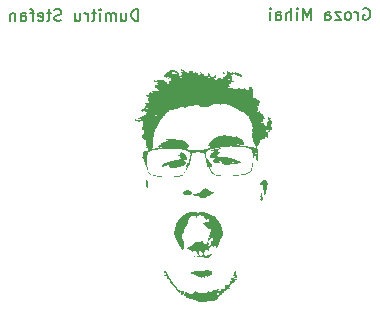
<source format=gbr>
%TF.GenerationSoftware,KiCad,Pcbnew,9.0.4*%
%TF.CreationDate,2025-10-07T14:12:27+03:00*%
%TF.ProjectId,XIaoShield,5849616f-5368-4696-956c-642e6b696361,rev?*%
%TF.SameCoordinates,Original*%
%TF.FileFunction,Legend,Bot*%
%TF.FilePolarity,Positive*%
%FSLAX46Y46*%
G04 Gerber Fmt 4.6, Leading zero omitted, Abs format (unit mm)*
G04 Created by KiCad (PCBNEW 9.0.4) date 2025-10-07 14:12:27*
%MOMM*%
%LPD*%
G01*
G04 APERTURE LIST*
%ADD10C,0.160000*%
%ADD11C,0.000000*%
G04 APERTURE END LIST*
D10*
X163406641Y-54319411D02*
X163406641Y-53319411D01*
X163406641Y-53319411D02*
X163168546Y-53319411D01*
X163168546Y-53319411D02*
X163025689Y-53367030D01*
X163025689Y-53367030D02*
X162930451Y-53462268D01*
X162930451Y-53462268D02*
X162882832Y-53557506D01*
X162882832Y-53557506D02*
X162835213Y-53747982D01*
X162835213Y-53747982D02*
X162835213Y-53890839D01*
X162835213Y-53890839D02*
X162882832Y-54081315D01*
X162882832Y-54081315D02*
X162930451Y-54176553D01*
X162930451Y-54176553D02*
X163025689Y-54271792D01*
X163025689Y-54271792D02*
X163168546Y-54319411D01*
X163168546Y-54319411D02*
X163406641Y-54319411D01*
X161978070Y-53652744D02*
X161978070Y-54319411D01*
X162406641Y-53652744D02*
X162406641Y-54176553D01*
X162406641Y-54176553D02*
X162359022Y-54271792D01*
X162359022Y-54271792D02*
X162263784Y-54319411D01*
X162263784Y-54319411D02*
X162120927Y-54319411D01*
X162120927Y-54319411D02*
X162025689Y-54271792D01*
X162025689Y-54271792D02*
X161978070Y-54224172D01*
X161501879Y-54319411D02*
X161501879Y-53652744D01*
X161501879Y-53747982D02*
X161454260Y-53700363D01*
X161454260Y-53700363D02*
X161359022Y-53652744D01*
X161359022Y-53652744D02*
X161216165Y-53652744D01*
X161216165Y-53652744D02*
X161120927Y-53700363D01*
X161120927Y-53700363D02*
X161073308Y-53795601D01*
X161073308Y-53795601D02*
X161073308Y-54319411D01*
X161073308Y-53795601D02*
X161025689Y-53700363D01*
X161025689Y-53700363D02*
X160930451Y-53652744D01*
X160930451Y-53652744D02*
X160787594Y-53652744D01*
X160787594Y-53652744D02*
X160692355Y-53700363D01*
X160692355Y-53700363D02*
X160644736Y-53795601D01*
X160644736Y-53795601D02*
X160644736Y-54319411D01*
X160168546Y-54319411D02*
X160168546Y-53652744D01*
X160168546Y-53319411D02*
X160216165Y-53367030D01*
X160216165Y-53367030D02*
X160168546Y-53414649D01*
X160168546Y-53414649D02*
X160120927Y-53367030D01*
X160120927Y-53367030D02*
X160168546Y-53319411D01*
X160168546Y-53319411D02*
X160168546Y-53414649D01*
X159835213Y-53652744D02*
X159454261Y-53652744D01*
X159692356Y-53319411D02*
X159692356Y-54176553D01*
X159692356Y-54176553D02*
X159644737Y-54271792D01*
X159644737Y-54271792D02*
X159549499Y-54319411D01*
X159549499Y-54319411D02*
X159454261Y-54319411D01*
X159120927Y-54319411D02*
X159120927Y-53652744D01*
X159120927Y-53843220D02*
X159073308Y-53747982D01*
X159073308Y-53747982D02*
X159025689Y-53700363D01*
X159025689Y-53700363D02*
X158930451Y-53652744D01*
X158930451Y-53652744D02*
X158835213Y-53652744D01*
X158073308Y-53652744D02*
X158073308Y-54319411D01*
X158501879Y-53652744D02*
X158501879Y-54176553D01*
X158501879Y-54176553D02*
X158454260Y-54271792D01*
X158454260Y-54271792D02*
X158359022Y-54319411D01*
X158359022Y-54319411D02*
X158216165Y-54319411D01*
X158216165Y-54319411D02*
X158120927Y-54271792D01*
X158120927Y-54271792D02*
X158073308Y-54224172D01*
X156882831Y-54271792D02*
X156739974Y-54319411D01*
X156739974Y-54319411D02*
X156501879Y-54319411D01*
X156501879Y-54319411D02*
X156406641Y-54271792D01*
X156406641Y-54271792D02*
X156359022Y-54224172D01*
X156359022Y-54224172D02*
X156311403Y-54128934D01*
X156311403Y-54128934D02*
X156311403Y-54033696D01*
X156311403Y-54033696D02*
X156359022Y-53938458D01*
X156359022Y-53938458D02*
X156406641Y-53890839D01*
X156406641Y-53890839D02*
X156501879Y-53843220D01*
X156501879Y-53843220D02*
X156692355Y-53795601D01*
X156692355Y-53795601D02*
X156787593Y-53747982D01*
X156787593Y-53747982D02*
X156835212Y-53700363D01*
X156835212Y-53700363D02*
X156882831Y-53605125D01*
X156882831Y-53605125D02*
X156882831Y-53509887D01*
X156882831Y-53509887D02*
X156835212Y-53414649D01*
X156835212Y-53414649D02*
X156787593Y-53367030D01*
X156787593Y-53367030D02*
X156692355Y-53319411D01*
X156692355Y-53319411D02*
X156454260Y-53319411D01*
X156454260Y-53319411D02*
X156311403Y-53367030D01*
X156025688Y-53652744D02*
X155644736Y-53652744D01*
X155882831Y-53319411D02*
X155882831Y-54176553D01*
X155882831Y-54176553D02*
X155835212Y-54271792D01*
X155835212Y-54271792D02*
X155739974Y-54319411D01*
X155739974Y-54319411D02*
X155644736Y-54319411D01*
X154930450Y-54271792D02*
X155025688Y-54319411D01*
X155025688Y-54319411D02*
X155216164Y-54319411D01*
X155216164Y-54319411D02*
X155311402Y-54271792D01*
X155311402Y-54271792D02*
X155359021Y-54176553D01*
X155359021Y-54176553D02*
X155359021Y-53795601D01*
X155359021Y-53795601D02*
X155311402Y-53700363D01*
X155311402Y-53700363D02*
X155216164Y-53652744D01*
X155216164Y-53652744D02*
X155025688Y-53652744D01*
X155025688Y-53652744D02*
X154930450Y-53700363D01*
X154930450Y-53700363D02*
X154882831Y-53795601D01*
X154882831Y-53795601D02*
X154882831Y-53890839D01*
X154882831Y-53890839D02*
X155359021Y-53986077D01*
X154597116Y-53652744D02*
X154216164Y-53652744D01*
X154454259Y-54319411D02*
X154454259Y-53462268D01*
X154454259Y-53462268D02*
X154406640Y-53367030D01*
X154406640Y-53367030D02*
X154311402Y-53319411D01*
X154311402Y-53319411D02*
X154216164Y-53319411D01*
X153454259Y-54319411D02*
X153454259Y-53795601D01*
X153454259Y-53795601D02*
X153501878Y-53700363D01*
X153501878Y-53700363D02*
X153597116Y-53652744D01*
X153597116Y-53652744D02*
X153787592Y-53652744D01*
X153787592Y-53652744D02*
X153882830Y-53700363D01*
X153454259Y-54271792D02*
X153549497Y-54319411D01*
X153549497Y-54319411D02*
X153787592Y-54319411D01*
X153787592Y-54319411D02*
X153882830Y-54271792D01*
X153882830Y-54271792D02*
X153930449Y-54176553D01*
X153930449Y-54176553D02*
X153930449Y-54081315D01*
X153930449Y-54081315D02*
X153882830Y-53986077D01*
X153882830Y-53986077D02*
X153787592Y-53938458D01*
X153787592Y-53938458D02*
X153549497Y-53938458D01*
X153549497Y-53938458D02*
X153454259Y-53890839D01*
X152978068Y-53652744D02*
X152978068Y-54319411D01*
X152978068Y-53747982D02*
X152930449Y-53700363D01*
X152930449Y-53700363D02*
X152835211Y-53652744D01*
X152835211Y-53652744D02*
X152692354Y-53652744D01*
X152692354Y-53652744D02*
X152597116Y-53700363D01*
X152597116Y-53700363D02*
X152549497Y-53795601D01*
X152549497Y-53795601D02*
X152549497Y-54319411D01*
X182472832Y-53286918D02*
X182568070Y-53239299D01*
X182568070Y-53239299D02*
X182710927Y-53239299D01*
X182710927Y-53239299D02*
X182853784Y-53286918D01*
X182853784Y-53286918D02*
X182949022Y-53382156D01*
X182949022Y-53382156D02*
X182996641Y-53477394D01*
X182996641Y-53477394D02*
X183044260Y-53667870D01*
X183044260Y-53667870D02*
X183044260Y-53810727D01*
X183044260Y-53810727D02*
X182996641Y-54001203D01*
X182996641Y-54001203D02*
X182949022Y-54096441D01*
X182949022Y-54096441D02*
X182853784Y-54191680D01*
X182853784Y-54191680D02*
X182710927Y-54239299D01*
X182710927Y-54239299D02*
X182615689Y-54239299D01*
X182615689Y-54239299D02*
X182472832Y-54191680D01*
X182472832Y-54191680D02*
X182425213Y-54144060D01*
X182425213Y-54144060D02*
X182425213Y-53810727D01*
X182425213Y-53810727D02*
X182615689Y-53810727D01*
X181996641Y-54239299D02*
X181996641Y-53572632D01*
X181996641Y-53763108D02*
X181949022Y-53667870D01*
X181949022Y-53667870D02*
X181901403Y-53620251D01*
X181901403Y-53620251D02*
X181806165Y-53572632D01*
X181806165Y-53572632D02*
X181710927Y-53572632D01*
X181234736Y-54239299D02*
X181329974Y-54191680D01*
X181329974Y-54191680D02*
X181377593Y-54144060D01*
X181377593Y-54144060D02*
X181425212Y-54048822D01*
X181425212Y-54048822D02*
X181425212Y-53763108D01*
X181425212Y-53763108D02*
X181377593Y-53667870D01*
X181377593Y-53667870D02*
X181329974Y-53620251D01*
X181329974Y-53620251D02*
X181234736Y-53572632D01*
X181234736Y-53572632D02*
X181091879Y-53572632D01*
X181091879Y-53572632D02*
X180996641Y-53620251D01*
X180996641Y-53620251D02*
X180949022Y-53667870D01*
X180949022Y-53667870D02*
X180901403Y-53763108D01*
X180901403Y-53763108D02*
X180901403Y-54048822D01*
X180901403Y-54048822D02*
X180949022Y-54144060D01*
X180949022Y-54144060D02*
X180996641Y-54191680D01*
X180996641Y-54191680D02*
X181091879Y-54239299D01*
X181091879Y-54239299D02*
X181234736Y-54239299D01*
X180568069Y-53572632D02*
X180044260Y-53572632D01*
X180044260Y-53572632D02*
X180568069Y-54239299D01*
X180568069Y-54239299D02*
X180044260Y-54239299D01*
X179234736Y-54239299D02*
X179234736Y-53715489D01*
X179234736Y-53715489D02*
X179282355Y-53620251D01*
X179282355Y-53620251D02*
X179377593Y-53572632D01*
X179377593Y-53572632D02*
X179568069Y-53572632D01*
X179568069Y-53572632D02*
X179663307Y-53620251D01*
X179234736Y-54191680D02*
X179329974Y-54239299D01*
X179329974Y-54239299D02*
X179568069Y-54239299D01*
X179568069Y-54239299D02*
X179663307Y-54191680D01*
X179663307Y-54191680D02*
X179710926Y-54096441D01*
X179710926Y-54096441D02*
X179710926Y-54001203D01*
X179710926Y-54001203D02*
X179663307Y-53905965D01*
X179663307Y-53905965D02*
X179568069Y-53858346D01*
X179568069Y-53858346D02*
X179329974Y-53858346D01*
X179329974Y-53858346D02*
X179234736Y-53810727D01*
X177996640Y-54239299D02*
X177996640Y-53239299D01*
X177996640Y-53239299D02*
X177663307Y-53953584D01*
X177663307Y-53953584D02*
X177329974Y-53239299D01*
X177329974Y-53239299D02*
X177329974Y-54239299D01*
X176853783Y-54239299D02*
X176853783Y-53572632D01*
X176853783Y-53239299D02*
X176901402Y-53286918D01*
X176901402Y-53286918D02*
X176853783Y-53334537D01*
X176853783Y-53334537D02*
X176806164Y-53286918D01*
X176806164Y-53286918D02*
X176853783Y-53239299D01*
X176853783Y-53239299D02*
X176853783Y-53334537D01*
X176377593Y-54239299D02*
X176377593Y-53239299D01*
X175949022Y-54239299D02*
X175949022Y-53715489D01*
X175949022Y-53715489D02*
X175996641Y-53620251D01*
X175996641Y-53620251D02*
X176091879Y-53572632D01*
X176091879Y-53572632D02*
X176234736Y-53572632D01*
X176234736Y-53572632D02*
X176329974Y-53620251D01*
X176329974Y-53620251D02*
X176377593Y-53667870D01*
X175044260Y-54239299D02*
X175044260Y-53715489D01*
X175044260Y-53715489D02*
X175091879Y-53620251D01*
X175091879Y-53620251D02*
X175187117Y-53572632D01*
X175187117Y-53572632D02*
X175377593Y-53572632D01*
X175377593Y-53572632D02*
X175472831Y-53620251D01*
X175044260Y-54191680D02*
X175139498Y-54239299D01*
X175139498Y-54239299D02*
X175377593Y-54239299D01*
X175377593Y-54239299D02*
X175472831Y-54191680D01*
X175472831Y-54191680D02*
X175520450Y-54096441D01*
X175520450Y-54096441D02*
X175520450Y-54001203D01*
X175520450Y-54001203D02*
X175472831Y-53905965D01*
X175472831Y-53905965D02*
X175377593Y-53858346D01*
X175377593Y-53858346D02*
X175139498Y-53858346D01*
X175139498Y-53858346D02*
X175044260Y-53810727D01*
X174568069Y-54239299D02*
X174568069Y-53572632D01*
X174568069Y-53239299D02*
X174615688Y-53286918D01*
X174615688Y-53286918D02*
X174568069Y-53334537D01*
X174568069Y-53334537D02*
X174520450Y-53286918D01*
X174520450Y-53286918D02*
X174568069Y-53239299D01*
X174568069Y-53239299D02*
X174568069Y-53334537D01*
D11*
%TO.C,G\u002A\u002A\u002A*%
G36*
X167707394Y-68646438D02*
G01*
X167819825Y-68692194D01*
X167921452Y-68773690D01*
X168011880Y-68860532D01*
X167914799Y-68957174D01*
X167836279Y-69027132D01*
X167783522Y-69051426D01*
X167747685Y-69033463D01*
X167741119Y-69024060D01*
X167701103Y-69013709D01*
X167620994Y-69036842D01*
X167615586Y-69039072D01*
X167507898Y-69074822D01*
X167421155Y-69076697D01*
X167346851Y-69054253D01*
X167285778Y-69012346D01*
X167224024Y-68945529D01*
X167220258Y-68940348D01*
X167157508Y-68852224D01*
X167224053Y-68792577D01*
X167341553Y-68699948D01*
X167445856Y-68649805D01*
X167555363Y-68633575D01*
X167565537Y-68633485D01*
X167707394Y-68646438D01*
G37*
G36*
X164175526Y-67821164D02*
G01*
X164200514Y-67836638D01*
X164237652Y-67863465D01*
X164259401Y-67893439D01*
X164268347Y-67940614D01*
X164267074Y-68019046D01*
X164258167Y-68142789D01*
X164257763Y-68147932D01*
X164239967Y-68305792D01*
X164216035Y-68405860D01*
X164193418Y-68442955D01*
X164168368Y-68480366D01*
X164181355Y-68497268D01*
X164210153Y-68533234D01*
X164205324Y-68566558D01*
X164186674Y-68573438D01*
X164168407Y-68546299D01*
X164141754Y-68473630D01*
X164111213Y-68368545D01*
X164096563Y-68310731D01*
X164056398Y-68127473D01*
X164037435Y-67992872D01*
X164039391Y-67899511D01*
X164061983Y-67839975D01*
X164077919Y-67822971D01*
X164121514Y-67802800D01*
X164175526Y-67821164D01*
G37*
G36*
X167119957Y-77199939D02*
G01*
X167138513Y-77264626D01*
X167167299Y-77276047D01*
X167198002Y-77231007D01*
X167198363Y-77230073D01*
X167216636Y-77199825D01*
X167241604Y-77215837D01*
X167263546Y-77245400D01*
X167293895Y-77326666D01*
X167269682Y-77412467D01*
X167214027Y-77485166D01*
X167148082Y-77539317D01*
X167094883Y-77538931D01*
X167045717Y-77481972D01*
X167026642Y-77445423D01*
X167065421Y-77445423D01*
X167080433Y-77460435D01*
X167095445Y-77445423D01*
X167080433Y-77430412D01*
X167065421Y-77445423D01*
X167026642Y-77445423D01*
X167024210Y-77440763D01*
X166996845Y-77368141D01*
X166992051Y-77320017D01*
X166996179Y-77313162D01*
X167025779Y-77275927D01*
X167063923Y-77210447D01*
X167065469Y-77207445D01*
X167110457Y-77119585D01*
X167119957Y-77199939D01*
G37*
G36*
X174196692Y-67750982D02*
G01*
X174264884Y-67811496D01*
X174327656Y-67916034D01*
X174347472Y-67995543D01*
X174353793Y-68112042D01*
X174347525Y-68244226D01*
X174329576Y-68370792D01*
X174304405Y-68461725D01*
X174278185Y-68555616D01*
X174265498Y-68641866D01*
X174249023Y-68726194D01*
X174214315Y-68832158D01*
X174191628Y-68886635D01*
X174156678Y-68973215D01*
X174138837Y-69037728D01*
X174139360Y-69059271D01*
X174143539Y-69082873D01*
X174116057Y-69068670D01*
X174110969Y-69063824D01*
X174097340Y-69022714D01*
X174091009Y-68949458D01*
X174090953Y-68941755D01*
X174081837Y-68852778D01*
X174059905Y-68781690D01*
X174059784Y-68781463D01*
X174041115Y-68722262D01*
X174023070Y-68625065D01*
X174010563Y-68520730D01*
X173989268Y-68363461D01*
X173953307Y-68248255D01*
X173895312Y-68157574D01*
X173831099Y-68093509D01*
X173786596Y-68056825D01*
X173776480Y-68053482D01*
X173783211Y-68061984D01*
X173807153Y-68110267D01*
X173820172Y-68173192D01*
X173819201Y-68225627D01*
X173805321Y-68243178D01*
X173770427Y-68229112D01*
X173734289Y-68208447D01*
X173701785Y-68183682D01*
X173696123Y-68153893D01*
X173718228Y-68100371D01*
X173741853Y-68055357D01*
X173819759Y-67938777D01*
X173915426Y-67838251D01*
X174014903Y-67765797D01*
X174104235Y-67733431D01*
X174116410Y-67732776D01*
X174196692Y-67750982D01*
G37*
G36*
X173863551Y-68883746D02*
G01*
X173868074Y-68925228D01*
X173861969Y-68953211D01*
X173855174Y-69008792D01*
X173874334Y-69012769D01*
X173915964Y-69013248D01*
X173925521Y-69023302D01*
X173921690Y-69051232D01*
X173909130Y-69053816D01*
X173893916Y-69072101D01*
X173919617Y-69123616D01*
X173960326Y-69215969D01*
X173975954Y-69317128D01*
X173965659Y-69405764D01*
X173932817Y-69457734D01*
X173890860Y-69497177D01*
X173880788Y-69517131D01*
X173861931Y-69553335D01*
X173835752Y-69583519D01*
X173802817Y-69609395D01*
X173791640Y-69586919D01*
X173790717Y-69553122D01*
X173779949Y-69488707D01*
X173760693Y-69459135D01*
X173733690Y-69415964D01*
X173730670Y-69393640D01*
X173739274Y-69363334D01*
X173773583Y-69382316D01*
X173774010Y-69382669D01*
X173805931Y-69399838D01*
X173814402Y-69368368D01*
X173813805Y-69348816D01*
X173791424Y-69269249D01*
X173763357Y-69223740D01*
X173733354Y-69178226D01*
X173749902Y-69145294D01*
X173774336Y-69126163D01*
X173805421Y-69094788D01*
X173796455Y-69083839D01*
X173764768Y-69059618D01*
X173760693Y-69038804D01*
X173776905Y-68998849D01*
X173790717Y-68993769D01*
X173819868Y-68970921D01*
X173820740Y-68963745D01*
X173796302Y-68937396D01*
X173773933Y-68933721D01*
X173742857Y-68919166D01*
X173745681Y-68903698D01*
X173787989Y-68878559D01*
X173823084Y-68873674D01*
X173863551Y-68883746D01*
G37*
G36*
X169189862Y-68526579D02*
G01*
X169301958Y-68570091D01*
X169415260Y-68627799D01*
X169508179Y-68689034D01*
X169551417Y-68730739D01*
X169633499Y-68807775D01*
X169723571Y-68826191D01*
X169799157Y-68802325D01*
X169888602Y-68757703D01*
X169837679Y-68843910D01*
X169798651Y-68901120D01*
X169771302Y-68925804D01*
X169769647Y-68925746D01*
X169734388Y-68935645D01*
X169669699Y-68965649D01*
X169656451Y-68972584D01*
X169580384Y-69007067D01*
X169521673Y-69023554D01*
X169517051Y-69023792D01*
X169470091Y-69048164D01*
X169455233Y-69072012D01*
X169417472Y-69106203D01*
X169366164Y-69102521D01*
X169287520Y-69110813D01*
X169221120Y-69173451D01*
X169185825Y-69246072D01*
X169167936Y-69285664D01*
X169146488Y-69277321D01*
X169121195Y-69246072D01*
X169087761Y-69209408D01*
X169059769Y-69213676D01*
X169016938Y-69259802D01*
X168970809Y-69303835D01*
X168951476Y-69294570D01*
X168953355Y-69256475D01*
X168934242Y-69234667D01*
X168926887Y-69233958D01*
X168900551Y-69258401D01*
X168896863Y-69280845D01*
X168883905Y-69310900D01*
X168835583Y-69316483D01*
X168789928Y-69310738D01*
X168719216Y-69305671D01*
X168699779Y-69320059D01*
X168701629Y-69323898D01*
X168691268Y-69346440D01*
X168645206Y-69354052D01*
X168581618Y-69344195D01*
X168553176Y-69326593D01*
X168559085Y-69294040D01*
X168571158Y-69287483D01*
X168594623Y-69254526D01*
X168586338Y-69197852D01*
X168554307Y-69138745D01*
X168506534Y-69098490D01*
X168498980Y-69095549D01*
X168406189Y-69072034D01*
X168352875Y-69074110D01*
X168345038Y-69097437D01*
X168328252Y-69118371D01*
X168255536Y-69120629D01*
X168237171Y-69119088D01*
X168165822Y-69105712D01*
X168133602Y-69085993D01*
X168134465Y-69078655D01*
X168157237Y-69068828D01*
X168266367Y-69068828D01*
X168281379Y-69083839D01*
X168296391Y-69068828D01*
X168281379Y-69053816D01*
X168266367Y-69068828D01*
X168157237Y-69068828D01*
X168173739Y-69061707D01*
X168194345Y-69065839D01*
X168231468Y-69066848D01*
X168227856Y-69038804D01*
X169347218Y-69038804D01*
X169362230Y-69053816D01*
X169377242Y-69038804D01*
X169362230Y-69023792D01*
X169347218Y-69038804D01*
X168227856Y-69038804D01*
X168226501Y-69028280D01*
X168210038Y-68998757D01*
X168185275Y-68975530D01*
X168167299Y-69003932D01*
X168134091Y-69028172D01*
X168080455Y-69032992D01*
X168036055Y-69018993D01*
X168026178Y-69001083D01*
X168051738Y-68962316D01*
X168110577Y-68935011D01*
X168175930Y-68929895D01*
X168192821Y-68934297D01*
X168283832Y-68941352D01*
X168401381Y-68911406D01*
X168530365Y-68850724D01*
X168655683Y-68765571D01*
X168706670Y-68721116D01*
X168827435Y-68614142D01*
X168924910Y-68547728D01*
X169012286Y-68514733D01*
X169100560Y-68507932D01*
X169189862Y-68526579D01*
G37*
G36*
X169199723Y-75408769D02*
G01*
X169247170Y-75440059D01*
X169264653Y-75446298D01*
X169309688Y-75452175D01*
X169355031Y-75452628D01*
X169399759Y-75450026D01*
X169452267Y-75457410D01*
X169467313Y-75475784D01*
X169489233Y-75494145D01*
X169512348Y-75489732D01*
X169550956Y-75490117D01*
X169557383Y-75503678D01*
X169583438Y-75524711D01*
X169646372Y-75532365D01*
X169648850Y-75532305D01*
X169725990Y-75542495D01*
X169776451Y-75568742D01*
X169797322Y-75595403D01*
X169774786Y-75586424D01*
X169723951Y-75576485D01*
X169669342Y-75587764D01*
X169634726Y-75612376D01*
X169634833Y-75632861D01*
X169644075Y-75688277D01*
X169626940Y-75753204D01*
X169593286Y-75800487D01*
X169570856Y-75809135D01*
X169526290Y-75834134D01*
X169500618Y-75876195D01*
X169475811Y-75943255D01*
X169454002Y-75874542D01*
X169422490Y-75823588D01*
X169386504Y-75825928D01*
X169358619Y-75877280D01*
X169352730Y-75909027D01*
X169332558Y-75960020D01*
X169297962Y-75989683D01*
X169267052Y-75988499D01*
X169257147Y-75959253D01*
X169230790Y-75939256D01*
X169166136Y-75929436D01*
X169154059Y-75929230D01*
X169082249Y-75936080D01*
X169049383Y-75966347D01*
X169038200Y-76011795D01*
X169027521Y-76065380D01*
X169016223Y-76063806D01*
X169004285Y-76032944D01*
X168961428Y-75985583D01*
X168893372Y-75973562D01*
X168823964Y-75997575D01*
X168793550Y-76026806D01*
X168744510Y-76071151D01*
X168703386Y-76073501D01*
X168686698Y-76034312D01*
X168669554Y-76004289D01*
X168716722Y-76004289D01*
X168731733Y-76019300D01*
X168746745Y-76004289D01*
X168731733Y-75989277D01*
X168716722Y-76004289D01*
X168669554Y-76004289D01*
X168665462Y-75997123D01*
X168622851Y-75991953D01*
X168590511Y-76022637D01*
X168590503Y-76022661D01*
X168565423Y-76026410D01*
X168517344Y-75991171D01*
X168507000Y-75980848D01*
X168448256Y-75934225D01*
X168400087Y-75919432D01*
X168395785Y-75920555D01*
X168353938Y-75910306D01*
X168338467Y-75887309D01*
X168297193Y-75849520D01*
X168249915Y-75839159D01*
X168187620Y-75827602D01*
X168161284Y-75809135D01*
X168121260Y-75788630D01*
X168048876Y-75779183D01*
X168041873Y-75779111D01*
X167926807Y-75769203D01*
X167863377Y-75737853D01*
X167846036Y-75689504D01*
X167871146Y-75619611D01*
X167935430Y-75582932D01*
X168004889Y-75585065D01*
X168080047Y-75583263D01*
X168140620Y-75538073D01*
X168169433Y-75511362D01*
X168204641Y-75493101D01*
X168257303Y-75481739D01*
X168338475Y-75475723D01*
X168459218Y-75473505D01*
X168601436Y-75473446D01*
X168759493Y-75471638D01*
X168892105Y-75465820D01*
X168988067Y-75456747D01*
X169036173Y-75445174D01*
X169037710Y-75444087D01*
X169085634Y-75426688D01*
X169103149Y-75431442D01*
X169136564Y-75425746D01*
X169144618Y-75411509D01*
X169165954Y-75389288D01*
X169199723Y-75408769D01*
G37*
G36*
X165737866Y-75473646D02*
G01*
X165790199Y-75551359D01*
X165791429Y-75553934D01*
X165830006Y-75621256D01*
X165863508Y-75657176D01*
X165869669Y-75659017D01*
X165884236Y-75677693D01*
X165879108Y-75689655D01*
X165884427Y-75730026D01*
X165921272Y-75791977D01*
X165934840Y-75809030D01*
X165991155Y-75894417D01*
X166028144Y-75983336D01*
X166029893Y-75990586D01*
X166056511Y-76060587D01*
X166092120Y-76099457D01*
X166092484Y-76099600D01*
X166130578Y-76138091D01*
X166134688Y-76157619D01*
X166151974Y-76195467D01*
X166164712Y-76199442D01*
X166193725Y-76222409D01*
X166194736Y-76230349D01*
X166212416Y-76268153D01*
X166257370Y-76335486D01*
X166317470Y-76416565D01*
X166380586Y-76495609D01*
X166434589Y-76556835D01*
X166466715Y-76584244D01*
X166476074Y-76615386D01*
X166463535Y-76668525D01*
X166450965Y-76717998D01*
X166462330Y-76726474D01*
X166514421Y-76721189D01*
X166565678Y-76747336D01*
X166585043Y-76784256D01*
X166604622Y-76826303D01*
X166654860Y-76890432D01*
X166723010Y-76963982D01*
X166796324Y-77034294D01*
X166862055Y-77088708D01*
X166907455Y-77114563D01*
X166917114Y-77114044D01*
X166964256Y-77112330D01*
X167003038Y-77150341D01*
X167015977Y-77208449D01*
X167013536Y-77222301D01*
X166987693Y-77269420D01*
X166946201Y-77309087D01*
X166906412Y-77329123D01*
X166885675Y-77317352D01*
X166885279Y-77312316D01*
X166863314Y-77294890D01*
X166840244Y-77299460D01*
X166803707Y-77294797D01*
X166795209Y-77254381D01*
X166772401Y-77195922D01*
X166716481Y-77134223D01*
X166706317Y-77126299D01*
X166652385Y-77077571D01*
X166631674Y-77040362D01*
X166633029Y-77035330D01*
X166625892Y-77011874D01*
X166614337Y-77010081D01*
X166590059Y-76988793D01*
X166591923Y-76974428D01*
X166582532Y-76930860D01*
X166545119Y-76881006D01*
X166499288Y-76845745D01*
X166468378Y-76842831D01*
X166439566Y-76830182D01*
X166403599Y-76778810D01*
X166402340Y-76776373D01*
X166329000Y-76671568D01*
X166211950Y-76565050D01*
X166146200Y-76516561D01*
X166144120Y-76514691D01*
X166314830Y-76514691D01*
X166329842Y-76529702D01*
X166344854Y-76514691D01*
X166329842Y-76499679D01*
X166314830Y-76514691D01*
X166144120Y-76514691D01*
X166099614Y-76474687D01*
X166098745Y-76469655D01*
X166134688Y-76469655D01*
X166157536Y-76498806D01*
X166164712Y-76499679D01*
X166193863Y-76476831D01*
X166194736Y-76469655D01*
X166171889Y-76440504D01*
X166164712Y-76439631D01*
X166135561Y-76462479D01*
X166134688Y-76469655D01*
X166098745Y-76469655D01*
X166095091Y-76448485D01*
X166099052Y-76446506D01*
X166132483Y-76417428D01*
X166121069Y-76386869D01*
X166092865Y-76379584D01*
X166046955Y-76355286D01*
X166033007Y-76332585D01*
X166030711Y-76300290D01*
X166070120Y-76303189D01*
X166078590Y-76305778D01*
X166122602Y-76312720D01*
X166119890Y-76289859D01*
X166075206Y-76267376D01*
X165994716Y-76265760D01*
X165992977Y-76265959D01*
X165928475Y-76270759D01*
X165915699Y-76261516D01*
X165936475Y-76243002D01*
X165978307Y-76202765D01*
X165976872Y-76181994D01*
X165939535Y-76188585D01*
X165902991Y-76183919D01*
X165894499Y-76143550D01*
X165880993Y-76098165D01*
X165849464Y-76098514D01*
X165811796Y-76095866D01*
X165807158Y-76064733D01*
X165833837Y-76034692D01*
X165844307Y-76000296D01*
X165822114Y-75951344D01*
X165781617Y-75910629D01*
X165748495Y-75899206D01*
X165722338Y-75892066D01*
X165738572Y-75860672D01*
X165748211Y-75848549D01*
X165773218Y-75812500D01*
X165753427Y-75811773D01*
X165734420Y-75818525D01*
X165682091Y-75835737D01*
X165665095Y-75839159D01*
X165664434Y-75859050D01*
X165672189Y-75873821D01*
X165675728Y-75894366D01*
X165658949Y-75887061D01*
X165629345Y-75862090D01*
X165639651Y-75838000D01*
X165696687Y-75803354D01*
X165714357Y-75794123D01*
X165775511Y-75754202D01*
X165804137Y-75719172D01*
X165804428Y-75716521D01*
X165786383Y-75698499D01*
X165777114Y-75702378D01*
X165728479Y-75707356D01*
X165699538Y-75699971D01*
X165667061Y-75678617D01*
X165689322Y-75652234D01*
X165704760Y-75634075D01*
X165666480Y-75637588D01*
X165661775Y-75638601D01*
X165615933Y-75641172D01*
X165609509Y-75628614D01*
X165603414Y-75590529D01*
X165578818Y-75557790D01*
X165549891Y-75519078D01*
X165571267Y-75491832D01*
X165591580Y-75480311D01*
X165675641Y-75451430D01*
X165737866Y-75473646D01*
G37*
G36*
X167128792Y-65441753D02*
G01*
X167165920Y-65465696D01*
X167205193Y-65492870D01*
X167225768Y-65473229D01*
X167239111Y-65460968D01*
X167243193Y-65485173D01*
X167269492Y-65525001D01*
X167298105Y-65530208D01*
X167342061Y-65549371D01*
X167360227Y-65609443D01*
X167381670Y-65673163D01*
X167414926Y-65684502D01*
X167450836Y-65705108D01*
X167489525Y-65766612D01*
X167524569Y-65850574D01*
X167549545Y-65938554D01*
X167558031Y-66012110D01*
X167543604Y-66052804D01*
X167543281Y-66053008D01*
X167494520Y-66066722D01*
X167479680Y-66062711D01*
X167456787Y-66069620D01*
X167455729Y-66077709D01*
X167429870Y-66102929D01*
X167377431Y-66117011D01*
X167299133Y-66126511D01*
X167379283Y-66212621D01*
X167427108Y-66275519D01*
X167446189Y-66324628D01*
X167444888Y-66332715D01*
X167384430Y-66457069D01*
X167332560Y-66526145D01*
X167305620Y-66542299D01*
X167256389Y-66559029D01*
X167169116Y-66590334D01*
X167061977Y-66629688D01*
X167053381Y-66632881D01*
X166949594Y-66668374D01*
X166867681Y-66690670D01*
X166823599Y-66695513D01*
X166821546Y-66694682D01*
X166781443Y-66698465D01*
X166723236Y-66727722D01*
X166625328Y-66768990D01*
X166490069Y-66785666D01*
X166314830Y-66779509D01*
X166206469Y-66757979D01*
X166124568Y-66705623D01*
X166094679Y-66675464D01*
X166033210Y-66598656D01*
X165988739Y-66525953D01*
X165983136Y-66513046D01*
X165963902Y-66471783D01*
X166555019Y-66471783D01*
X166565263Y-66501026D01*
X166568259Y-66501806D01*
X166592647Y-66481791D01*
X167015382Y-66481791D01*
X167019503Y-66499640D01*
X167035398Y-66501806D01*
X167060111Y-66490821D01*
X167055413Y-66481791D01*
X167019782Y-66478197D01*
X167015382Y-66481791D01*
X166592647Y-66481791D01*
X166593893Y-66480768D01*
X166600055Y-66471783D01*
X166597674Y-66444116D01*
X166586815Y-66441759D01*
X166556241Y-66463554D01*
X166555019Y-66471783D01*
X165963902Y-66471783D01*
X165962207Y-66468146D01*
X165934704Y-66460546D01*
X165879860Y-66487073D01*
X165865711Y-66495097D01*
X165804009Y-66545101D01*
X165774929Y-66598002D01*
X165774595Y-66602883D01*
X165762228Y-66642006D01*
X165714948Y-66647031D01*
X165694050Y-66643564D01*
X165610577Y-66648012D01*
X165570084Y-66671814D01*
X165516461Y-66700831D01*
X165485309Y-66699629D01*
X165449117Y-66701939D01*
X165444145Y-66714686D01*
X165425294Y-66730832D01*
X165410916Y-66725003D01*
X165397082Y-66697075D01*
X165418422Y-66675910D01*
X165442775Y-66648253D01*
X165421627Y-66632125D01*
X165385322Y-66595851D01*
X165394813Y-66556120D01*
X165445100Y-66556120D01*
X165450385Y-66587701D01*
X165471943Y-66571839D01*
X165489825Y-66549034D01*
X165518731Y-66500312D01*
X165519955Y-66487934D01*
X165637565Y-66487934D01*
X165661569Y-66501649D01*
X165668266Y-66501806D01*
X165708894Y-66485919D01*
X165714357Y-66471783D01*
X165738796Y-66445434D01*
X165761165Y-66441759D01*
X165792241Y-66427204D01*
X165789417Y-66411735D01*
X165744124Y-66382715D01*
X165689220Y-66400238D01*
X165654310Y-66441759D01*
X165637565Y-66487934D01*
X165519955Y-66487934D01*
X165520891Y-66478474D01*
X165488351Y-66477258D01*
X165456536Y-66512263D01*
X165445100Y-66556120D01*
X165394813Y-66556120D01*
X165398024Y-66542676D01*
X165453645Y-66479586D01*
X165546097Y-66413563D01*
X165612863Y-66379757D01*
X165811790Y-66379757D01*
X165815896Y-66381712D01*
X165843296Y-66360576D01*
X165849464Y-66351688D01*
X165857115Y-66323619D01*
X165853008Y-66321665D01*
X165825609Y-66342801D01*
X165819440Y-66351688D01*
X165811790Y-66379757D01*
X165612863Y-66379757D01*
X165664305Y-66353710D01*
X165756855Y-66318003D01*
X165832687Y-66295473D01*
X165859459Y-66291456D01*
X165922544Y-66277857D01*
X165986571Y-66251057D01*
X166149025Y-66190238D01*
X166343870Y-66153660D01*
X166549530Y-66124477D01*
X166698791Y-66096061D01*
X166795280Y-66067565D01*
X166842623Y-66038142D01*
X166843554Y-66036923D01*
X166899084Y-65999377D01*
X166941131Y-65991404D01*
X166994943Y-65976353D01*
X167001296Y-65942059D01*
X166974129Y-65915591D01*
X166955733Y-65874897D01*
X166959959Y-65842481D01*
X166953280Y-65788815D01*
X166923651Y-65769469D01*
X166857497Y-65739760D01*
X166795209Y-65706143D01*
X166720149Y-65662030D01*
X166821228Y-65661587D01*
X166888631Y-65656344D01*
X166910713Y-65634100D01*
X166905577Y-65597169D01*
X166911142Y-65520857D01*
X166955370Y-65481003D01*
X167065421Y-65481003D01*
X167076406Y-65505715D01*
X167085437Y-65501018D01*
X167089030Y-65465387D01*
X167085437Y-65460987D01*
X167067588Y-65465108D01*
X167065421Y-65481003D01*
X166955370Y-65481003D01*
X166972787Y-65465309D01*
X167041029Y-65441004D01*
X167128792Y-65441753D01*
G37*
G36*
X170501517Y-65091030D02*
G01*
X170500470Y-65094996D01*
X170460653Y-65116428D01*
X170425355Y-65120719D01*
X170368056Y-65141626D01*
X170348193Y-65167480D01*
X170311691Y-65199462D01*
X170286858Y-65197590D01*
X170229929Y-65202249D01*
X170187170Y-65254420D01*
X170169067Y-65338390D01*
X170173206Y-65393294D01*
X170202593Y-65416338D01*
X170274532Y-65421084D01*
X170274561Y-65421084D01*
X170383034Y-65421212D01*
X170247927Y-65510940D01*
X170172255Y-65568241D01*
X170123022Y-65619029D01*
X170112368Y-65641848D01*
X170094004Y-65697635D01*
X170071163Y-65732134D01*
X170046391Y-65770009D01*
X170067134Y-65780962D01*
X170079121Y-65781239D01*
X170121401Y-65794984D01*
X170127833Y-65808461D01*
X170156749Y-65822665D01*
X170239091Y-65837356D01*
X170368250Y-65851868D01*
X170537613Y-65865534D01*
X170740572Y-65877688D01*
X170878424Y-65884091D01*
X171234414Y-65928049D01*
X171493908Y-65997225D01*
X171575401Y-66032777D01*
X171610483Y-66075091D01*
X171614845Y-66104271D01*
X171638784Y-66171588D01*
X171682399Y-66218296D01*
X171730238Y-66242589D01*
X171749109Y-66234788D01*
X171726071Y-66196407D01*
X171699435Y-66176755D01*
X171665224Y-66131715D01*
X171667787Y-66101981D01*
X171684828Y-66074871D01*
X171717472Y-66071955D01*
X171783101Y-66093337D01*
X171807532Y-66102819D01*
X171894751Y-66148755D01*
X171928386Y-66199084D01*
X171929251Y-66209800D01*
X171937285Y-66249536D01*
X171967959Y-66236831D01*
X171969729Y-66235376D01*
X172011231Y-66221303D01*
X172059111Y-66255929D01*
X172064453Y-66261723D01*
X172098681Y-66303931D01*
X172087677Y-66319468D01*
X172029980Y-66321665D01*
X171955176Y-66331812D01*
X171909251Y-66353674D01*
X171852940Y-66384609D01*
X171775370Y-66401252D01*
X171702053Y-66400895D01*
X171658502Y-66380830D01*
X171658185Y-66380332D01*
X171621663Y-66359901D01*
X171584234Y-66381905D01*
X171568967Y-66428519D01*
X171551212Y-66467308D01*
X171537172Y-66471783D01*
X171520434Y-66452875D01*
X171526500Y-66437604D01*
X171523262Y-66417675D01*
X171471747Y-66418422D01*
X171435246Y-66424507D01*
X171360477Y-66433027D01*
X171339784Y-66419973D01*
X171342607Y-66413650D01*
X171387266Y-66384229D01*
X171405609Y-66381712D01*
X171444413Y-66364925D01*
X171448873Y-66351688D01*
X171473191Y-66325052D01*
X171493908Y-66321665D01*
X171809157Y-66321665D01*
X171820142Y-66346377D01*
X171829172Y-66341680D01*
X171832766Y-66306049D01*
X171829172Y-66301649D01*
X171811323Y-66305770D01*
X171809157Y-66321665D01*
X171493908Y-66321665D01*
X171533876Y-66306356D01*
X171538944Y-66293343D01*
X171515744Y-66256184D01*
X171462469Y-66212038D01*
X171403608Y-66178988D01*
X171374639Y-66172006D01*
X171368577Y-66184750D01*
X171388826Y-66201570D01*
X171412361Y-66225748D01*
X171397501Y-66231134D01*
X171343062Y-66255836D01*
X171288675Y-66312985D01*
X171252949Y-66378971D01*
X171249330Y-66419091D01*
X171258754Y-66464041D01*
X171258414Y-66473200D01*
X171212003Y-66478768D01*
X171125387Y-66483309D01*
X171018407Y-66486420D01*
X170910903Y-66487698D01*
X170822715Y-66486740D01*
X170773682Y-66483141D01*
X170773341Y-66483064D01*
X170655786Y-66449653D01*
X170557185Y-66410571D01*
X170490330Y-66371937D01*
X170468016Y-66339870D01*
X170468687Y-66337361D01*
X170463794Y-66283828D01*
X170429986Y-66213529D01*
X170381844Y-66149139D01*
X170333950Y-66113330D01*
X170323428Y-66111499D01*
X170287481Y-66137667D01*
X170277951Y-66201570D01*
X170286647Y-66264812D01*
X170307601Y-66291634D01*
X170307975Y-66291641D01*
X170334611Y-66315959D01*
X170337998Y-66336676D01*
X170334901Y-66361548D01*
X170318583Y-66375487D01*
X170278502Y-66378819D01*
X170204119Y-66371867D01*
X170084891Y-66354956D01*
X170027242Y-66346231D01*
X169899921Y-66323633D01*
X169818493Y-66299529D01*
X169768919Y-66268691D01*
X169746587Y-66241738D01*
X169720995Y-66192370D01*
X169724087Y-66146899D01*
X169758737Y-66080823D01*
X169767061Y-66067252D01*
X169813348Y-66006416D01*
X171088589Y-66006416D01*
X171103601Y-66021428D01*
X171118613Y-66006416D01*
X171103601Y-65991404D01*
X171088589Y-66006416D01*
X169813348Y-66006416D01*
X169817593Y-66000836D01*
X169864033Y-65964010D01*
X169875080Y-65961381D01*
X169912747Y-65937294D01*
X169917667Y-65916345D01*
X169910529Y-65876868D01*
X169882894Y-65883962D01*
X169843016Y-65920227D01*
X169788954Y-65952610D01*
X169702200Y-65967653D01*
X169570998Y-65967100D01*
X169539029Y-65965311D01*
X169492957Y-65949652D01*
X169487529Y-65900103D01*
X169489345Y-65889686D01*
X169488930Y-65809424D01*
X169474909Y-65762086D01*
X169466309Y-65702650D01*
X169499574Y-65656140D01*
X169545957Y-65624238D01*
X169569893Y-65623615D01*
X169585833Y-65615859D01*
X169593374Y-65571754D01*
X169590963Y-65533544D01*
X169611869Y-65513637D01*
X169632443Y-65511026D01*
X169672271Y-65488064D01*
X169677478Y-65468079D01*
X169703025Y-65430802D01*
X169744725Y-65415538D01*
X169802218Y-65385981D01*
X169822645Y-65349976D01*
X169821795Y-65314610D01*
X169790843Y-65302833D01*
X169717869Y-65308575D01*
X169610860Y-65327512D01*
X169509368Y-65353489D01*
X169504842Y-65354941D01*
X169432499Y-65372831D01*
X169409957Y-65366382D01*
X169434976Y-65341215D01*
X169505317Y-65302951D01*
X169529949Y-65291899D01*
X169617645Y-65259905D01*
X169631510Y-65255825D01*
X169737525Y-65255825D01*
X169752537Y-65270837D01*
X169767549Y-65255825D01*
X169752537Y-65240813D01*
X169737525Y-65255825D01*
X169631510Y-65255825D01*
X169735341Y-65225271D01*
X169872351Y-65190165D01*
X170017988Y-65156754D01*
X170161564Y-65127208D01*
X170292392Y-65103694D01*
X170399785Y-65088381D01*
X170473056Y-65083437D01*
X170501517Y-65091030D01*
G37*
G36*
X168044988Y-70533162D02*
G01*
X168047376Y-70534532D01*
X168098850Y-70540878D01*
X168151006Y-70529056D01*
X168248135Y-70521276D01*
X168328462Y-70540751D01*
X168429986Y-70562340D01*
X168489091Y-70548567D01*
X168542150Y-70533167D01*
X168636866Y-70525049D01*
X168778949Y-70524025D01*
X168974109Y-70529906D01*
X169009452Y-70531422D01*
X169075926Y-70541008D01*
X169106763Y-70558548D01*
X169107029Y-70560382D01*
X169132765Y-70578876D01*
X169182495Y-70585022D01*
X169263226Y-70596136D01*
X169310096Y-70613060D01*
X169361564Y-70638495D01*
X169450313Y-70680287D01*
X169558840Y-70730214D01*
X169579901Y-70739783D01*
X169694209Y-70797259D01*
X169769920Y-70847286D01*
X169798018Y-70883886D01*
X169798032Y-70884380D01*
X169802798Y-70914815D01*
X169824329Y-70893654D01*
X169830342Y-70885258D01*
X169860304Y-70858073D01*
X169877419Y-70877752D01*
X169916402Y-70912635D01*
X169931926Y-70915282D01*
X169967687Y-70940877D01*
X169990277Y-70991272D01*
X170028603Y-71058969D01*
X170095564Y-71119611D01*
X170100161Y-71122488D01*
X170174288Y-71191421D01*
X170250285Y-71303739D01*
X170280061Y-71360322D01*
X170329465Y-71455611D01*
X170372459Y-71528091D01*
X170399099Y-71561441D01*
X170415825Y-71597453D01*
X170411775Y-71607900D01*
X170417364Y-71633669D01*
X170429552Y-71635849D01*
X170451384Y-71660381D01*
X170445711Y-71711116D01*
X170440848Y-71767806D01*
X170464974Y-71778669D01*
X170489571Y-71794059D01*
X170496702Y-71858337D01*
X170495078Y-71898556D01*
X170495878Y-71976334D01*
X170507390Y-72021529D01*
X170514387Y-72026156D01*
X170533541Y-72053181D01*
X170555831Y-72123461D01*
X170573363Y-72205640D01*
X170589036Y-72315177D01*
X170586903Y-72395480D01*
X170563948Y-72475515D01*
X170539042Y-72535193D01*
X170496562Y-72618474D01*
X170457335Y-72673276D01*
X170437903Y-72685969D01*
X170407464Y-72712324D01*
X170375365Y-72776990D01*
X170367761Y-72799265D01*
X170331984Y-72902898D01*
X170292691Y-73001248D01*
X170290373Y-73006462D01*
X170261739Y-73075062D01*
X170248110Y-73117104D01*
X170247927Y-73119198D01*
X170235856Y-73154050D01*
X170204651Y-73225317D01*
X170172868Y-73292915D01*
X170131724Y-73384696D01*
X170104461Y-73457956D01*
X170097809Y-73487922D01*
X170085774Y-73524203D01*
X170047743Y-73508939D01*
X170018691Y-73482533D01*
X169989525Y-73435308D01*
X169990776Y-73410399D01*
X169977609Y-73383562D01*
X169923147Y-73353795D01*
X169913151Y-73350121D01*
X169839342Y-73325308D01*
X169806342Y-73323414D01*
X169797783Y-73349017D01*
X169797573Y-73382454D01*
X169797573Y-73447734D01*
X169728084Y-73382454D01*
X169665797Y-73336241D01*
X169614262Y-73317173D01*
X169577899Y-73342590D01*
X169530330Y-73407505D01*
X169480678Y-73494915D01*
X169438066Y-73587818D01*
X169411617Y-73669209D01*
X169407265Y-73702974D01*
X169395483Y-73754157D01*
X169377242Y-73767527D01*
X169350835Y-73750610D01*
X169350773Y-73745010D01*
X169350641Y-73671291D01*
X169329304Y-73624215D01*
X169312837Y-73617409D01*
X169269283Y-73632472D01*
X169196065Y-73670927D01*
X169148046Y-73699912D01*
X169065959Y-73760031D01*
X169033147Y-73807984D01*
X169034332Y-73835019D01*
X169031570Y-73879537D01*
X169009457Y-73887622D01*
X168982428Y-73911621D01*
X168977445Y-73971028D01*
X168990902Y-74046961D01*
X169019193Y-74120536D01*
X169058712Y-74172869D01*
X169064779Y-74177322D01*
X169114517Y-74201192D01*
X169160251Y-74189761D01*
X169207250Y-74156295D01*
X169283682Y-74114786D01*
X169342241Y-74111220D01*
X169404371Y-74111393D01*
X169489193Y-74089833D01*
X169510758Y-74081505D01*
X169585458Y-74055856D01*
X169634711Y-74049177D01*
X169641659Y-74051961D01*
X169629595Y-74078380D01*
X169583506Y-74132317D01*
X169514909Y-74202156D01*
X169435319Y-74276276D01*
X169356254Y-74343062D01*
X169342462Y-74353794D01*
X169289492Y-74377612D01*
X169221695Y-74390099D01*
X169162933Y-74389142D01*
X169137071Y-74372626D01*
X169137053Y-74371982D01*
X169108905Y-74362100D01*
X169031968Y-74353225D01*
X168917497Y-74346248D01*
X168776751Y-74342058D01*
X168754251Y-74341727D01*
X168517957Y-74338254D01*
X168335533Y-74334326D01*
X168200802Y-74329525D01*
X168107587Y-74323434D01*
X168049712Y-74315633D01*
X168020998Y-74305706D01*
X168015270Y-74293233D01*
X168015759Y-74291737D01*
X168051146Y-74276196D01*
X168135834Y-74268054D01*
X168257731Y-74268264D01*
X168413010Y-74266646D01*
X168510733Y-74249422D01*
X168550741Y-74216650D01*
X168533274Y-74168863D01*
X168516231Y-74134918D01*
X168540261Y-74131512D01*
X168595086Y-74158063D01*
X168618782Y-74173717D01*
X168706906Y-74211092D01*
X168779112Y-74195802D01*
X168829379Y-74134409D01*
X168851688Y-74033473D01*
X168845100Y-73927037D01*
X168816509Y-73847021D01*
X168757861Y-73810415D01*
X168659452Y-73811868D01*
X168641662Y-73814856D01*
X168555057Y-73839474D01*
X168518836Y-73881657D01*
X168523394Y-73956379D01*
X168531184Y-73987040D01*
X168546341Y-74061824D01*
X168535489Y-74099161D01*
X168516122Y-74110735D01*
X168475970Y-74123626D01*
X168452065Y-74114197D01*
X168433608Y-74070010D01*
X168413225Y-73992194D01*
X168389235Y-73909539D01*
X168367616Y-73855628D01*
X168360251Y-73845902D01*
X168321745Y-73835672D01*
X168245040Y-73821683D01*
X168196572Y-73814213D01*
X168108544Y-73804249D01*
X168062367Y-73810493D01*
X168041030Y-73837260D01*
X168035534Y-73855085D01*
X168010240Y-73897817D01*
X167981796Y-73889864D01*
X167966345Y-73837408D01*
X167966131Y-73828508D01*
X167949338Y-73790966D01*
X167893000Y-73753381D01*
X167788171Y-73710087D01*
X167767510Y-73702679D01*
X167651013Y-73654308D01*
X167573966Y-73607469D01*
X167542066Y-73567033D01*
X167561013Y-73537872D01*
X167570370Y-73534160D01*
X167592154Y-73498650D01*
X167587764Y-73452279D01*
X168596627Y-73452279D01*
X168611639Y-73467291D01*
X168626651Y-73452279D01*
X168611639Y-73437267D01*
X168596627Y-73452279D01*
X167587764Y-73452279D01*
X167587529Y-73449794D01*
X167579669Y-73394215D01*
X167600240Y-73381517D01*
X167656981Y-73409728D01*
X167681962Y-73425709D01*
X167733492Y-73451001D01*
X167755932Y-73445231D01*
X167755965Y-73444363D01*
X167780726Y-73412957D01*
X167838656Y-73380402D01*
X169250563Y-73380402D01*
X169253746Y-73414068D01*
X169291879Y-73417979D01*
X169350893Y-73397065D01*
X169416720Y-73356252D01*
X169473902Y-73302161D01*
X169528865Y-73211391D01*
X169540015Y-73110608D01*
X169539217Y-73099501D01*
X169540302Y-73027363D01*
X169554633Y-72988882D01*
X169560091Y-72986913D01*
X169606321Y-72966358D01*
X169655799Y-72915080D01*
X169699666Y-72848662D01*
X169729061Y-72782684D01*
X169735124Y-72732728D01*
X169715008Y-72714469D01*
X169670296Y-72707715D01*
X169622444Y-72699265D01*
X169544418Y-72712614D01*
X169461101Y-72770165D01*
X169383556Y-72858344D01*
X169322844Y-72963577D01*
X169290028Y-73072287D01*
X169287171Y-73110696D01*
X169291479Y-73155743D01*
X169314558Y-73150428D01*
X169340398Y-73128191D01*
X169401661Y-73097659D01*
X169434525Y-73105299D01*
X169454739Y-73130248D01*
X169423112Y-73158387D01*
X169412440Y-73164285D01*
X169366285Y-73211193D01*
X169368132Y-73250078D01*
X169373591Y-73283443D01*
X169363439Y-73281073D01*
X169326542Y-73281180D01*
X169282386Y-73322153D01*
X169250563Y-73380402D01*
X167838656Y-73380402D01*
X167839503Y-73379926D01*
X167933065Y-73329003D01*
X168015631Y-73263483D01*
X168071427Y-73197678D01*
X168076977Y-73182066D01*
X168416485Y-73182066D01*
X168431497Y-73197078D01*
X168446509Y-73182066D01*
X168431497Y-73167055D01*
X168416485Y-73182066D01*
X168076977Y-73182066D01*
X168086225Y-73156055D01*
X168103795Y-73113633D01*
X168121391Y-73107007D01*
X168746745Y-73107007D01*
X168757730Y-73131720D01*
X168766761Y-73127023D01*
X168770354Y-73091392D01*
X168766761Y-73086992D01*
X168748912Y-73091113D01*
X168746745Y-73107007D01*
X168121391Y-73107007D01*
X168169277Y-73088436D01*
X168211461Y-73057319D01*
X168252169Y-73029465D01*
X168266367Y-73034801D01*
X168291988Y-73055521D01*
X168338559Y-73061972D01*
X168388044Y-73054273D01*
X168396834Y-73039454D01*
X168410106Y-73021709D01*
X168445679Y-73016936D01*
X168504927Y-73037824D01*
X168527339Y-73066184D01*
X168545751Y-73097790D01*
X168570609Y-73081168D01*
X168587068Y-73059591D01*
X168601665Y-73046960D01*
X168626651Y-73046960D01*
X168648199Y-73076124D01*
X168654902Y-73076984D01*
X168695564Y-73055160D01*
X168701710Y-73046960D01*
X168694903Y-73021257D01*
X168673458Y-73016936D01*
X168632379Y-73032612D01*
X168626651Y-73046960D01*
X168601665Y-73046960D01*
X168631425Y-73021209D01*
X168697238Y-72986476D01*
X168767826Y-72960855D01*
X168826509Y-72949810D01*
X168856607Y-72958803D01*
X168856148Y-72971468D01*
X168854533Y-73020103D01*
X168861403Y-73031515D01*
X168881390Y-73078073D01*
X168881852Y-73085648D01*
X168908237Y-73112318D01*
X168974068Y-73137688D01*
X168999595Y-73143795D01*
X169085840Y-73167804D01*
X169149750Y-73196138D01*
X169157945Y-73201958D01*
X169196546Y-73224974D01*
X169207423Y-73223874D01*
X169225486Y-73180103D01*
X169248293Y-73101155D01*
X169269904Y-73010942D01*
X169284381Y-72933375D01*
X169287171Y-72902819D01*
X169297877Y-72828242D01*
X169318918Y-72757201D01*
X169345964Y-72704120D01*
X169369224Y-72705250D01*
X169375679Y-72714171D01*
X169401101Y-72731393D01*
X169435446Y-72700299D01*
X169451602Y-72676945D01*
X169481129Y-72611878D01*
X169481049Y-72598598D01*
X169572136Y-72598598D01*
X169574591Y-72606512D01*
X169607552Y-72652324D01*
X169642882Y-72639120D01*
X169660238Y-72606597D01*
X169662483Y-72581594D01*
X169737525Y-72581594D01*
X169752537Y-72596605D01*
X169767549Y-72581594D01*
X169752537Y-72566582D01*
X169737525Y-72581594D01*
X169662483Y-72581594D01*
X169665133Y-72552077D01*
X169655694Y-72532788D01*
X169614967Y-72521990D01*
X169580131Y-72550275D01*
X169572136Y-72598598D01*
X169481049Y-72598598D01*
X169480843Y-72564187D01*
X169480758Y-72564047D01*
X169454613Y-72549635D01*
X169431642Y-72577738D01*
X169394221Y-72619171D01*
X169374047Y-72626629D01*
X169366610Y-72606296D01*
X169390551Y-72559901D01*
X169420641Y-72491523D01*
X169737525Y-72491523D01*
X169752537Y-72506535D01*
X169767549Y-72491523D01*
X169752537Y-72476511D01*
X169737525Y-72491523D01*
X169420641Y-72491523D01*
X169427085Y-72476879D01*
X169437289Y-72411555D01*
X169443284Y-72371428D01*
X169767549Y-72371428D01*
X169782561Y-72386440D01*
X169797573Y-72371428D01*
X169782561Y-72356416D01*
X169767549Y-72371428D01*
X169443284Y-72371428D01*
X169447271Y-72344743D01*
X169467313Y-72311381D01*
X169471525Y-72303854D01*
X169650755Y-72303854D01*
X169660421Y-72323084D01*
X169700286Y-72340189D01*
X169728786Y-72334843D01*
X169743951Y-72326393D01*
X169857620Y-72326393D01*
X169868605Y-72351106D01*
X169877636Y-72346408D01*
X169881229Y-72310777D01*
X169877636Y-72306377D01*
X169859787Y-72310498D01*
X169857620Y-72326393D01*
X169743951Y-72326393D01*
X169759824Y-72317549D01*
X169736454Y-72300978D01*
X169720318Y-72294888D01*
X169661267Y-72281932D01*
X169650755Y-72303854D01*
X169471525Y-72303854D01*
X169490442Y-72270050D01*
X169497336Y-72218596D01*
X169497925Y-72216306D01*
X169837604Y-72216306D01*
X169841725Y-72234155D01*
X169857620Y-72236322D01*
X169882333Y-72225337D01*
X169877636Y-72216306D01*
X169842005Y-72212713D01*
X169837604Y-72216306D01*
X169497925Y-72216306D01*
X169513597Y-72155366D01*
X169542372Y-72127085D01*
X169583574Y-72087885D01*
X169583961Y-72031695D01*
X169551395Y-71976679D01*
X169493740Y-71941005D01*
X169459704Y-71936085D01*
X169402864Y-71918073D01*
X169329448Y-71873695D01*
X169258455Y-71817440D01*
X169208884Y-71763797D01*
X169197101Y-71735811D01*
X169171318Y-71705904D01*
X169267155Y-71705904D01*
X169271276Y-71723753D01*
X169287171Y-71725920D01*
X169311884Y-71714935D01*
X169307186Y-71705904D01*
X169271555Y-71702311D01*
X169267155Y-71705904D01*
X169171318Y-71705904D01*
X169171123Y-71705678D01*
X169108307Y-71681185D01*
X169105228Y-71680489D01*
X169018439Y-71636494D01*
X168984772Y-71585127D01*
X168941403Y-71522332D01*
X168894655Y-71493853D01*
X168864569Y-71480455D01*
X168877892Y-71461469D01*
X168940659Y-71429652D01*
X168952642Y-71424251D01*
X169059998Y-71361148D01*
X169113473Y-71285677D01*
X169117431Y-71216758D01*
X169171658Y-71216758D01*
X169179052Y-71287479D01*
X169182228Y-71298083D01*
X169214351Y-71318816D01*
X169278794Y-71331967D01*
X169352663Y-71336189D01*
X169413061Y-71330131D01*
X169437121Y-71313095D01*
X169429602Y-71271890D01*
X169411181Y-71198114D01*
X169405687Y-71177988D01*
X169369030Y-71092971D01*
X169319060Y-71061223D01*
X169315783Y-71060896D01*
X169246813Y-71055540D01*
X169219618Y-71053390D01*
X169195333Y-71077516D01*
X169178216Y-71139371D01*
X169171658Y-71216758D01*
X169117431Y-71216758D01*
X169119229Y-71185454D01*
X169105048Y-71118091D01*
X169055906Y-70978139D01*
X168990935Y-70886175D01*
X168964507Y-70870246D01*
X169737525Y-70870246D01*
X169752537Y-70885258D01*
X169767549Y-70870246D01*
X169752537Y-70855234D01*
X169737525Y-70870246D01*
X168964507Y-70870246D01*
X168898168Y-70830262D01*
X168788225Y-70802116D01*
X168620635Y-70788667D01*
X168495655Y-70812732D01*
X168415523Y-70873691D01*
X168395283Y-70911429D01*
X168365059Y-70990341D01*
X168332628Y-70915282D01*
X168308889Y-70868700D01*
X168298294Y-70863511D01*
X168274124Y-70867871D01*
X168218086Y-70846738D01*
X168213826Y-70844593D01*
X168081820Y-70809659D01*
X167937593Y-70829162D01*
X167854050Y-70864570D01*
X167747583Y-70954304D01*
X167678846Y-71086565D01*
X167654231Y-71213035D01*
X167632222Y-71306589D01*
X167586894Y-71416854D01*
X167553892Y-71477215D01*
X167499406Y-71572394D01*
X167456963Y-71658378D01*
X167441830Y-71697542D01*
X167404864Y-71764944D01*
X167341436Y-71837177D01*
X167327421Y-71849684D01*
X167268835Y-71905654D01*
X167249731Y-71952944D01*
X167260853Y-72017951D01*
X167264254Y-72029826D01*
X167271837Y-72153936D01*
X167232983Y-72298077D01*
X167151265Y-72449039D01*
X167150591Y-72450028D01*
X167106723Y-72544570D01*
X167089326Y-72647023D01*
X167102144Y-72731398D01*
X167108330Y-72743282D01*
X167135220Y-72767096D01*
X167155942Y-72745996D01*
X167174842Y-72745890D01*
X167193489Y-72799558D01*
X167199412Y-72830188D01*
X167226022Y-72920910D01*
X167265897Y-72991729D01*
X167275389Y-73001746D01*
X167310917Y-73068940D01*
X167323432Y-73173069D01*
X167312847Y-73295569D01*
X167279077Y-73417876D01*
X167277342Y-73422256D01*
X167245153Y-73516027D01*
X167224614Y-73594891D01*
X167204080Y-73654702D01*
X167180751Y-73677456D01*
X167131548Y-73652565D01*
X167065985Y-73586231D01*
X166994059Y-73490970D01*
X166925764Y-73379296D01*
X166895938Y-73320870D01*
X166867466Y-73267133D01*
X167195524Y-73267133D01*
X167199645Y-73284982D01*
X167215540Y-73287149D01*
X167240252Y-73276164D01*
X167235555Y-73267133D01*
X167199924Y-73263540D01*
X167195524Y-73267133D01*
X166867466Y-73267133D01*
X166847160Y-73228809D01*
X166802595Y-73163167D01*
X166772691Y-73138538D01*
X166742335Y-73112084D01*
X166735161Y-73076041D01*
X166717083Y-73018924D01*
X166693444Y-72999043D01*
X166665079Y-72960389D01*
X166667281Y-72923553D01*
X166660431Y-72857841D01*
X166638249Y-72827916D01*
X166609218Y-72783015D01*
X166571609Y-72696401D01*
X166531172Y-72584674D01*
X166493657Y-72464434D01*
X166464812Y-72352280D01*
X166454150Y-72296369D01*
X166453044Y-72223772D01*
X166463125Y-72119494D01*
X166481167Y-72001664D01*
X166503948Y-71888416D01*
X166528243Y-71797879D01*
X166550829Y-71748186D01*
X166551800Y-71747154D01*
X166575381Y-71695362D01*
X166585043Y-71618881D01*
X166603105Y-71525860D01*
X166640845Y-71452250D01*
X166699628Y-71366950D01*
X166746622Y-71281241D01*
X166755616Y-71258314D01*
X167520111Y-71258314D01*
X167527190Y-71273980D01*
X167544028Y-71275565D01*
X167584740Y-71253760D01*
X167590622Y-71245886D01*
X167585790Y-71228824D01*
X167562371Y-71234086D01*
X167520111Y-71258314D01*
X166755616Y-71258314D01*
X166773978Y-71211510D01*
X166773995Y-71174289D01*
X166775291Y-71170482D01*
X167515776Y-71170482D01*
X167530788Y-71185494D01*
X167545800Y-71170482D01*
X167530788Y-71155471D01*
X167515776Y-71170482D01*
X166775291Y-71170482D01*
X166779836Y-71157126D01*
X166797711Y-71154331D01*
X166839067Y-71130673D01*
X166894372Y-71072200D01*
X166919345Y-71038702D01*
X167015436Y-70931489D01*
X167152772Y-70819521D01*
X167314650Y-70713780D01*
X167484368Y-70625246D01*
X167635870Y-70567602D01*
X167757457Y-70539114D01*
X167878621Y-70522878D01*
X167980689Y-70520394D01*
X168044988Y-70533162D01*
G37*
G36*
X171671982Y-75507286D02*
G01*
X171676575Y-75510994D01*
X171713483Y-75575941D01*
X171711820Y-75658726D01*
X171672171Y-75731665D01*
X171671906Y-75731931D01*
X171645644Y-75768138D01*
X171652300Y-75779111D01*
X171698455Y-75799321D01*
X171754917Y-75845741D01*
X171798575Y-75897060D01*
X171809157Y-75923753D01*
X171785988Y-75963683D01*
X171756615Y-75985766D01*
X171720005Y-76010781D01*
X171736799Y-76027533D01*
X171756615Y-76035505D01*
X171801333Y-76066727D01*
X171803434Y-76097591D01*
X171767797Y-76109371D01*
X171715180Y-76130553D01*
X171689062Y-76154407D01*
X171668343Y-76189864D01*
X171696758Y-76199391D01*
X171702169Y-76199442D01*
X171738687Y-76209180D01*
X171728972Y-76231996D01*
X171682393Y-76258293D01*
X171628868Y-76274534D01*
X171570183Y-76291657D01*
X171562364Y-76313115D01*
X171584177Y-76339035D01*
X171620556Y-76382871D01*
X171629015Y-76401744D01*
X171614312Y-76404578D01*
X171610804Y-76401405D01*
X171578633Y-76402132D01*
X171542027Y-76432204D01*
X171526050Y-76468664D01*
X171528576Y-76476709D01*
X171514315Y-76486429D01*
X171464828Y-76482832D01*
X171402325Y-76470109D01*
X171349017Y-76452452D01*
X171328778Y-76439008D01*
X171292744Y-76431602D01*
X171253719Y-76441619D01*
X171212285Y-76460110D01*
X171228454Y-76466282D01*
X171258414Y-76467545D01*
X171305904Y-76481756D01*
X171307555Y-76529292D01*
X171307120Y-76530981D01*
X171304653Y-76577424D01*
X171317436Y-76587473D01*
X171369235Y-76585753D01*
X171388826Y-76587107D01*
X171413802Y-76596276D01*
X171385894Y-76619431D01*
X171379748Y-76623058D01*
X171317154Y-76637816D01*
X171285023Y-76620836D01*
X171251492Y-76609411D01*
X171218452Y-76642970D01*
X171196524Y-76683124D01*
X171160343Y-76759180D01*
X171151622Y-76791782D01*
X171169119Y-76790220D01*
X171183299Y-76782036D01*
X171203844Y-76778498D01*
X171196539Y-76795276D01*
X171150485Y-76826541D01*
X171128176Y-76829939D01*
X171097767Y-76837973D01*
X171115469Y-76871146D01*
X171118613Y-76874974D01*
X171139762Y-76910548D01*
X171113013Y-76919977D01*
X171109049Y-76920010D01*
X171054704Y-76939456D01*
X171040985Y-76954189D01*
X171044882Y-76974349D01*
X171097753Y-76975082D01*
X171136790Y-76969690D01*
X171204124Y-76960427D01*
X171217128Y-76964083D01*
X171181990Y-76981123D01*
X171102655Y-76996434D01*
X171008982Y-76992201D01*
X171004753Y-76991441D01*
X170935789Y-76981744D01*
X170910809Y-76993376D01*
X170915434Y-77033538D01*
X170916039Y-77035870D01*
X170918660Y-77093477D01*
X170905629Y-77116905D01*
X170879899Y-77115636D01*
X170878424Y-77108313D01*
X170852880Y-77087194D01*
X170810870Y-77079577D01*
X170773010Y-77081983D01*
X170780847Y-77090702D01*
X170818615Y-77117175D01*
X170805995Y-77139343D01*
X170752421Y-77147711D01*
X170726225Y-77145684D01*
X170665843Y-77141308D01*
X170654743Y-77154981D01*
X170673684Y-77182016D01*
X170697523Y-77222919D01*
X170675764Y-77242642D01*
X170646667Y-77278782D01*
X170634752Y-77335337D01*
X170628938Y-77380055D01*
X170618585Y-77366696D01*
X170617538Y-77362858D01*
X170592714Y-77320649D01*
X170562290Y-77311402D01*
X170548164Y-77340341D01*
X170523726Y-77366690D01*
X170501356Y-77370364D01*
X170469604Y-77383963D01*
X170471778Y-77398241D01*
X170460714Y-77424186D01*
X170421008Y-77439188D01*
X170353010Y-77452258D01*
X170420563Y-77456347D01*
X170475064Y-77477581D01*
X170488116Y-77507243D01*
X170474486Y-77538972D01*
X170460167Y-77536776D01*
X170421667Y-77540649D01*
X170413057Y-77550506D01*
X170377097Y-77568334D01*
X170365947Y-77564236D01*
X170339755Y-77567457D01*
X170337998Y-77576735D01*
X170313065Y-77608130D01*
X170273576Y-77626954D01*
X170195971Y-77672507D01*
X170124466Y-77747238D01*
X170077483Y-77829204D01*
X170068734Y-77870932D01*
X170057497Y-77911096D01*
X170019965Y-77944598D01*
X169948467Y-77974301D01*
X169835335Y-78003072D01*
X169672897Y-78033775D01*
X169600157Y-78045970D01*
X169467455Y-78062700D01*
X169305166Y-78075457D01*
X169124751Y-78084186D01*
X168937671Y-78088829D01*
X168755386Y-78089329D01*
X168589357Y-78085632D01*
X168451045Y-78077679D01*
X168351911Y-78065414D01*
X168308299Y-78052338D01*
X168264360Y-78012013D01*
X168257343Y-77981094D01*
X168252617Y-77938660D01*
X168220122Y-77925426D01*
X168188544Y-77952322D01*
X168187647Y-77954539D01*
X168169006Y-77984244D01*
X168140658Y-77968712D01*
X168120306Y-77946853D01*
X168033209Y-77879778D01*
X167944343Y-77867587D01*
X167903908Y-77881930D01*
X167856803Y-77897547D01*
X167846036Y-77880051D01*
X167828622Y-77860076D01*
X167819158Y-77863810D01*
X167787771Y-77855275D01*
X167773749Y-77832130D01*
X167743234Y-77805707D01*
X169197100Y-77805707D01*
X169212112Y-77820719D01*
X169227123Y-77805707D01*
X169212112Y-77790695D01*
X169437289Y-77790695D01*
X169460136Y-77819846D01*
X169467313Y-77820719D01*
X169496464Y-77797872D01*
X169497336Y-77790695D01*
X169474489Y-77761544D01*
X169467313Y-77760672D01*
X169438161Y-77783519D01*
X169437289Y-77790695D01*
X169212112Y-77790695D01*
X169197100Y-77805707D01*
X167743234Y-77805707D01*
X167733003Y-77796848D01*
X167680081Y-77798201D01*
X167619830Y-77797257D01*
X167590552Y-77754007D01*
X167587129Y-77741583D01*
X167575313Y-77715636D01*
X169317194Y-77715636D01*
X169332206Y-77730648D01*
X169347218Y-77715636D01*
X169332206Y-77700624D01*
X169317194Y-77715636D01*
X167575313Y-77715636D01*
X167561519Y-77685344D01*
X167533057Y-77673272D01*
X167516264Y-77709109D01*
X167515578Y-77723142D01*
X167508689Y-77749647D01*
X167483721Y-77728019D01*
X167463037Y-77699288D01*
X167412050Y-77648323D01*
X167362928Y-77633016D01*
X167362897Y-77633022D01*
X167312846Y-77625149D01*
X167273071Y-77592904D01*
X167260608Y-77554832D01*
X167274129Y-77536395D01*
X167300456Y-77493276D01*
X167305610Y-77457721D01*
X167324849Y-77401108D01*
X167348750Y-77381949D01*
X167379626Y-77348981D01*
X167378449Y-77330350D01*
X167394645Y-77305248D01*
X167466558Y-77295706D01*
X167477576Y-77295643D01*
X167558417Y-77304210D01*
X167595323Y-77333524D01*
X167600621Y-77350389D01*
X167627453Y-77389380D01*
X167653508Y-77388523D01*
X167690374Y-77395399D01*
X167695918Y-77415591D01*
X167711683Y-77443792D01*
X167767149Y-77444236D01*
X167789777Y-77440162D01*
X167864835Y-77435540D01*
X167907323Y-77464741D01*
X167913379Y-77474539D01*
X167941461Y-77508929D01*
X167966486Y-77489823D01*
X167968388Y-77486806D01*
X167998128Y-77461667D01*
X168030932Y-77483204D01*
X168082759Y-77517971D01*
X168112159Y-77501412D01*
X168116249Y-77473675D01*
X168101694Y-77442599D01*
X168086225Y-77445423D01*
X168062594Y-77436231D01*
X168056201Y-77402160D01*
X168058974Y-77390901D01*
X168160389Y-77390901D01*
X168166697Y-77408514D01*
X168188282Y-77421325D01*
X168201340Y-77385376D01*
X168296391Y-77385376D01*
X168311402Y-77400388D01*
X168326414Y-77385376D01*
X168311402Y-77370364D01*
X168296391Y-77385376D01*
X168201340Y-77385376D01*
X168225733Y-77316119D01*
X168243250Y-77287799D01*
X168257085Y-77255369D01*
X168241076Y-77250270D01*
X168199621Y-77275461D01*
X168168229Y-77331904D01*
X168160389Y-77390901D01*
X168058974Y-77390901D01*
X168068451Y-77352418D01*
X168086225Y-77340341D01*
X168111459Y-77315585D01*
X168115789Y-77287799D01*
X168110681Y-77252834D01*
X168088764Y-77272932D01*
X168083480Y-77280293D01*
X168060196Y-77308787D01*
X168062109Y-77286793D01*
X168063511Y-77281531D01*
X168099723Y-77248545D01*
X168174556Y-77228184D01*
X168182972Y-77227252D01*
X168266859Y-77229289D01*
X168321072Y-77262942D01*
X168339353Y-77286062D01*
X168377686Y-77330808D01*
X168403681Y-77327419D01*
X168415716Y-77311158D01*
X168440884Y-77282455D01*
X168459257Y-77308661D01*
X168460845Y-77312741D01*
X168499997Y-77343533D01*
X168570902Y-77360126D01*
X168646441Y-77360146D01*
X168699496Y-77341219D01*
X168705526Y-77334165D01*
X168733562Y-77326117D01*
X168750498Y-77344641D01*
X168777567Y-77369658D01*
X168804504Y-77342271D01*
X168836650Y-77315089D01*
X168876890Y-77336223D01*
X168923442Y-77355587D01*
X168940187Y-77343110D01*
X168976563Y-77316951D01*
X169012825Y-77339545D01*
X169039940Y-77400263D01*
X169049014Y-77471153D01*
X169050395Y-77531494D01*
X169055159Y-77559442D01*
X169067896Y-77549717D01*
X169089150Y-77505471D01*
X169527360Y-77505471D01*
X169542372Y-77520482D01*
X169557383Y-77505471D01*
X169617431Y-77505471D01*
X169632443Y-77520482D01*
X169633672Y-77519253D01*
X169853133Y-77519253D01*
X169867010Y-77563900D01*
X169892489Y-77602825D01*
X169900543Y-77595542D01*
X169947691Y-77595542D01*
X169962703Y-77610553D01*
X169977714Y-77595542D01*
X169962703Y-77580530D01*
X169947691Y-77595542D01*
X169900543Y-77595542D01*
X169904732Y-77591754D01*
X169910979Y-77548734D01*
X170037762Y-77548734D01*
X170059556Y-77579308D01*
X170067785Y-77580530D01*
X170097028Y-77570286D01*
X170097809Y-77567290D01*
X170076770Y-77541657D01*
X170067785Y-77535494D01*
X170040119Y-77537875D01*
X170037762Y-77548734D01*
X169910979Y-77548734D01*
X169912210Y-77540255D01*
X169913441Y-77475447D01*
X170007738Y-77475447D01*
X170022750Y-77490459D01*
X170037762Y-77475447D01*
X170022750Y-77460435D01*
X170007738Y-77475447D01*
X169913441Y-77475447D01*
X169913502Y-77472240D01*
X169903282Y-77436042D01*
X169874908Y-77431290D01*
X169856246Y-77465885D01*
X169853133Y-77519253D01*
X169633672Y-77519253D01*
X169647454Y-77505471D01*
X169632443Y-77490459D01*
X169617431Y-77505471D01*
X169557383Y-77505471D01*
X169542372Y-77490459D01*
X169527360Y-77505471D01*
X169089150Y-77505471D01*
X169093200Y-77497041D01*
X169135663Y-77396136D01*
X169155118Y-77349196D01*
X169188884Y-77274650D01*
X169212596Y-77248519D01*
X169236128Y-77262576D01*
X169245174Y-77274137D01*
X169276195Y-77309258D01*
X169284213Y-77302714D01*
X169393841Y-77302714D01*
X169398414Y-77339758D01*
X169435709Y-77387543D01*
X169482317Y-77393504D01*
X169532529Y-77375073D01*
X169532912Y-77370364D01*
X169647454Y-77370364D01*
X169658440Y-77395077D01*
X169667470Y-77390380D01*
X169668585Y-77379318D01*
X170038873Y-77379318D01*
X170051391Y-77419016D01*
X170066531Y-77437917D01*
X170117433Y-77479835D01*
X170149517Y-77490459D01*
X170182479Y-77514977D01*
X170187880Y-77540498D01*
X170194613Y-77576560D01*
X170209862Y-77567275D01*
X170226205Y-77525190D01*
X170236218Y-77462850D01*
X170236475Y-77458366D01*
X170227177Y-77388764D01*
X170198436Y-77370364D01*
X170150972Y-77346238D01*
X170139581Y-77327650D01*
X170133916Y-77320325D01*
X170227911Y-77320325D01*
X170232033Y-77338174D01*
X170247927Y-77340341D01*
X170307975Y-77340341D01*
X170318960Y-77365054D01*
X170327990Y-77360356D01*
X170331584Y-77324725D01*
X170329163Y-77321761D01*
X170381972Y-77321761D01*
X170389134Y-77359053D01*
X170407511Y-77397461D01*
X170418096Y-77380432D01*
X170421878Y-77362858D01*
X170455042Y-77316916D01*
X170482812Y-77307947D01*
X170510178Y-77300336D01*
X170495622Y-77290433D01*
X170461164Y-77250801D01*
X170458093Y-77232756D01*
X170438293Y-77194479D01*
X170423065Y-77190222D01*
X170402878Y-77202274D01*
X170407793Y-77209978D01*
X170409314Y-77246380D01*
X170397267Y-77266220D01*
X170381972Y-77321761D01*
X170329163Y-77321761D01*
X170327990Y-77320325D01*
X170310141Y-77324446D01*
X170307975Y-77340341D01*
X170247927Y-77340341D01*
X170272640Y-77329355D01*
X170267943Y-77320325D01*
X170232312Y-77316732D01*
X170227911Y-77320325D01*
X170133916Y-77320325D01*
X170120017Y-77302354D01*
X170085965Y-77322288D01*
X170072549Y-77335156D01*
X170038873Y-77379318D01*
X169668585Y-77379318D01*
X169671063Y-77354749D01*
X169667470Y-77350349D01*
X169649621Y-77354470D01*
X169647454Y-77370364D01*
X169532912Y-77370364D01*
X169534845Y-77346564D01*
X169516183Y-77320719D01*
X169493157Y-77345329D01*
X169469935Y-77362686D01*
X169450910Y-77325303D01*
X169448887Y-77318161D01*
X169445044Y-77310317D01*
X169802313Y-77310317D01*
X169807031Y-77352939D01*
X169817457Y-77347847D01*
X169818910Y-77325329D01*
X170007738Y-77325329D01*
X170022750Y-77340341D01*
X170037762Y-77325329D01*
X170022750Y-77310317D01*
X170007738Y-77325329D01*
X169818910Y-77325329D01*
X169821422Y-77286378D01*
X169817457Y-77272787D01*
X169806498Y-77269016D01*
X169802313Y-77310317D01*
X169445044Y-77310317D01*
X169426259Y-77271979D01*
X169406671Y-77265649D01*
X169393841Y-77302714D01*
X169284213Y-77302714D01*
X169294342Y-77294447D01*
X169302699Y-77274225D01*
X169309835Y-77210062D01*
X169302617Y-77184154D01*
X169301866Y-77170593D01*
X169322474Y-77190222D01*
X169385449Y-77230482D01*
X169422277Y-77238904D01*
X169494692Y-77247345D01*
X169579901Y-77261850D01*
X169648799Y-77269073D01*
X169675514Y-77250860D01*
X169677478Y-77235686D01*
X169679775Y-77230254D01*
X170137841Y-77230254D01*
X170141962Y-77248103D01*
X170157856Y-77250270D01*
X170182569Y-77239285D01*
X170177872Y-77230254D01*
X170142241Y-77226661D01*
X170137841Y-77230254D01*
X169679775Y-77230254D01*
X169690357Y-77205234D01*
X169947691Y-77205234D01*
X169962703Y-77220246D01*
X169977714Y-77205234D01*
X169962703Y-77190222D01*
X169947691Y-77205234D01*
X169690357Y-77205234D01*
X169694486Y-77195472D01*
X169709274Y-77190222D01*
X169725753Y-77171211D01*
X169719360Y-77155097D01*
X169717913Y-77132468D01*
X169746743Y-77138809D01*
X169806554Y-77135545D01*
X169838165Y-77115317D01*
X169878741Y-77086963D01*
X169895004Y-77087496D01*
X169931220Y-77104947D01*
X169999806Y-77127875D01*
X170006601Y-77129849D01*
X170071301Y-77145360D01*
X170093201Y-77134576D01*
X170086623Y-77089706D01*
X170085880Y-77086735D01*
X170080171Y-77035964D01*
X170108092Y-77027071D01*
X170127975Y-77031442D01*
X170175970Y-77030699D01*
X170187880Y-77013582D01*
X170202232Y-76981845D01*
X170236879Y-76996717D01*
X170268935Y-77036824D01*
X170288793Y-77077856D01*
X170265517Y-77082909D01*
X170245773Y-77078264D01*
X170202203Y-77078024D01*
X170195916Y-77119728D01*
X170196934Y-77126987D01*
X170223641Y-77208627D01*
X170267389Y-77235924D01*
X170323063Y-77206411D01*
X170335069Y-77193600D01*
X170384735Y-77143420D01*
X170418289Y-77120697D01*
X170438464Y-77091467D01*
X170438666Y-77076162D01*
X170454141Y-77047603D01*
X170468689Y-77048723D01*
X170502755Y-77085018D01*
X170507171Y-77102736D01*
X170513418Y-77169144D01*
X170514677Y-77182717D01*
X170539627Y-77217672D01*
X170552245Y-77220246D01*
X170572014Y-77195222D01*
X170572063Y-77117892D01*
X170567460Y-77077634D01*
X170560703Y-77001861D01*
X170564071Y-76963941D01*
X170570884Y-76965045D01*
X170613310Y-76985696D01*
X170688742Y-76997601D01*
X170703413Y-76998283D01*
X170774621Y-76997360D01*
X170799078Y-76981429D01*
X170789955Y-76939402D01*
X170785978Y-76928775D01*
X170779111Y-76904998D01*
X170968495Y-76904998D01*
X170983729Y-76942364D01*
X171000770Y-76944279D01*
X171031789Y-76913283D01*
X171033045Y-76904998D01*
X171009671Y-76869794D01*
X171000770Y-76865717D01*
X170973393Y-76880210D01*
X170968495Y-76904998D01*
X170779111Y-76904998D01*
X170764410Y-76854093D01*
X170758329Y-76808319D01*
X170764294Y-76779263D01*
X170791155Y-76791382D01*
X170818376Y-76814927D01*
X170861384Y-76844428D01*
X170878424Y-76838268D01*
X170857683Y-76794986D01*
X170833388Y-76769891D01*
X170820180Y-76754880D01*
X170908447Y-76754880D01*
X170923459Y-76769891D01*
X170938471Y-76754880D01*
X170923459Y-76739868D01*
X170908447Y-76754880D01*
X170820180Y-76754880D01*
X170795672Y-76727025D01*
X170788353Y-76707110D01*
X170810507Y-76693754D01*
X170833388Y-76698987D01*
X170871357Y-76693657D01*
X170879503Y-76660515D01*
X170886662Y-76632501D01*
X170912017Y-76646619D01*
X170954413Y-76694832D01*
X171002953Y-76747298D01*
X171025275Y-76751713D01*
X171028393Y-76733727D01*
X171048392Y-76677249D01*
X171096095Y-76613632D01*
X171151899Y-76519235D01*
X171162682Y-76432126D01*
X171165568Y-76389592D01*
X171428857Y-76389592D01*
X171432978Y-76407441D01*
X171448873Y-76409608D01*
X171473586Y-76398623D01*
X171468889Y-76389592D01*
X171433258Y-76385999D01*
X171428857Y-76389592D01*
X171165568Y-76389592D01*
X171167594Y-76359736D01*
X171180984Y-76321381D01*
X171185200Y-76319537D01*
X171208036Y-76342566D01*
X171208684Y-76349561D01*
X171231764Y-76378430D01*
X171240479Y-76379584D01*
X171250924Y-76368870D01*
X171333084Y-76368870D01*
X171342891Y-76376297D01*
X171396848Y-76355508D01*
X171431470Y-76338323D01*
X171484788Y-76308580D01*
X171487421Y-76293185D01*
X171443719Y-76279466D01*
X171385851Y-76270938D01*
X171362615Y-76275692D01*
X171372947Y-76288075D01*
X171389560Y-76289513D01*
X171404303Y-76302075D01*
X171372046Y-76333594D01*
X171333084Y-76368870D01*
X171250924Y-76368870D01*
X171258410Y-76361191D01*
X171253719Y-76349561D01*
X171260869Y-76324142D01*
X171283858Y-76319537D01*
X171317278Y-76296794D01*
X171322521Y-76242615D01*
X171300539Y-76178072D01*
X171275961Y-76144480D01*
X171267869Y-76127765D01*
X171339099Y-76127765D01*
X171343790Y-76139395D01*
X171370770Y-76168037D01*
X171375586Y-76169419D01*
X171388481Y-76146190D01*
X171388826Y-76139395D01*
X171365745Y-76110525D01*
X171357030Y-76109371D01*
X171339099Y-76127765D01*
X171267869Y-76127765D01*
X171252495Y-76096008D01*
X171270283Y-76063652D01*
X171307222Y-76063140D01*
X171363407Y-76077837D01*
X171421308Y-76091157D01*
X171482213Y-76121351D01*
X171496367Y-76173191D01*
X171511190Y-76231211D01*
X171535617Y-76252840D01*
X171562158Y-76250692D01*
X171555550Y-76232046D01*
X171554890Y-76214454D01*
X171598991Y-76214454D01*
X171614003Y-76229466D01*
X171629015Y-76214454D01*
X171614003Y-76199442D01*
X171598991Y-76214454D01*
X171554890Y-76214454D01*
X171553668Y-76181891D01*
X171591878Y-76134511D01*
X171652737Y-76109872D01*
X171662715Y-76109371D01*
X171709470Y-76096068D01*
X171719086Y-76079348D01*
X171694050Y-76054617D01*
X171661494Y-76049324D01*
X171582643Y-76038596D01*
X171551486Y-76029210D01*
X171515625Y-76023694D01*
X171520779Y-76044222D01*
X171531206Y-76076027D01*
X171510342Y-76073836D01*
X171473125Y-76041977D01*
X171460644Y-76026806D01*
X171424378Y-75967898D01*
X171429964Y-75945733D01*
X171476189Y-75964539D01*
X171478147Y-75965753D01*
X171533181Y-75987721D01*
X171574223Y-75966007D01*
X171622856Y-75934267D01*
X171642525Y-75930184D01*
X171646672Y-75945397D01*
X171615770Y-75975220D01*
X171576357Y-76009543D01*
X171586498Y-76016258D01*
X171647786Y-75995431D01*
X171689411Y-75978383D01*
X171749194Y-75947756D01*
X171756797Y-75926200D01*
X171709753Y-75911920D01*
X171605596Y-75903120D01*
X171584749Y-75902156D01*
X171475305Y-75893573D01*
X171422579Y-75878921D01*
X171423433Y-75856958D01*
X171439856Y-75844731D01*
X171472018Y-75801978D01*
X171488101Y-75759096D01*
X171548952Y-75759096D01*
X171553073Y-75776945D01*
X171568967Y-75779111D01*
X171593680Y-75768126D01*
X171588983Y-75759096D01*
X171553352Y-75755502D01*
X171548952Y-75759096D01*
X171488101Y-75759096D01*
X171494783Y-75741281D01*
X171518611Y-75681760D01*
X171543970Y-75659017D01*
X171558860Y-75640430D01*
X171553956Y-75628993D01*
X171555184Y-75601276D01*
X171565172Y-75598969D01*
X171596913Y-75574114D01*
X171614505Y-75537341D01*
X171637382Y-75495758D01*
X171671982Y-75507286D01*
G37*
G36*
X167084679Y-58431017D02*
G01*
X167152322Y-58450384D01*
X167210634Y-58484796D01*
X167220132Y-58493999D01*
X167261464Y-58527528D01*
X167284333Y-58511591D01*
X167285315Y-58509247D01*
X167299079Y-58486159D01*
X167303240Y-58509784D01*
X167322202Y-58534661D01*
X167335634Y-58530530D01*
X167355973Y-58541395D01*
X167363802Y-58599326D01*
X167359552Y-58692752D01*
X167343653Y-58810102D01*
X167321109Y-58920837D01*
X167300456Y-59016836D01*
X167296658Y-59061002D01*
X167309508Y-59059074D01*
X167316367Y-59050647D01*
X167327887Y-59025920D01*
X167605847Y-59025920D01*
X167616832Y-59050633D01*
X167625863Y-59045936D01*
X167629456Y-59010305D01*
X167625863Y-59005904D01*
X167608014Y-59010025D01*
X167605847Y-59025920D01*
X167327887Y-59025920D01*
X167341782Y-58996093D01*
X167370939Y-58903391D01*
X167395220Y-58802952D01*
X167419159Y-58703639D01*
X167442379Y-58632752D01*
X167459866Y-58605589D01*
X167459910Y-58605589D01*
X167496847Y-58626571D01*
X167547255Y-58674752D01*
X167590386Y-58727988D01*
X167605847Y-58761368D01*
X167629236Y-58784633D01*
X167639083Y-58785731D01*
X167658833Y-58763770D01*
X167654716Y-58740695D01*
X167755965Y-58740695D01*
X167770977Y-58755707D01*
X167785989Y-58740695D01*
X167770977Y-58725683D01*
X167755965Y-58740695D01*
X167654716Y-58740695D01*
X167654438Y-58739136D01*
X167652333Y-58708109D01*
X167667441Y-58711628D01*
X167685504Y-58704306D01*
X167678855Y-58653140D01*
X167672645Y-58590858D01*
X167695320Y-58580275D01*
X167742853Y-58622866D01*
X167747195Y-58628107D01*
X167775521Y-58658207D01*
X167781366Y-58642865D01*
X167772612Y-58590577D01*
X167764165Y-58539815D01*
X167770554Y-58531141D01*
X167798223Y-58567774D01*
X167832737Y-58620601D01*
X167910330Y-58740695D01*
X167890809Y-58643118D01*
X167887651Y-58573360D01*
X167907208Y-58543314D01*
X167940998Y-58561743D01*
X167953100Y-58578771D01*
X167981185Y-58592631D01*
X168002739Y-58571265D01*
X168021489Y-58551449D01*
X168014434Y-58584180D01*
X168013998Y-58585527D01*
X167998341Y-58664762D01*
X167996154Y-58699887D01*
X167986193Y-58741284D01*
X167971447Y-58743981D01*
X167955752Y-58759508D01*
X167948868Y-58817394D01*
X167948929Y-58831847D01*
X167960847Y-58905478D01*
X167987051Y-58948427D01*
X167990718Y-58950280D01*
X168016250Y-58988344D01*
X168010020Y-59029532D01*
X168003623Y-59074263D01*
X168022961Y-59072943D01*
X168049050Y-59033955D01*
X168054993Y-58980509D01*
X168053239Y-58975880D01*
X168396469Y-58975880D01*
X168400591Y-58993729D01*
X168416485Y-58995896D01*
X168441198Y-58984911D01*
X168436501Y-58975880D01*
X168400870Y-58972287D01*
X168396469Y-58975880D01*
X168053239Y-58975880D01*
X168040118Y-58941254D01*
X168026178Y-58935849D01*
X168000471Y-58911775D01*
X168000451Y-58890813D01*
X168116249Y-58890813D01*
X168131261Y-58905825D01*
X168146272Y-58890813D01*
X168131261Y-58875802D01*
X168116249Y-58890813D01*
X168000451Y-58890813D01*
X168000415Y-58854384D01*
X168181136Y-58854384D01*
X168188441Y-58871163D01*
X168218671Y-58903394D01*
X168236051Y-58896783D01*
X168236343Y-58892585D01*
X168215018Y-58867191D01*
X168201681Y-58857923D01*
X168181136Y-58854384D01*
X168000415Y-58854384D01*
X168000412Y-58850800D01*
X168024921Y-58769795D01*
X168038653Y-58740702D01*
X168068639Y-58686548D01*
X168082482Y-58683135D01*
X168091194Y-58727413D01*
X168114220Y-58792849D01*
X168146200Y-58807999D01*
X168171229Y-58772718D01*
X168176296Y-58728185D01*
X168178809Y-58660696D01*
X168197895Y-58639750D01*
X168250878Y-58654084D01*
X168275782Y-58663508D01*
X168321450Y-58687131D01*
X168337302Y-58723856D01*
X168330263Y-58794189D01*
X168326685Y-58814273D01*
X168319033Y-58894031D01*
X168326240Y-58944763D01*
X168343608Y-58956783D01*
X168366437Y-58920407D01*
X168371311Y-58906261D01*
X168399272Y-58858586D01*
X168430479Y-58846850D01*
X168446440Y-58877312D01*
X168446509Y-58880806D01*
X168460016Y-58899402D01*
X168468979Y-58893363D01*
X168466241Y-58861094D01*
X168437320Y-58831311D01*
X168402598Y-58793087D01*
X168400409Y-58738883D01*
X168412142Y-58691154D01*
X168432694Y-58641376D01*
X168447007Y-58645491D01*
X168452065Y-58697433D01*
X168448044Y-58763418D01*
X168465319Y-58816997D01*
X168487727Y-58833456D01*
X168518574Y-58869838D01*
X168516460Y-58893298D01*
X168523180Y-58930267D01*
X168543375Y-58935849D01*
X168598698Y-58920935D01*
X168608481Y-58871886D01*
X168595558Y-58827954D01*
X168580216Y-58778541D01*
X168597156Y-58775451D01*
X168628414Y-58793512D01*
X168679560Y-58815204D01*
X168711352Y-58793749D01*
X168715657Y-58787164D01*
X168730178Y-58738388D01*
X168717084Y-58706156D01*
X168690628Y-58708243D01*
X168674206Y-58693644D01*
X168668684Y-58648685D01*
X168681016Y-58588611D01*
X168708260Y-58580656D01*
X168735784Y-58627578D01*
X168738046Y-58635613D01*
X168761294Y-58684273D01*
X168779056Y-58695660D01*
X168822111Y-58718968D01*
X168881243Y-58777990D01*
X168942618Y-58856371D01*
X168992404Y-58937758D01*
X169003102Y-58960527D01*
X169038183Y-59020744D01*
X169070832Y-59043073D01*
X169076376Y-59041321D01*
X169104493Y-59043111D01*
X169107029Y-59054172D01*
X169130242Y-59084472D01*
X169140307Y-59085967D01*
X169160163Y-59061134D01*
X169154116Y-59008392D01*
X169147370Y-58954707D01*
X169167932Y-58951397D01*
X169168700Y-58951864D01*
X169190184Y-58994342D01*
X169189366Y-59042947D01*
X169194475Y-59106564D01*
X169217971Y-59129097D01*
X169249830Y-59167903D01*
X169251050Y-59195039D01*
X169259712Y-59243816D01*
X169275051Y-59256452D01*
X169294290Y-59240273D01*
X169293615Y-59169831D01*
X169289799Y-59139473D01*
X169281614Y-59023641D01*
X169283973Y-58945857D01*
X169327202Y-58945857D01*
X169331324Y-58963706D01*
X169347218Y-58965873D01*
X169371931Y-58954887D01*
X169367234Y-58945857D01*
X169331603Y-58942264D01*
X169327202Y-58945857D01*
X169283973Y-58945857D01*
X169285165Y-58906571D01*
X169286907Y-58890813D01*
X169302183Y-58770719D01*
X169372655Y-58884070D01*
X169414081Y-58970555D01*
X169424673Y-59038918D01*
X169404323Y-59076629D01*
X169374324Y-59078740D01*
X169334098Y-59094440D01*
X169325951Y-59108485D01*
X169336909Y-59141033D01*
X169357640Y-59146014D01*
X169397366Y-59171491D01*
X169412683Y-59211216D01*
X169432598Y-59260658D01*
X169464496Y-59290484D01*
X169491087Y-59289334D01*
X169497336Y-59266839D01*
X169479090Y-59246583D01*
X169467313Y-59251097D01*
X169441609Y-59244291D01*
X169437289Y-59222845D01*
X169452964Y-59181767D01*
X169467313Y-59176038D01*
X169527360Y-59176038D01*
X169537603Y-59205281D01*
X169540600Y-59206062D01*
X169566233Y-59185023D01*
X169572395Y-59176038D01*
X169570015Y-59148372D01*
X169559155Y-59146014D01*
X169528582Y-59167809D01*
X169527360Y-59176038D01*
X169467313Y-59176038D01*
X169485913Y-59149357D01*
X169496447Y-59082511D01*
X169496867Y-59068453D01*
X169559754Y-59068453D01*
X169565274Y-59107394D01*
X169575523Y-59107859D01*
X169582690Y-59067676D01*
X169577893Y-59050314D01*
X169564562Y-59038942D01*
X169559754Y-59068453D01*
X169496867Y-59068453D01*
X169497336Y-59052772D01*
X169476666Y-58928957D01*
X169422277Y-58840303D01*
X169373659Y-58774105D01*
X169348277Y-58723110D01*
X169347218Y-58715970D01*
X169362528Y-58719346D01*
X169402476Y-58762844D01*
X169452870Y-58829442D01*
X169512869Y-58911123D01*
X169560877Y-58971618D01*
X169582661Y-58994476D01*
X169612061Y-59033657D01*
X169629271Y-59070955D01*
X169649878Y-59112592D01*
X169673575Y-59100390D01*
X169690438Y-59078461D01*
X169700532Y-59070955D01*
X169797573Y-59070955D01*
X169812584Y-59085967D01*
X169827596Y-59070955D01*
X169812584Y-59055943D01*
X169797573Y-59070955D01*
X169700532Y-59070955D01*
X169748542Y-59035255D01*
X169789875Y-59025920D01*
X169842590Y-59000026D01*
X169881466Y-58938801D01*
X169890891Y-58868296D01*
X169913198Y-58850057D01*
X169947691Y-58845778D01*
X169997870Y-58867008D01*
X170007738Y-58905825D01*
X169993837Y-58954590D01*
X169974502Y-58965873D01*
X169955199Y-58988003D01*
X169960287Y-59015440D01*
X169953526Y-59068783D01*
X169913020Y-59127737D01*
X169857729Y-59169136D01*
X169828852Y-59176038D01*
X169801109Y-59200336D01*
X169797573Y-59221074D01*
X169804167Y-59258100D01*
X169832169Y-59259211D01*
X169893905Y-59224007D01*
X169903712Y-59217620D01*
X169955325Y-59191198D01*
X169977606Y-59194457D01*
X169977628Y-59195103D01*
X169954932Y-59227410D01*
X169899255Y-59273148D01*
X169887644Y-59281121D01*
X169826952Y-59333341D01*
X169798113Y-59381368D01*
X169807083Y-59411798D01*
X169827596Y-59416227D01*
X169856747Y-59393380D01*
X169857620Y-59386204D01*
X169880174Y-59357049D01*
X169887243Y-59356180D01*
X169927692Y-59340407D01*
X169997014Y-59300331D01*
X170037722Y-59273615D01*
X170114829Y-59212425D01*
X170146569Y-59160557D01*
X170147232Y-59122780D01*
X170148251Y-59063098D01*
X170161883Y-59038443D01*
X170180627Y-59051720D01*
X170187880Y-59102883D01*
X170193002Y-59156668D01*
X170214299Y-59159847D01*
X170231600Y-59147106D01*
X170288373Y-59126620D01*
X170329482Y-59154962D01*
X170337998Y-59192822D01*
X170354785Y-59231626D01*
X170368022Y-59236085D01*
X170396228Y-59212337D01*
X170398505Y-59198556D01*
X170407270Y-59178588D01*
X170421023Y-59194061D01*
X170462800Y-59234683D01*
X170517776Y-59266047D01*
X170564581Y-59278446D01*
X170581940Y-59267165D01*
X170592609Y-59208470D01*
X170593199Y-59206062D01*
X170601304Y-59152565D01*
X170604458Y-59115991D01*
X170618265Y-59063343D01*
X170641804Y-59059952D01*
X170663166Y-59099062D01*
X170670628Y-59153520D01*
X170672999Y-59251097D01*
X170703154Y-59168532D01*
X170733072Y-59109458D01*
X170760831Y-59085967D01*
X170773580Y-59073257D01*
X170820178Y-59073257D01*
X170833312Y-59114255D01*
X170863412Y-59146014D01*
X170899516Y-59203330D01*
X170912536Y-59262279D01*
X170917072Y-59309808D01*
X170924382Y-59299908D01*
X170927284Y-59286608D01*
X171036439Y-59286608D01*
X171077391Y-59302000D01*
X171081083Y-59302790D01*
X171140879Y-59295352D01*
X171162199Y-59244566D01*
X171156078Y-59201252D01*
X171142361Y-59162148D01*
X171120979Y-59166490D01*
X171084699Y-59203321D01*
X171038707Y-59258338D01*
X171036439Y-59286608D01*
X170927284Y-59286608D01*
X170928910Y-59279153D01*
X170927600Y-59204567D01*
X170910553Y-59136541D01*
X170878910Y-59078368D01*
X170865749Y-59068453D01*
X171120983Y-59068453D01*
X171126503Y-59107394D01*
X171136752Y-59107859D01*
X171137979Y-59100979D01*
X171268731Y-59100979D01*
X171283743Y-59115991D01*
X171298755Y-59100979D01*
X171283743Y-59085967D01*
X171268731Y-59100979D01*
X171137979Y-59100979D01*
X171143919Y-59067676D01*
X171139122Y-59050314D01*
X171125791Y-59038942D01*
X171120983Y-59068453D01*
X170865749Y-59068453D01*
X170849143Y-59055943D01*
X170820178Y-59073257D01*
X170773580Y-59073257D01*
X170785260Y-59061612D01*
X170788353Y-59040932D01*
X170772141Y-59000977D01*
X170758329Y-58995896D01*
X170739604Y-58980884D01*
X170878424Y-58980884D01*
X170893436Y-58995896D01*
X170908447Y-58980884D01*
X170893436Y-58965873D01*
X171193672Y-58965873D01*
X171196052Y-58993539D01*
X171206912Y-58995896D01*
X171237486Y-58974102D01*
X171238707Y-58965873D01*
X171228464Y-58936630D01*
X171225467Y-58935849D01*
X171199834Y-58956888D01*
X171193672Y-58965873D01*
X170893436Y-58965873D01*
X170878424Y-58980884D01*
X170739604Y-58980884D01*
X170729500Y-58972784D01*
X170728305Y-58963849D01*
X170751779Y-58945539D01*
X170790246Y-58951462D01*
X170832495Y-58960581D01*
X170830700Y-58938305D01*
X170813048Y-58908449D01*
X170768916Y-58860015D01*
X170736095Y-58845778D01*
X170701049Y-58824699D01*
X170698282Y-58812078D01*
X170685542Y-58794681D01*
X170655919Y-58813536D01*
X170619111Y-58832799D01*
X170597165Y-58809500D01*
X170585248Y-58736166D01*
X170582729Y-58700328D01*
X170581506Y-58635664D01*
X170593626Y-58621703D01*
X170624674Y-58647787D01*
X170673738Y-58686013D01*
X170699655Y-58695660D01*
X170729758Y-58719830D01*
X170769062Y-58779371D01*
X170776388Y-58793237D01*
X170816047Y-58868947D01*
X170841206Y-58900725D01*
X170864948Y-58897974D01*
X170892420Y-58876645D01*
X170924043Y-58814067D01*
X170919914Y-58767284D01*
X170912739Y-58708731D01*
X170927543Y-58700382D01*
X170955498Y-58740900D01*
X170970078Y-58774883D01*
X170996867Y-58825908D01*
X171018092Y-58836212D01*
X171015426Y-58801895D01*
X171004506Y-58776805D01*
X171407572Y-58776805D01*
X171448873Y-58780990D01*
X171491495Y-58776272D01*
X171488782Y-58770719D01*
X171929251Y-58770719D01*
X171944263Y-58785731D01*
X171959275Y-58770719D01*
X171944263Y-58755707D01*
X171929251Y-58770719D01*
X171488782Y-58770719D01*
X171486402Y-58765847D01*
X171424934Y-58761881D01*
X171411343Y-58765847D01*
X171407572Y-58776805D01*
X171004506Y-58776805D01*
X170987308Y-58737292D01*
X170972460Y-58710672D01*
X171358802Y-58710672D01*
X171373814Y-58725683D01*
X171388826Y-58710672D01*
X171373814Y-58695660D01*
X171358802Y-58710672D01*
X170972460Y-58710672D01*
X170972217Y-58710237D01*
X170927511Y-58631877D01*
X170912362Y-58591885D01*
X170924981Y-58577409D01*
X170953483Y-58575565D01*
X170993287Y-58599598D01*
X170998518Y-58620601D01*
X171025372Y-58656355D01*
X171088589Y-58665636D01*
X171151834Y-58674118D01*
X171178653Y-58694556D01*
X171178660Y-58694917D01*
X171202709Y-58708356D01*
X171259878Y-58693318D01*
X171344117Y-58677834D01*
X171444562Y-58680223D01*
X171458831Y-58682330D01*
X171535814Y-58689711D01*
X171560149Y-58677582D01*
X171557928Y-58672063D01*
X171562223Y-58639710D01*
X171604374Y-58619752D01*
X171662290Y-58621073D01*
X171674816Y-58625049D01*
X171703960Y-58649801D01*
X171686152Y-58684154D01*
X171667802Y-58709673D01*
X171673590Y-58723945D01*
X171714361Y-58730436D01*
X171800962Y-58732609D01*
X171838928Y-58732948D01*
X171950092Y-58746564D01*
X172010609Y-58782407D01*
X172041210Y-58808935D01*
X172051384Y-58800743D01*
X172060898Y-58802268D01*
X172076936Y-58845778D01*
X172111690Y-58903568D01*
X172149002Y-58916667D01*
X172192371Y-58928021D01*
X172192031Y-58975416D01*
X172168339Y-59027978D01*
X172144932Y-59064071D01*
X172117816Y-59066656D01*
X172067458Y-59034494D01*
X172048244Y-59020358D01*
X171989523Y-58967084D01*
X171960075Y-58921056D01*
X171959275Y-58915191D01*
X171934147Y-58883542D01*
X171897456Y-58875802D01*
X171855109Y-58886220D01*
X171852248Y-58902679D01*
X171852052Y-58933619D01*
X171817575Y-58944137D01*
X171772137Y-58930772D01*
X171755273Y-58917075D01*
X171733959Y-58884438D01*
X171764401Y-58875837D01*
X171769371Y-58875802D01*
X171804817Y-58871446D01*
X171793991Y-58848486D01*
X171773436Y-58827214D01*
X171726148Y-58800529D01*
X171684062Y-58802943D01*
X171668487Y-58829799D01*
X171675770Y-58848561D01*
X171662277Y-58863343D01*
X171599071Y-58861590D01*
X171570612Y-58857570D01*
X171494204Y-58847884D01*
X171463505Y-58855133D01*
X171465426Y-58884066D01*
X171469146Y-58894392D01*
X171481303Y-58932589D01*
X171465501Y-58925351D01*
X171438690Y-58899467D01*
X171395683Y-58865166D01*
X171358842Y-58873834D01*
X171328562Y-58897965D01*
X171289284Y-58939253D01*
X171296005Y-58974110D01*
X171318945Y-59001619D01*
X171354312Y-59077929D01*
X171370206Y-59202780D01*
X171370706Y-59220691D01*
X171376015Y-59318260D01*
X171390045Y-59368929D01*
X171417026Y-59385680D01*
X171424583Y-59386102D01*
X171478137Y-59400771D01*
X171492626Y-59414153D01*
X171490529Y-59450775D01*
X171438495Y-59474276D01*
X171345846Y-59481220D01*
X171314603Y-59479777D01*
X171239387Y-59478990D01*
X171217624Y-59491822D01*
X171225611Y-59504322D01*
X171272175Y-59523737D01*
X171356037Y-59537247D01*
X171413921Y-59540674D01*
X171504797Y-59546608D01*
X171567726Y-59557985D01*
X171584095Y-59566533D01*
X171568744Y-59585109D01*
X171511703Y-59601488D01*
X171431328Y-59613010D01*
X171345975Y-59617018D01*
X171275708Y-59611196D01*
X171220884Y-59601642D01*
X171221463Y-59608759D01*
X171261225Y-59630357D01*
X171318680Y-59667724D01*
X171320143Y-59689039D01*
X171267829Y-59692987D01*
X171176412Y-59680573D01*
X171078644Y-59666992D01*
X170999749Y-59663321D01*
X170973752Y-59666177D01*
X170963886Y-59675905D01*
X171005255Y-59682442D01*
X171016032Y-59682957D01*
X171100523Y-59693704D01*
X171134187Y-59721433D01*
X171128344Y-59764434D01*
X171099595Y-59803193D01*
X171076215Y-59796900D01*
X171078782Y-59753993D01*
X171088286Y-59718836D01*
X171070400Y-59727212D01*
X171044264Y-59751112D01*
X171011113Y-59805253D01*
X171023248Y-59846050D01*
X171072967Y-59855577D01*
X171087560Y-59851897D01*
X171141803Y-59857442D01*
X171159150Y-59880699D01*
X171155062Y-59918662D01*
X171120126Y-59926629D01*
X171040867Y-59937357D01*
X170983751Y-59963667D01*
X170968495Y-59988230D01*
X170996074Y-59998455D01*
X171069380Y-60003413D01*
X171174260Y-60002364D01*
X171208684Y-60000823D01*
X171328067Y-59995680D01*
X171399652Y-59997225D01*
X171435534Y-60007809D01*
X171447806Y-60029784D01*
X171448873Y-60047517D01*
X171453524Y-60089298D01*
X171477283Y-60103852D01*
X171534862Y-60094510D01*
X171589721Y-60079406D01*
X171653039Y-60064990D01*
X171672763Y-60075074D01*
X171667122Y-60098988D01*
X171670014Y-60119202D01*
X171697838Y-60106771D01*
X171929251Y-60106771D01*
X171939495Y-60136014D01*
X171942491Y-60136795D01*
X171968124Y-60115756D01*
X171974287Y-60106771D01*
X171971906Y-60079105D01*
X171961047Y-60076747D01*
X171930473Y-60098542D01*
X171929251Y-60106771D01*
X171697838Y-60106771D01*
X171711319Y-60100748D01*
X171751649Y-60073812D01*
X171821469Y-60021416D01*
X171869382Y-59979524D01*
X171876250Y-59971665D01*
X171894407Y-59969278D01*
X171898768Y-59995239D01*
X171907110Y-60030974D01*
X171942090Y-60025255D01*
X171963764Y-60014297D01*
X172005302Y-59995983D01*
X172019453Y-60010652D01*
X172013595Y-60070098D01*
X172010559Y-60089092D01*
X171992817Y-60198426D01*
X172016546Y-60181830D01*
X172079369Y-60181830D01*
X172094381Y-60196842D01*
X172109393Y-60181830D01*
X172094381Y-60166818D01*
X172079369Y-60181830D01*
X172016546Y-60181830D01*
X172059475Y-60151806D01*
X172139417Y-60151806D01*
X172155629Y-60191761D01*
X172169440Y-60196842D01*
X172196077Y-60172524D01*
X172199464Y-60151806D01*
X172183252Y-60111852D01*
X172169440Y-60106771D01*
X172142804Y-60131089D01*
X172139417Y-60151806D01*
X172059475Y-60151806D01*
X172073623Y-60141911D01*
X172147581Y-60102453D01*
X172213761Y-60086589D01*
X172254344Y-60097208D01*
X172259511Y-60111775D01*
X172277707Y-60137609D01*
X172317025Y-60130245D01*
X172354560Y-60097317D01*
X172364594Y-60076747D01*
X172398717Y-60028046D01*
X172428436Y-60016700D01*
X172457961Y-60031726D01*
X172454744Y-60046596D01*
X172464649Y-60078847D01*
X172510908Y-60110501D01*
X172548859Y-60131199D01*
X172569915Y-60159768D01*
X172577494Y-60210898D01*
X172575014Y-60299276D01*
X172570705Y-60367514D01*
X172556981Y-60502098D01*
X172535676Y-60635108D01*
X172513094Y-60731446D01*
X172483197Y-60837929D01*
X172473218Y-60892330D01*
X172482525Y-60893161D01*
X172510486Y-60838939D01*
X172534745Y-60782303D01*
X172576374Y-60641595D01*
X172604718Y-60461074D01*
X172612430Y-60367737D01*
X172624981Y-60231164D01*
X172641723Y-60153389D01*
X172661195Y-60134678D01*
X172681936Y-60175298D01*
X172702485Y-60275515D01*
X172712402Y-60349497D01*
X172728603Y-60451751D01*
X172748656Y-60530593D01*
X172764671Y-60563893D01*
X172780564Y-60563901D01*
X172775352Y-60512090D01*
X172829960Y-60512090D01*
X172844972Y-60527102D01*
X172859984Y-60512090D01*
X172844972Y-60497078D01*
X172829960Y-60512090D01*
X172775352Y-60512090D01*
X172775117Y-60509758D01*
X172768295Y-60478231D01*
X172755647Y-60404759D01*
X172747198Y-60320252D01*
X172743557Y-60244020D01*
X172872457Y-60244020D01*
X172890610Y-60272626D01*
X172929704Y-60303331D01*
X172948495Y-60293874D01*
X172936278Y-60258887D01*
X172895435Y-60228449D01*
X172884559Y-60226865D01*
X172872457Y-60244020D01*
X172743557Y-60244020D01*
X172743346Y-60239593D01*
X172744489Y-60177668D01*
X172751024Y-60149358D01*
X172759773Y-60159312D01*
X172787798Y-60198961D01*
X172810820Y-60189081D01*
X172819418Y-60140026D01*
X172814413Y-60099265D01*
X172802856Y-60036212D01*
X172809374Y-60024964D01*
X172838769Y-60058767D01*
X172841096Y-60061735D01*
X172876045Y-60095262D01*
X172888320Y-60084905D01*
X172878352Y-60042204D01*
X172846568Y-59978698D01*
X172837466Y-59964263D01*
X172811468Y-59916418D01*
X172815945Y-59903402D01*
X172819890Y-59905460D01*
X172858331Y-59903735D01*
X172867599Y-59889287D01*
X172884036Y-59889941D01*
X172910221Y-59936327D01*
X172921230Y-59964159D01*
X172955986Y-60035439D01*
X172992198Y-60074324D01*
X173001122Y-60076747D01*
X173036825Y-60063346D01*
X173022740Y-60021364D01*
X172990437Y-59981535D01*
X172957644Y-59940833D01*
X172966901Y-59927652D01*
X172989865Y-59926629D01*
X173032406Y-59952365D01*
X173059823Y-60013523D01*
X173065119Y-60086032D01*
X173050103Y-60133820D01*
X173040739Y-60203193D01*
X173062005Y-60256889D01*
X173090027Y-60303424D01*
X173099005Y-60298403D01*
X173097998Y-60271901D01*
X173095100Y-60183368D01*
X173099959Y-60114630D01*
X173110910Y-60082257D01*
X173116957Y-60083523D01*
X173129916Y-60120982D01*
X173143610Y-60196777D01*
X173149243Y-60241287D01*
X173152943Y-60344389D01*
X173133302Y-60411870D01*
X173112794Y-60439673D01*
X173083396Y-60483955D01*
X173097543Y-60497078D01*
X173120667Y-60519776D01*
X173114206Y-60560211D01*
X173100337Y-60634036D01*
X173094186Y-60726382D01*
X173094168Y-60730979D01*
X173081315Y-60825392D01*
X173050231Y-60905611D01*
X173048682Y-60908036D01*
X173024928Y-60957555D01*
X173032085Y-60977456D01*
X173066395Y-60953799D01*
X173096369Y-60909903D01*
X173121827Y-60863663D01*
X173125504Y-60872672D01*
X173117462Y-60917409D01*
X173109550Y-60969148D01*
X173122195Y-60966150D01*
X173148821Y-60932421D01*
X173190244Y-60932421D01*
X173205256Y-60947433D01*
X173220268Y-60932421D01*
X173205256Y-60917409D01*
X173190244Y-60932421D01*
X173148821Y-60932421D01*
X173194822Y-60889889D01*
X173226499Y-60881250D01*
X173268014Y-60868120D01*
X173325154Y-60826455D01*
X173376420Y-60774922D01*
X173400316Y-60732183D01*
X173400410Y-60730262D01*
X173382094Y-60716489D01*
X173373186Y-60720525D01*
X173358506Y-60710254D01*
X173363060Y-60671970D01*
X173377010Y-60626997D01*
X173389958Y-60635404D01*
X173406533Y-60677890D01*
X173414826Y-60747359D01*
X173379623Y-60820972D01*
X173371624Y-60832085D01*
X173324569Y-60902787D01*
X173313036Y-60937138D01*
X173337648Y-60930672D01*
X173360290Y-60913580D01*
X173393805Y-60889093D01*
X173391246Y-60906893D01*
X173375301Y-60937953D01*
X173344234Y-61005517D01*
X173347775Y-61024787D01*
X173384563Y-60995553D01*
X173429213Y-60946299D01*
X173481260Y-60892363D01*
X173513865Y-60871909D01*
X173519284Y-60877735D01*
X173501010Y-60927446D01*
X173480897Y-60952794D01*
X173448994Y-60999872D01*
X173424260Y-61059825D01*
X173414197Y-61109856D01*
X173423374Y-61127575D01*
X173456685Y-61110210D01*
X173502611Y-61075033D01*
X173544907Y-61040276D01*
X173545991Y-61046426D01*
X173519987Y-61082129D01*
X173460307Y-61150650D01*
X173415421Y-61193719D01*
X173382408Y-61232192D01*
X173393102Y-61246670D01*
X173429211Y-61233586D01*
X173480836Y-61187960D01*
X173555412Y-61102679D01*
X173596011Y-61052516D01*
X173628729Y-61013058D01*
X173628912Y-61022196D01*
X173608999Y-61064088D01*
X173588736Y-61114638D01*
X173607680Y-61125594D01*
X173650538Y-61116519D01*
X173721852Y-61113008D01*
X173746099Y-61143373D01*
X173718407Y-61198764D01*
X173704243Y-61214049D01*
X173667219Y-61262029D01*
X173663116Y-61290203D01*
X173657705Y-61306397D01*
X173645791Y-61307717D01*
X173622779Y-61332466D01*
X173621949Y-61375270D01*
X173617819Y-61459689D01*
X173583692Y-61523867D01*
X173532688Y-61547906D01*
X173500326Y-61559730D01*
X173501454Y-61571396D01*
X173488361Y-61601047D01*
X173438134Y-61647207D01*
X173413591Y-61665038D01*
X173353815Y-61714151D01*
X173326728Y-61753151D01*
X173327632Y-61761763D01*
X173357873Y-61761311D01*
X173414802Y-61730875D01*
X173481971Y-61682246D01*
X173542933Y-61627211D01*
X173579176Y-61581453D01*
X173612174Y-61552702D01*
X173630841Y-61558353D01*
X173626545Y-61591037D01*
X173584295Y-61639791D01*
X173571893Y-61650221D01*
X173512072Y-61716041D01*
X173507552Y-61767624D01*
X173536854Y-61810626D01*
X173553740Y-61818118D01*
X173578730Y-61838856D01*
X173573085Y-61885331D01*
X173540388Y-61933934D01*
X173535516Y-61938213D01*
X173497388Y-61988829D01*
X173490480Y-62016006D01*
X173511421Y-62042771D01*
X173535516Y-62039141D01*
X173569804Y-62030679D01*
X173577587Y-62050209D01*
X173560644Y-62109694D01*
X173550364Y-62138918D01*
X173520177Y-62223438D01*
X173569209Y-62165727D01*
X173614386Y-62165727D01*
X173618307Y-62186596D01*
X173658419Y-62162591D01*
X173681013Y-62141932D01*
X173720378Y-62092900D01*
X173723940Y-62063272D01*
X173721161Y-62061682D01*
X173681938Y-62073606D01*
X173650723Y-62104950D01*
X173614386Y-62165727D01*
X173569209Y-62165727D01*
X173580187Y-62152806D01*
X173624406Y-62066467D01*
X173622953Y-62013469D01*
X173620586Y-61953310D01*
X173635366Y-61926435D01*
X173653136Y-61934648D01*
X173649386Y-61975701D01*
X173633750Y-62043296D01*
X173683912Y-61975743D01*
X173732483Y-61926161D01*
X173769902Y-61908649D01*
X173785449Y-61918407D01*
X173765099Y-61934855D01*
X173740093Y-61970810D01*
X173756188Y-62019866D01*
X173771528Y-62082106D01*
X173751782Y-62117130D01*
X173735263Y-62142203D01*
X173766127Y-62139633D01*
X173783211Y-62134718D01*
X173837363Y-62132561D01*
X173848564Y-62170965D01*
X173816944Y-62248659D01*
X173763025Y-62335148D01*
X173708131Y-62425167D01*
X173668242Y-62508042D01*
X173658207Y-62538686D01*
X173655832Y-62568498D01*
X173674812Y-62542569D01*
X173695091Y-62502925D01*
X173758815Y-62391631D01*
X173829468Y-62298650D01*
X173896038Y-62236698D01*
X173941907Y-62217933D01*
X173976939Y-62242059D01*
X173988504Y-62295121D01*
X173973697Y-62349640D01*
X173957691Y-62367302D01*
X173954104Y-62382819D01*
X173985870Y-62382314D01*
X174032660Y-62390323D01*
X174040501Y-62433579D01*
X174054483Y-62493701D01*
X174076783Y-62516938D01*
X174103250Y-62557389D01*
X174090154Y-62604309D01*
X174046349Y-62628648D01*
X174042706Y-62628757D01*
X174009754Y-62603325D01*
X174000423Y-62561204D01*
X173990832Y-62492899D01*
X173977905Y-62461437D01*
X173939089Y-62427544D01*
X173890079Y-62406403D01*
X173855283Y-62406729D01*
X173850764Y-62416032D01*
X173875624Y-62443664D01*
X173907496Y-62456447D01*
X173945448Y-62482207D01*
X173967665Y-62543790D01*
X173977265Y-62617573D01*
X173983600Y-62704048D01*
X173985207Y-62761277D01*
X173983765Y-62773189D01*
X173960848Y-62760531D01*
X173912375Y-62717431D01*
X173898984Y-62704271D01*
X173849139Y-62661171D01*
X173822257Y-62651061D01*
X173820740Y-62655271D01*
X173839930Y-62698373D01*
X173865776Y-62729550D01*
X173902688Y-62780258D01*
X173910811Y-62806754D01*
X173932397Y-62837621D01*
X173940835Y-62838922D01*
X173970020Y-62858212D01*
X173970859Y-62864119D01*
X173944910Y-62880331D01*
X173882470Y-62884057D01*
X173882045Y-62884032D01*
X173824746Y-62887452D01*
X173808266Y-62902989D01*
X173808758Y-62903871D01*
X173849001Y-62926701D01*
X173869039Y-62928993D01*
X173955490Y-62950608D01*
X174039017Y-63003985D01*
X174095090Y-63071923D01*
X174103019Y-63093075D01*
X174132269Y-63149926D01*
X174166584Y-63169182D01*
X174206213Y-63182487D01*
X174211048Y-63193467D01*
X174227974Y-63233417D01*
X174257498Y-63276033D01*
X174287902Y-63310605D01*
X174295639Y-63300756D01*
X174285659Y-63239450D01*
X174285136Y-63236735D01*
X174279818Y-63166636D01*
X174296268Y-63139182D01*
X174297041Y-63139159D01*
X174309338Y-63119143D01*
X174611363Y-63119143D01*
X174615484Y-63136992D01*
X174631379Y-63139159D01*
X174656092Y-63128173D01*
X174651395Y-63119143D01*
X174615763Y-63115550D01*
X174611363Y-63119143D01*
X174309338Y-63119143D01*
X174313923Y-63111681D01*
X174319479Y-63037905D01*
X174317546Y-62989040D01*
X174317402Y-62899719D01*
X174328153Y-62848332D01*
X174344902Y-62841223D01*
X174362753Y-62884735D01*
X174369685Y-62921487D01*
X174378034Y-62954727D01*
X174384689Y-62930175D01*
X174389061Y-62868946D01*
X174389850Y-62860697D01*
X174526335Y-62860697D01*
X174541308Y-62898969D01*
X174578138Y-62946480D01*
X174602666Y-62959017D01*
X174611832Y-62938245D01*
X174594387Y-62898969D01*
X174556201Y-62852163D01*
X174533029Y-62838922D01*
X174526335Y-62860697D01*
X174389850Y-62860697D01*
X174395902Y-62797401D01*
X174405621Y-62766629D01*
X174411074Y-62771369D01*
X174450726Y-62805963D01*
X174468107Y-62808899D01*
X174493704Y-62798846D01*
X174487667Y-62758631D01*
X174474811Y-62726334D01*
X174448083Y-62673792D01*
X174481261Y-62673792D01*
X174496272Y-62688804D01*
X174511284Y-62673792D01*
X174496272Y-62658780D01*
X174481261Y-62673792D01*
X174448083Y-62673792D01*
X174435332Y-62648726D01*
X174400396Y-62596369D01*
X174372081Y-62532088D01*
X174363596Y-62461263D01*
X174366441Y-62410059D01*
X174375827Y-62402911D01*
X174399006Y-62443784D01*
X174422856Y-62493650D01*
X174457684Y-62564534D01*
X174474420Y-62584990D01*
X174479858Y-62559233D01*
X174480473Y-62529408D01*
X174490206Y-62472032D01*
X174513331Y-62464892D01*
X174533823Y-62506077D01*
X174530589Y-62523313D01*
X174536828Y-62549518D01*
X174578273Y-62545570D01*
X174621784Y-62542623D01*
X174619290Y-62563980D01*
X174573523Y-62594663D01*
X174547042Y-62598845D01*
X174532702Y-62610630D01*
X174570803Y-62643746D01*
X174593849Y-62658451D01*
X174657368Y-62708205D01*
X174690191Y-62755454D01*
X174691426Y-62763422D01*
X174708430Y-62803644D01*
X174723222Y-62808899D01*
X174740182Y-62827715D01*
X174734387Y-62842279D01*
X174733147Y-62884634D01*
X174742906Y-62894820D01*
X174767063Y-62934999D01*
X174787766Y-63008075D01*
X174789756Y-63019064D01*
X174797461Y-63077344D01*
X174794667Y-63091934D01*
X174791975Y-63086617D01*
X174752494Y-63051740D01*
X174736770Y-63049088D01*
X174709955Y-63026092D01*
X174714455Y-62981535D01*
X174722303Y-62935448D01*
X174702407Y-62938943D01*
X174682733Y-62954264D01*
X174651174Y-62987824D01*
X174655611Y-63024384D01*
X174682658Y-63069415D01*
X174713357Y-63125770D01*
X174706908Y-63157174D01*
X174689052Y-63170828D01*
X174662172Y-63201345D01*
X174678044Y-63248187D01*
X174683920Y-63257930D01*
X174709504Y-63327430D01*
X174720226Y-63414020D01*
X174715456Y-63493625D01*
X174694562Y-63542173D01*
X174691426Y-63544478D01*
X174666099Y-63537219D01*
X174661402Y-63513724D01*
X174643687Y-63478146D01*
X174623873Y-63477652D01*
X174598982Y-63515705D01*
X174591035Y-63596967D01*
X174591404Y-63608978D01*
X174591629Y-63685020D01*
X174572358Y-63719333D01*
X174516902Y-63729990D01*
X174478007Y-63731791D01*
X174405969Y-63728644D01*
X174375860Y-63714267D01*
X174377141Y-63708049D01*
X174373239Y-63681521D01*
X174362938Y-63679584D01*
X174332364Y-63657790D01*
X174331142Y-63649561D01*
X174355460Y-63622924D01*
X174376178Y-63619537D01*
X174416174Y-63639710D01*
X174421398Y-63657066D01*
X174431033Y-63664092D01*
X174454279Y-63630467D01*
X174483127Y-63571564D01*
X174509568Y-63502752D01*
X174519595Y-63468602D01*
X174527957Y-63426648D01*
X174517080Y-63423047D01*
X174478780Y-63460623D01*
X174449435Y-63492804D01*
X174388943Y-63552949D01*
X174345449Y-63572449D01*
X174300607Y-63559201D01*
X174298195Y-63557925D01*
X174257134Y-63526101D01*
X174254012Y-63506517D01*
X174287181Y-63508057D01*
X174305694Y-63522032D01*
X174346319Y-63537976D01*
X174380252Y-63514669D01*
X174417437Y-63467236D01*
X174402958Y-63449461D01*
X174338648Y-63459326D01*
X174254417Y-63474529D01*
X174196036Y-63477969D01*
X174163416Y-63481491D01*
X174173705Y-63490055D01*
X174196425Y-63521478D01*
X174191584Y-63536669D01*
X174190712Y-63554515D01*
X174205529Y-63547889D01*
X174236259Y-63556488D01*
X174257711Y-63610803D01*
X174275007Y-63685005D01*
X174286937Y-63730209D01*
X174277446Y-63776489D01*
X174239625Y-63839695D01*
X174237215Y-63842798D01*
X174204848Y-63894246D01*
X174204992Y-63919302D01*
X174208098Y-63919773D01*
X174241996Y-63895688D01*
X174282218Y-63837069D01*
X174285573Y-63830735D01*
X174333255Y-63766932D01*
X174378660Y-63759750D01*
X174405733Y-63782955D01*
X174415458Y-63834289D01*
X174410335Y-63928443D01*
X174409251Y-63939331D01*
X174389624Y-64063947D01*
X174361448Y-64155281D01*
X174328587Y-64203757D01*
X174301824Y-64205434D01*
X174290495Y-64167745D01*
X174301235Y-64099510D01*
X174310408Y-64030491D01*
X174290744Y-64010901D01*
X174250876Y-64045057D01*
X174235975Y-64066896D01*
X174192596Y-64105964D01*
X174160661Y-64108719D01*
X174125427Y-64111834D01*
X174120977Y-64124225D01*
X174144509Y-64162224D01*
X174158506Y-64170102D01*
X174171358Y-64183494D01*
X174146831Y-64187616D01*
X174107002Y-64213915D01*
X174101795Y-64242527D01*
X174083788Y-64285533D01*
X174053747Y-64290953D01*
X174017730Y-64299339D01*
X174017989Y-64313470D01*
X174006743Y-64334258D01*
X173970482Y-64340104D01*
X173921211Y-64355495D01*
X173911986Y-64407657D01*
X173914721Y-64485440D01*
X173904073Y-64505620D01*
X173877775Y-64469603D01*
X173861866Y-64438763D01*
X173826780Y-64377746D01*
X173799083Y-64364757D01*
X173772479Y-64384077D01*
X173744655Y-64440357D01*
X173730223Y-64524803D01*
X173729715Y-64540619D01*
X173726699Y-64611127D01*
X173715703Y-64630115D01*
X173691324Y-64606054D01*
X173689511Y-64603681D01*
X173663660Y-64576852D01*
X173651301Y-64593295D01*
X173646151Y-64661389D01*
X173646146Y-64661512D01*
X173633354Y-64748431D01*
X173607053Y-64805448D01*
X173574342Y-64819926D01*
X173561762Y-64811701D01*
X173562318Y-64776189D01*
X173583779Y-64740386D01*
X173603241Y-64708786D01*
X173590622Y-64709824D01*
X173550513Y-64707328D01*
X173540450Y-64693069D01*
X173528924Y-64689824D01*
X173522874Y-64734251D01*
X173509423Y-64816496D01*
X173479903Y-64910156D01*
X173476965Y-64917354D01*
X173450967Y-64991995D01*
X173453978Y-65042476D01*
X173481525Y-65090231D01*
X173512604Y-65161137D01*
X173535767Y-65261322D01*
X173541464Y-65309034D01*
X173543693Y-65409690D01*
X173526490Y-65476244D01*
X173486635Y-65530131D01*
X173451208Y-65577472D01*
X173451632Y-65600634D01*
X173455223Y-65601097D01*
X173488445Y-65581103D01*
X173490480Y-65571074D01*
X173515029Y-65544999D01*
X173539018Y-65541050D01*
X173572675Y-65556372D01*
X173568426Y-65608603D01*
X173557162Y-65669837D01*
X173544505Y-65771401D01*
X173532822Y-65893694D01*
X173530546Y-65922370D01*
X173511794Y-66168584D01*
X173418572Y-66120190D01*
X173366354Y-66086084D01*
X173355027Y-66062889D01*
X173359414Y-66060277D01*
X173379070Y-66025908D01*
X173369657Y-65943181D01*
X173368806Y-65939365D01*
X173353922Y-65859140D01*
X173350021Y-65812764D01*
X173404913Y-65812764D01*
X173414357Y-65838377D01*
X173428932Y-65836783D01*
X173461148Y-65811522D01*
X173462709Y-65803006D01*
X173443122Y-65779632D01*
X173413092Y-65796553D01*
X173404913Y-65812764D01*
X173350021Y-65812764D01*
X173349225Y-65803307D01*
X173349754Y-65798099D01*
X173333069Y-65772976D01*
X173319612Y-65773144D01*
X173302070Y-65756309D01*
X173308218Y-65706050D01*
X173331803Y-65640994D01*
X173366576Y-65579766D01*
X173394975Y-65548556D01*
X173420556Y-65521719D01*
X173397400Y-65511976D01*
X173361112Y-65511026D01*
X173306318Y-65519521D01*
X173279072Y-65554088D01*
X173272160Y-65628352D01*
X173273655Y-65676156D01*
X173270056Y-65708845D01*
X173260898Y-65698674D01*
X173233058Y-65662073D01*
X173206579Y-65682008D01*
X173184626Y-65754994D01*
X173179108Y-65788745D01*
X173169842Y-65867183D01*
X173157471Y-65989468D01*
X173143537Y-66139578D01*
X173129577Y-66301494D01*
X173128051Y-66320014D01*
X173099507Y-66584371D01*
X173057774Y-66796423D01*
X172996631Y-66963508D01*
X172909858Y-67092964D01*
X172791232Y-67192129D01*
X172634533Y-67268340D01*
X172433540Y-67328933D01*
X172236938Y-67371045D01*
X172014057Y-67406790D01*
X171761180Y-67436035D01*
X171489273Y-67458486D01*
X171209303Y-67473850D01*
X170932236Y-67481832D01*
X170669037Y-67482138D01*
X170430673Y-67474474D01*
X170228110Y-67458546D01*
X170072313Y-67434059D01*
X170053583Y-67429611D01*
X169901952Y-67363131D01*
X169750870Y-67243213D01*
X169607242Y-67076133D01*
X169521836Y-66946365D01*
X169458673Y-66846286D01*
X169402141Y-66767695D01*
X169362271Y-66724246D01*
X169355794Y-66720359D01*
X169306593Y-66675630D01*
X169257223Y-66588793D01*
X169252744Y-66576865D01*
X169587407Y-66576865D01*
X169602419Y-66591877D01*
X169617431Y-66576865D01*
X169602419Y-66561854D01*
X169587407Y-66576865D01*
X169252744Y-66576865D01*
X169218260Y-66485023D01*
X169557383Y-66485023D01*
X169567278Y-66528402D01*
X169593275Y-66515398D01*
X169601137Y-66503881D01*
X169597372Y-66465321D01*
X169587897Y-66457074D01*
X169561787Y-66463597D01*
X169557383Y-66485023D01*
X169218260Y-66485023D01*
X169215351Y-66477275D01*
X169188644Y-66358501D01*
X169185612Y-66333594D01*
X169178381Y-66284853D01*
X169302149Y-66284853D01*
X169306706Y-66307614D01*
X169330186Y-66348506D01*
X169339818Y-66336676D01*
X169467313Y-66336676D01*
X169482324Y-66351688D01*
X169497336Y-66336676D01*
X169482324Y-66321665D01*
X169467313Y-66336676D01*
X169339818Y-66336676D01*
X169344412Y-66331033D01*
X169347218Y-66289869D01*
X169336133Y-66248009D01*
X169318506Y-66245795D01*
X169302149Y-66284853D01*
X169178381Y-66284853D01*
X169170374Y-66230883D01*
X169144040Y-66097680D01*
X169112044Y-65961221D01*
X169108906Y-65949072D01*
X169079457Y-65826196D01*
X169057602Y-65716068D01*
X169047578Y-65641191D01*
X169117393Y-65641191D01*
X169119656Y-65661144D01*
X169138958Y-65764124D01*
X169169527Y-65882569D01*
X169206125Y-66000464D01*
X169243517Y-66101791D01*
X169276466Y-66170535D01*
X169292505Y-66189855D01*
X169305982Y-66185398D01*
X169290166Y-66147120D01*
X169261133Y-66083267D01*
X169266568Y-66055848D01*
X169291367Y-66051452D01*
X169339580Y-66076375D01*
X169384021Y-66134471D01*
X169406068Y-66200731D01*
X169406310Y-66205821D01*
X169432866Y-66249360D01*
X169483256Y-66274180D01*
X169560052Y-66319928D01*
X169622675Y-66401517D01*
X169655704Y-66494754D01*
X169655325Y-66544112D01*
X169619573Y-66611495D01*
X169569577Y-66653433D01*
X169522868Y-66683950D01*
X169503739Y-66719341D01*
X169513662Y-66771708D01*
X169554114Y-66853155D01*
X169604359Y-66938915D01*
X169726836Y-67120678D01*
X169844936Y-67248083D01*
X169963711Y-67326074D01*
X170021696Y-67347202D01*
X170108084Y-67366709D01*
X170226915Y-67387812D01*
X170362580Y-67408431D01*
X170499472Y-67426487D01*
X170621983Y-67439900D01*
X170714503Y-67446590D01*
X170758329Y-67445351D01*
X170803783Y-67440630D01*
X170896707Y-67434432D01*
X171024564Y-67427486D01*
X171174820Y-67420520D01*
X171212284Y-67418948D01*
X171578105Y-67397040D01*
X171909834Y-67363270D01*
X172202604Y-67318574D01*
X172451546Y-67263884D01*
X172651791Y-67200135D01*
X172798471Y-67128263D01*
X172826022Y-67109268D01*
X172916984Y-67016687D01*
X172988465Y-66887070D01*
X173041342Y-66716338D01*
X173076492Y-66500411D01*
X173094793Y-66235210D01*
X173097121Y-65916654D01*
X173095929Y-65854108D01*
X173091519Y-65674235D01*
X173086526Y-65543683D01*
X173079243Y-65451734D01*
X173067965Y-65387670D01*
X173050987Y-65340775D01*
X173026603Y-65300331D01*
X173002677Y-65268109D01*
X172945492Y-65208227D01*
X172868906Y-65158707D01*
X172762983Y-65115552D01*
X172617784Y-65074766D01*
X172423372Y-65032352D01*
X172409629Y-65029610D01*
X172332918Y-65018532D01*
X172214701Y-65006468D01*
X172066569Y-64994107D01*
X171900110Y-64982142D01*
X171726912Y-64971262D01*
X171558563Y-64962159D01*
X171406653Y-64955524D01*
X171282770Y-64952048D01*
X171198501Y-64952420D01*
X171168370Y-64955609D01*
X171124694Y-64961930D01*
X171036256Y-64969777D01*
X170918275Y-64977900D01*
X170848400Y-64981919D01*
X170639148Y-64997979D01*
X170410636Y-65023586D01*
X170182311Y-65055960D01*
X169973626Y-65092321D01*
X169804028Y-65129889D01*
X169793258Y-65132723D01*
X169557873Y-65202653D01*
X169377809Y-65273626D01*
X169248398Y-65349304D01*
X169164971Y-65433349D01*
X169122859Y-65529424D01*
X169117393Y-65641191D01*
X169047578Y-65641191D01*
X169047305Y-65639154D01*
X169046982Y-65629530D01*
X169033309Y-65563583D01*
X168985429Y-65526433D01*
X168893052Y-65511907D01*
X168849372Y-65511026D01*
X168780898Y-65503318D01*
X168747411Y-65484420D01*
X168746745Y-65481003D01*
X168718438Y-65466545D01*
X168640228Y-65456254D01*
X168522185Y-65451270D01*
X168481186Y-65450979D01*
X168348696Y-65452845D01*
X168262063Y-65460212D01*
X168207162Y-65475730D01*
X168169870Y-65502051D01*
X168161284Y-65511026D01*
X168109513Y-65555791D01*
X168074066Y-65570614D01*
X168066099Y-65557018D01*
X168086225Y-65538162D01*
X168104662Y-65518904D01*
X168073066Y-65519600D01*
X168041251Y-65526050D01*
X167977695Y-65541393D01*
X167949014Y-65550877D01*
X167948940Y-65550996D01*
X167939585Y-65589003D01*
X167923397Y-65670522D01*
X167903201Y-65779800D01*
X167881819Y-65901084D01*
X167862074Y-66018619D01*
X167846790Y-66116653D01*
X167843802Y-66137684D01*
X167820979Y-66257547D01*
X167789307Y-66368971D01*
X167764192Y-66430080D01*
X167626182Y-66688645D01*
X167509061Y-66898787D01*
X167408090Y-67066386D01*
X167318527Y-67197323D01*
X167235635Y-67297477D01*
X167154672Y-67372730D01*
X167070899Y-67428961D01*
X166979577Y-67472051D01*
X166902045Y-67499680D01*
X166834900Y-67512041D01*
X166719246Y-67523660D01*
X166566621Y-67534140D01*
X166388563Y-67543081D01*
X166196610Y-67550083D01*
X166002299Y-67554748D01*
X165817168Y-67556675D01*
X165652755Y-67555467D01*
X165520597Y-67550724D01*
X165489180Y-67548569D01*
X165320854Y-67531046D01*
X165127854Y-67504436D01*
X164930787Y-67472142D01*
X164750258Y-67437566D01*
X164606872Y-67404113D01*
X164595156Y-67400901D01*
X164449366Y-67332338D01*
X164329434Y-67222379D01*
X164251020Y-67085963D01*
X164244462Y-67066311D01*
X164211481Y-66957448D01*
X164179714Y-66851453D01*
X164173960Y-66832066D01*
X164145812Y-66751984D01*
X164101279Y-66641008D01*
X164049748Y-66522481D01*
X164047176Y-66516818D01*
X163997383Y-66404667D01*
X164052505Y-66404667D01*
X164068578Y-66456898D01*
X164101712Y-66511391D01*
X164119479Y-66510728D01*
X164112915Y-66457777D01*
X164108811Y-66444022D01*
X164082134Y-66394325D01*
X164061678Y-66381712D01*
X164052505Y-66404667D01*
X163997383Y-66404667D01*
X163980247Y-66366070D01*
X163937032Y-66258015D01*
X163913925Y-66181876D01*
X163907322Y-66126874D01*
X163909072Y-66103993D01*
X163903326Y-66059774D01*
X163890331Y-66051452D01*
X163860867Y-66027595D01*
X163824116Y-65976393D01*
X164003010Y-65976393D01*
X164018022Y-65991404D01*
X164033034Y-65976393D01*
X164018022Y-65961381D01*
X164003010Y-65976393D01*
X163824116Y-65976393D01*
X163817765Y-65967545D01*
X163811978Y-65957796D01*
X164153650Y-65957796D01*
X164153952Y-66098865D01*
X164157357Y-66247617D01*
X164163696Y-66390991D01*
X164172803Y-66515925D01*
X164184511Y-66609358D01*
X164184516Y-66609388D01*
X164218349Y-66794659D01*
X164246910Y-66931207D01*
X164273800Y-67029695D01*
X164302618Y-67100789D01*
X164336965Y-67155152D01*
X164380440Y-67203449D01*
X164387329Y-67210207D01*
X164483070Y-67283019D01*
X164596610Y-67342961D01*
X164629224Y-67355155D01*
X164724970Y-67380310D01*
X164864760Y-67409349D01*
X165032953Y-67439563D01*
X165213908Y-67468245D01*
X165391986Y-67492689D01*
X165489180Y-67504006D01*
X165595687Y-67510204D01*
X165744524Y-67511914D01*
X165921836Y-67509683D01*
X166113770Y-67504057D01*
X166306471Y-67495584D01*
X166486085Y-67484812D01*
X166638760Y-67472288D01*
X166750639Y-67458559D01*
X166780197Y-67453002D01*
X166890796Y-67424765D01*
X166987860Y-67393824D01*
X167035398Y-67374045D01*
X167105404Y-67325855D01*
X167187713Y-67251937D01*
X167271126Y-67164894D01*
X167344450Y-67077331D01*
X167396489Y-67001853D01*
X167416046Y-66951065D01*
X167415439Y-66946171D01*
X167420408Y-66888449D01*
X167449350Y-66807851D01*
X167461716Y-66783030D01*
X167521490Y-66671505D01*
X167475631Y-66636913D01*
X167513271Y-66636913D01*
X167558495Y-66561854D01*
X167591756Y-66498188D01*
X167604783Y-66458272D01*
X167596149Y-66442032D01*
X167573908Y-66466362D01*
X167548184Y-66516672D01*
X167532910Y-66561854D01*
X167513271Y-66636913D01*
X167475631Y-66636913D01*
X167454104Y-66620675D01*
X167414480Y-66581203D01*
X167414266Y-66558344D01*
X167449542Y-66528688D01*
X167500593Y-66470670D01*
X167509711Y-66459094D01*
X167551932Y-66390488D01*
X167547077Y-66352851D01*
X167543486Y-66350258D01*
X167525794Y-66324061D01*
X167542848Y-66308477D01*
X167577308Y-66316155D01*
X167602162Y-66357265D01*
X167616204Y-66380797D01*
X167633073Y-66372278D01*
X167656442Y-66324822D01*
X167689981Y-66231541D01*
X167722932Y-66130756D01*
X167783406Y-65920829D01*
X167821627Y-65740448D01*
X167837249Y-65595131D01*
X167829923Y-65490393D01*
X167799301Y-65431750D01*
X167767738Y-65420955D01*
X167713720Y-65404494D01*
X167644365Y-65364734D01*
X167642161Y-65363180D01*
X167553082Y-65320675D01*
X167411624Y-65279616D01*
X167225455Y-65241137D01*
X167002244Y-65206371D01*
X166749657Y-65176454D01*
X166475363Y-65152518D01*
X166187029Y-65135697D01*
X166074641Y-65131383D01*
X165845430Y-65126638D01*
X165651083Y-65129941D01*
X165466800Y-65142563D01*
X165267783Y-65165776D01*
X165188944Y-65176799D01*
X164900904Y-65223470D01*
X164668759Y-65273063D01*
X164488369Y-65327327D01*
X164355594Y-65388015D01*
X164266292Y-65456876D01*
X164216324Y-65535661D01*
X164202905Y-65593710D01*
X164190403Y-65666991D01*
X164173827Y-65710432D01*
X164173026Y-65711302D01*
X164163019Y-65750953D01*
X164156616Y-65837472D01*
X164153650Y-65957796D01*
X163811978Y-65957796D01*
X163799458Y-65936706D01*
X163789301Y-65916345D01*
X163972986Y-65916345D01*
X163987998Y-65931357D01*
X164003010Y-65916345D01*
X163987998Y-65901334D01*
X163972986Y-65916345D01*
X163789301Y-65916345D01*
X163774325Y-65886322D01*
X163912939Y-65886322D01*
X163927951Y-65901334D01*
X163942963Y-65886322D01*
X163927951Y-65871310D01*
X163912939Y-65886322D01*
X163774325Y-65886322D01*
X163761218Y-65860046D01*
X163754681Y-65813286D01*
X163767897Y-65791247D01*
X163832876Y-65791247D01*
X163836997Y-65809096D01*
X163852892Y-65811263D01*
X163877605Y-65800277D01*
X163872908Y-65791247D01*
X163837276Y-65787654D01*
X163832876Y-65791247D01*
X163767897Y-65791247D01*
X163775192Y-65779082D01*
X163799016Y-65730429D01*
X163819889Y-65649905D01*
X163832371Y-65573057D01*
X164080063Y-65573057D01*
X164086246Y-65596487D01*
X164102921Y-65622220D01*
X164119022Y-65595124D01*
X164126235Y-65571074D01*
X164143500Y-65499248D01*
X164150135Y-65458485D01*
X164136327Y-65423706D01*
X164126606Y-65420955D01*
X164097775Y-65446525D01*
X164080267Y-65505895D01*
X164080063Y-65573057D01*
X163832371Y-65573057D01*
X163834827Y-65557934D01*
X163840843Y-65474945D01*
X163834951Y-65421363D01*
X163828728Y-65412818D01*
X163830985Y-65407129D01*
X163845386Y-65409922D01*
X163879757Y-65402294D01*
X163882915Y-65392375D01*
X163898179Y-65375920D01*
X164153128Y-65375920D01*
X164168140Y-65390932D01*
X164183152Y-65375920D01*
X164168140Y-65360908D01*
X164153128Y-65375920D01*
X163898179Y-65375920D01*
X163908509Y-65364784D01*
X163968011Y-65346317D01*
X164035504Y-65340948D01*
X164085071Y-65352651D01*
X164092653Y-65360216D01*
X164116602Y-65374449D01*
X164134303Y-65345007D01*
X164175423Y-65307454D01*
X164208536Y-65308347D01*
X164254521Y-65303450D01*
X164263215Y-65281730D01*
X164248484Y-65244455D01*
X164247272Y-65244026D01*
X164303246Y-65244026D01*
X164325863Y-65267855D01*
X164378580Y-65263074D01*
X164419040Y-65244107D01*
X164440943Y-65213260D01*
X164429256Y-65199434D01*
X164425959Y-65198982D01*
X164497397Y-65198982D01*
X164512137Y-65208047D01*
X164568873Y-65202622D01*
X164659438Y-65182597D01*
X164678542Y-65177478D01*
X164765450Y-65143774D01*
X164837518Y-65099076D01*
X164881070Y-65054055D01*
X164882426Y-65019380D01*
X164881895Y-65018832D01*
X164886647Y-65002034D01*
X164898715Y-65000624D01*
X164929080Y-65021415D01*
X164929149Y-65064133D01*
X164899658Y-65099299D01*
X164896213Y-65100835D01*
X164894821Y-65111466D01*
X164941613Y-65117130D01*
X164948755Y-65117285D01*
X165035318Y-65105707D01*
X167305610Y-65105707D01*
X167320622Y-65120719D01*
X167380670Y-65120719D01*
X167383050Y-65148385D01*
X167393909Y-65150743D01*
X167424483Y-65128948D01*
X167425705Y-65120719D01*
X167415461Y-65091476D01*
X167412465Y-65090695D01*
X167386832Y-65111734D01*
X167380670Y-65120719D01*
X167320622Y-65120719D01*
X167335634Y-65105707D01*
X167320622Y-65090695D01*
X167305610Y-65105707D01*
X165035318Y-65105707D01*
X165040342Y-65105035D01*
X165108410Y-65079982D01*
X165154301Y-65047542D01*
X165150211Y-65019924D01*
X165146525Y-65016471D01*
X165217662Y-65016471D01*
X165217883Y-65028893D01*
X165256969Y-65045652D01*
X165317019Y-65045630D01*
X165368779Y-65040656D01*
X166504980Y-65040656D01*
X166509101Y-65058505D01*
X166524996Y-65060672D01*
X166549709Y-65049686D01*
X166545012Y-65040656D01*
X166509381Y-65037063D01*
X166504980Y-65040656D01*
X165368779Y-65040656D01*
X165414243Y-65036287D01*
X165483446Y-65032717D01*
X165544557Y-65025166D01*
X165554514Y-65010329D01*
X165520906Y-64993360D01*
X165513341Y-64991844D01*
X165634294Y-64991844D01*
X165657543Y-65015195D01*
X165730484Y-65013512D01*
X165741879Y-65011817D01*
X165814923Y-64998498D01*
X165856309Y-64987472D01*
X165858659Y-64986066D01*
X165838314Y-64978021D01*
X165776313Y-64968734D01*
X165751074Y-64966093D01*
X165665389Y-64966445D01*
X165634438Y-64989281D01*
X165634294Y-64991844D01*
X165513341Y-64991844D01*
X165451323Y-64979415D01*
X165398147Y-64974778D01*
X165312558Y-64974435D01*
X165278315Y-64986499D01*
X165281226Y-65004203D01*
X165284604Y-65028075D01*
X165252357Y-65021082D01*
X165217662Y-65016471D01*
X165146525Y-65016471D01*
X165135128Y-65005796D01*
X165100296Y-64945807D01*
X165105049Y-64920561D01*
X165394105Y-64920561D01*
X165398227Y-64938410D01*
X165414121Y-64940577D01*
X165438834Y-64929592D01*
X165436740Y-64925565D01*
X165474168Y-64925565D01*
X165489180Y-64940577D01*
X165504192Y-64925565D01*
X165489180Y-64910553D01*
X165474168Y-64925565D01*
X165436740Y-64925565D01*
X165434137Y-64920561D01*
X165398506Y-64916968D01*
X165394105Y-64920561D01*
X165105049Y-64920561D01*
X165112831Y-64879230D01*
X165124611Y-64866976D01*
X167588307Y-64866976D01*
X167591048Y-64880874D01*
X167623160Y-64905762D01*
X167657573Y-64909939D01*
X167665894Y-64898754D01*
X167642343Y-64879471D01*
X167619299Y-64869074D01*
X167588307Y-64866976D01*
X165124611Y-64866976D01*
X165165493Y-64824449D01*
X165214355Y-64804649D01*
X165309038Y-64782466D01*
X165218967Y-64759991D01*
X165128896Y-64737516D01*
X165226473Y-64733964D01*
X165292941Y-64724374D01*
X165323783Y-64705791D01*
X165324050Y-64703809D01*
X165350672Y-64668648D01*
X165418182Y-64631723D01*
X165508048Y-64599915D01*
X165601734Y-64580107D01*
X165664633Y-64577348D01*
X165738243Y-64579188D01*
X165766089Y-64565535D01*
X165761972Y-64528502D01*
X165760186Y-64522745D01*
X165757890Y-64505234D01*
X166224759Y-64505234D01*
X166239771Y-64520246D01*
X166254783Y-64505234D01*
X166239771Y-64490222D01*
X166224759Y-64505234D01*
X165757890Y-64505234D01*
X165754488Y-64479295D01*
X165785117Y-64462440D01*
X165834201Y-64460199D01*
X165898304Y-64451774D01*
X165900942Y-64445187D01*
X165954547Y-64445187D01*
X165969558Y-64460199D01*
X165984570Y-64445187D01*
X165969558Y-64430175D01*
X165954547Y-64445187D01*
X165900942Y-64445187D01*
X165907958Y-64427667D01*
X165907764Y-64427348D01*
X165865976Y-64406983D01*
X165816112Y-64408136D01*
X165749884Y-64405875D01*
X165716191Y-64387348D01*
X165717359Y-64375546D01*
X166107427Y-64375546D01*
X166128937Y-64396390D01*
X166134688Y-64400152D01*
X166179866Y-64426368D01*
X166193792Y-64418571D01*
X166194736Y-64400152D01*
X166194255Y-64399662D01*
X166540310Y-64399662D01*
X166546833Y-64425772D01*
X166568259Y-64430175D01*
X166609435Y-64423213D01*
X166615067Y-64416935D01*
X166593066Y-64388911D01*
X166553479Y-64388286D01*
X166540310Y-64399662D01*
X166194255Y-64399662D01*
X166169980Y-64374917D01*
X166142194Y-64370588D01*
X166107427Y-64375546D01*
X165717359Y-64375546D01*
X165718047Y-64368595D01*
X165764762Y-64356028D01*
X165862610Y-64348376D01*
X165918659Y-64346373D01*
X166074218Y-64341576D01*
X166246184Y-64335694D01*
X166374878Y-64330869D01*
X166489392Y-64330283D01*
X166582802Y-64337036D01*
X166636838Y-64349699D01*
X166639869Y-64351593D01*
X166687293Y-64366611D01*
X166777301Y-64379792D01*
X166892433Y-64388754D01*
X166921143Y-64389986D01*
X167038636Y-64397373D01*
X167134120Y-64409166D01*
X167190639Y-64423111D01*
X167196578Y-64426573D01*
X167251939Y-64452803D01*
X167302544Y-64464828D01*
X167369040Y-64493213D01*
X167400121Y-64527752D01*
X167435987Y-64601466D01*
X167450368Y-64631048D01*
X167487587Y-64682444D01*
X167518598Y-64690178D01*
X167528857Y-64653574D01*
X167525869Y-64634549D01*
X167530308Y-64623389D01*
X167556161Y-64658427D01*
X167598015Y-64732142D01*
X167603290Y-64742148D01*
X167665483Y-64871460D01*
X167693642Y-64956354D01*
X167687289Y-64995096D01*
X167673400Y-64997069D01*
X167603425Y-65009297D01*
X167564832Y-65060402D01*
X167567868Y-65133055D01*
X167578771Y-65157076D01*
X167620420Y-65183543D01*
X167709005Y-65211557D01*
X167831573Y-65238342D01*
X167975168Y-65261126D01*
X168126835Y-65277136D01*
X168146272Y-65278562D01*
X168231451Y-65279544D01*
X168357961Y-65275207D01*
X168507444Y-65266778D01*
X168661542Y-65255480D01*
X168801897Y-65242539D01*
X168910149Y-65229181D01*
X168926887Y-65226471D01*
X169076402Y-65193659D01*
X169217110Y-65150332D01*
X169333145Y-65102303D01*
X169408637Y-65055383D01*
X169417284Y-65046855D01*
X169454126Y-65011145D01*
X169460380Y-65022555D01*
X169457060Y-65034756D01*
X169458765Y-65070493D01*
X169496893Y-65069487D01*
X169533866Y-65054398D01*
X169526740Y-65027117D01*
X169523782Y-65023470D01*
X169600429Y-65023470D01*
X169629941Y-65028278D01*
X169639662Y-65026900D01*
X169715303Y-65026900D01*
X169737297Y-65012510D01*
X169741251Y-65008631D01*
X169764162Y-64970601D01*
X169797573Y-64970601D01*
X169820420Y-64999752D01*
X169827596Y-65000624D01*
X169856747Y-64977777D01*
X169857620Y-64970601D01*
X169843635Y-64952757D01*
X169935786Y-64952757D01*
X169951885Y-64967416D01*
X170020183Y-64954866D01*
X170067785Y-64940577D01*
X170111395Y-64922650D01*
X170097541Y-64914231D01*
X170088531Y-64913546D01*
X170051933Y-64898154D01*
X170052058Y-64895542D01*
X170277951Y-64895542D01*
X170292963Y-64910553D01*
X170302370Y-64901147D01*
X170368891Y-64901147D01*
X170376600Y-64924928D01*
X170392153Y-64936936D01*
X170437286Y-64944382D01*
X170516034Y-64941337D01*
X170609450Y-64930530D01*
X170698588Y-64914691D01*
X170764501Y-64896550D01*
X170788353Y-64879846D01*
X170765649Y-64873352D01*
X170831398Y-64873352D01*
X170860910Y-64878159D01*
X170899851Y-64872639D01*
X170900316Y-64862390D01*
X170889798Y-64860514D01*
X171909235Y-64860514D01*
X171913357Y-64878363D01*
X171929251Y-64880530D01*
X171953964Y-64869545D01*
X171949267Y-64860514D01*
X171913636Y-64856921D01*
X171909235Y-64860514D01*
X170889798Y-64860514D01*
X170860133Y-64855223D01*
X170842771Y-64860020D01*
X170831398Y-64873352D01*
X170765649Y-64873352D01*
X170761562Y-64872183D01*
X170693431Y-64870036D01*
X170602316Y-64872471D01*
X170506577Y-64878556D01*
X170424573Y-64887359D01*
X170374662Y-64897948D01*
X170368891Y-64901147D01*
X170302370Y-64901147D01*
X170307975Y-64895542D01*
X170292963Y-64880530D01*
X170277951Y-64895542D01*
X170052058Y-64895542D01*
X170052774Y-64880530D01*
X170061129Y-64852390D01*
X170034106Y-64860356D01*
X169981408Y-64900873D01*
X169970798Y-64910553D01*
X169935786Y-64952757D01*
X169843635Y-64952757D01*
X169834773Y-64941450D01*
X169827596Y-64940577D01*
X169798445Y-64963424D01*
X169797573Y-64970601D01*
X169764162Y-64970601D01*
X169764966Y-64969266D01*
X169761751Y-64954794D01*
X169739417Y-64963804D01*
X169724444Y-64991824D01*
X169715303Y-65026900D01*
X169639662Y-65026900D01*
X169668882Y-65022758D01*
X169669347Y-65012509D01*
X169629163Y-65005342D01*
X169611801Y-65010138D01*
X169600429Y-65023470D01*
X169523782Y-65023470D01*
X169502986Y-64997826D01*
X169444795Y-64953228D01*
X169400593Y-64940577D01*
X169359952Y-64915893D01*
X169347352Y-64849312D01*
X169350116Y-64831911D01*
X171030312Y-64831911D01*
X171070324Y-64852885D01*
X171151413Y-64857607D01*
X171179019Y-64855618D01*
X171251366Y-64842848D01*
X171280568Y-64824821D01*
X171277629Y-64817371D01*
X171231656Y-64806421D01*
X171155746Y-64818445D01*
X171154932Y-64818677D01*
X171083126Y-64831813D01*
X171058640Y-64815309D01*
X171058566Y-64813383D01*
X171046925Y-64794234D01*
X171040547Y-64798469D01*
X171030312Y-64831911D01*
X169350116Y-64831911D01*
X169362805Y-64752043D01*
X169400292Y-64648448D01*
X169461260Y-64535044D01*
X169530289Y-64463310D01*
X169624766Y-64415597D01*
X169632443Y-64412821D01*
X169692410Y-64380981D01*
X169715276Y-64347321D01*
X169715008Y-64345444D01*
X169718471Y-64340104D01*
X171959275Y-64340104D01*
X171969518Y-64369347D01*
X171972515Y-64370128D01*
X171998148Y-64349089D01*
X172004310Y-64340104D01*
X172001930Y-64312438D01*
X171991070Y-64310081D01*
X171960497Y-64331875D01*
X171959275Y-64340104D01*
X169718471Y-64340104D01*
X169733456Y-64316995D01*
X169767549Y-64310081D01*
X169816341Y-64297818D01*
X169827596Y-64280807D01*
X169854811Y-64251171D01*
X169930698Y-64207980D01*
X170003746Y-64174974D01*
X170157856Y-64174974D01*
X170172868Y-64189986D01*
X170187880Y-64174974D01*
X170172868Y-64159962D01*
X170157856Y-64174974D01*
X170003746Y-64174974D01*
X170046619Y-64155602D01*
X170163181Y-64109923D01*
X170468101Y-64109923D01*
X170472222Y-64127772D01*
X170488116Y-64129939D01*
X170512829Y-64118954D01*
X170508132Y-64109923D01*
X170472501Y-64106330D01*
X170468101Y-64109923D01*
X170163181Y-64109923D01*
X170172868Y-64106127D01*
X170265238Y-64081309D01*
X170371423Y-64064840D01*
X170383034Y-64063857D01*
X170465496Y-64051156D01*
X170520959Y-64030771D01*
X170527932Y-64024856D01*
X170556910Y-64014381D01*
X170567088Y-64029737D01*
X170593928Y-64047456D01*
X170652764Y-64027327D01*
X170662379Y-64022416D01*
X170747163Y-63995220D01*
X170849115Y-63983804D01*
X170863412Y-63983958D01*
X170983506Y-63987725D01*
X170878424Y-64009844D01*
X170825610Y-64022622D01*
X170810797Y-64032374D01*
X170839309Y-64040456D01*
X170916473Y-64048225D01*
X171047614Y-64057037D01*
X171068809Y-64058324D01*
X171180679Y-64068424D01*
X171273164Y-64082774D01*
X171324330Y-64097534D01*
X171391384Y-64112691D01*
X171453334Y-64109280D01*
X171539555Y-64110776D01*
X171598198Y-64129514D01*
X171659757Y-64149992D01*
X171686246Y-64137072D01*
X171667526Y-64100790D01*
X171645747Y-64082449D01*
X171609047Y-64050518D01*
X171607995Y-64039868D01*
X171650606Y-64054327D01*
X171730046Y-64092426D01*
X171832057Y-64146244D01*
X171942382Y-64207863D01*
X172046764Y-64269363D01*
X172130945Y-64322825D01*
X172173700Y-64354093D01*
X172240284Y-64403214D01*
X172291687Y-64429353D01*
X172299344Y-64430635D01*
X172310772Y-64442232D01*
X172290691Y-64458849D01*
X172269129Y-64484138D01*
X172289536Y-64517708D01*
X172328912Y-64551183D01*
X172382238Y-64608022D01*
X172403219Y-64660885D01*
X172402814Y-64665581D01*
X172415056Y-64704616D01*
X172439653Y-64707459D01*
X172464375Y-64708890D01*
X172439744Y-64734771D01*
X172432614Y-64740451D01*
X172400221Y-64781084D01*
X172402590Y-64804036D01*
X172388517Y-64814741D01*
X172328985Y-64818423D01*
X172266996Y-64816079D01*
X172177104Y-64814725D01*
X172115981Y-64822663D01*
X172100526Y-64832009D01*
X172076359Y-64835862D01*
X172047854Y-64814702D01*
X172004755Y-64792545D01*
X171935723Y-64775264D01*
X171859419Y-64764905D01*
X171794505Y-64763512D01*
X171759639Y-64773130D01*
X171759542Y-64783103D01*
X171742760Y-64795830D01*
X171687071Y-64802668D01*
X171613342Y-64803444D01*
X171542442Y-64797987D01*
X171495236Y-64786123D01*
X171493772Y-64785299D01*
X171448588Y-64781421D01*
X171387582Y-64796630D01*
X171339498Y-64821677D01*
X171328778Y-64838383D01*
X171356742Y-64845197D01*
X171432571Y-64848512D01*
X171544173Y-64848100D01*
X171659038Y-64844612D01*
X171792151Y-64841382D01*
X171899431Y-64843084D01*
X171968908Y-64849244D01*
X171989298Y-64857626D01*
X172016460Y-64870868D01*
X172086814Y-64877820D01*
X172161934Y-64877594D01*
X172293054Y-64882241D01*
X172438625Y-64901421D01*
X172514712Y-64917753D01*
X172634795Y-64944913D01*
X172784455Y-64973138D01*
X172933597Y-64996806D01*
X172950055Y-64999076D01*
X173079936Y-65016801D01*
X173197662Y-65033148D01*
X173282318Y-65045206D01*
X173296542Y-65047311D01*
X173352218Y-65052896D01*
X173378078Y-65037697D01*
X173384269Y-64987137D01*
X173382377Y-64924012D01*
X173375362Y-64845021D01*
X173363727Y-64786049D01*
X173351388Y-64757797D01*
X173342264Y-64770969D01*
X173339902Y-64807973D01*
X173324178Y-64881501D01*
X173309733Y-64910553D01*
X173289968Y-64928936D01*
X173284619Y-64895896D01*
X173286049Y-64864659D01*
X173281268Y-64776477D01*
X173268015Y-64746913D01*
X173436048Y-64746913D01*
X173440516Y-64773429D01*
X173466064Y-64816766D01*
X173484074Y-64802937D01*
X173490480Y-64739419D01*
X173484445Y-64686216D01*
X173463408Y-64686034D01*
X173456470Y-64692365D01*
X173436048Y-64746913D01*
X173268015Y-64746913D01*
X173257286Y-64722978D01*
X173219838Y-64715988D01*
X173215198Y-64718533D01*
X173201208Y-64714621D01*
X173217272Y-64675961D01*
X173229640Y-64640341D01*
X173340362Y-64640341D01*
X173347558Y-64703604D01*
X173364895Y-64730405D01*
X173365186Y-64730412D01*
X173378727Y-64704764D01*
X173377143Y-64642809D01*
X173376790Y-64640341D01*
X173364175Y-64577201D01*
X173352152Y-64550281D01*
X173351966Y-64550270D01*
X173343811Y-64576416D01*
X173340363Y-64639391D01*
X173340362Y-64640341D01*
X173229640Y-64640341D01*
X173242694Y-64602746D01*
X173246809Y-64559749D01*
X173242442Y-64522286D01*
X173233253Y-64544022D01*
X173229595Y-64557776D01*
X173206576Y-64605577D01*
X173179583Y-64596087D01*
X173151153Y-64531705D01*
X173134455Y-64467705D01*
X173114203Y-64372630D01*
X173191157Y-64372630D01*
X173202050Y-64425241D01*
X173227211Y-64452263D01*
X173243035Y-64447439D01*
X173240343Y-64414931D01*
X173223933Y-64379886D01*
X173199373Y-64345275D01*
X173191487Y-64363208D01*
X173191157Y-64372630D01*
X173114203Y-64372630D01*
X173104077Y-64325092D01*
X173281234Y-64325092D01*
X173293624Y-64330463D01*
X173310339Y-64310081D01*
X173335744Y-64255347D01*
X173338416Y-64240663D01*
X173894022Y-64240663D01*
X173899356Y-64263486D01*
X173930630Y-64306618D01*
X173958863Y-64295911D01*
X173968488Y-64242527D01*
X173961543Y-64204710D01*
X173950912Y-64212691D01*
X173921579Y-64237173D01*
X173908591Y-64233649D01*
X173894022Y-64240663D01*
X173338416Y-64240663D01*
X173339443Y-64235022D01*
X173327054Y-64229651D01*
X173310339Y-64250033D01*
X173284933Y-64304767D01*
X173281234Y-64325092D01*
X173104077Y-64325092D01*
X173091590Y-64266475D01*
X173072300Y-64159962D01*
X173340362Y-64159962D01*
X173350606Y-64189205D01*
X173353602Y-64189986D01*
X173379235Y-64168947D01*
X173385398Y-64159962D01*
X173383017Y-64132296D01*
X173372158Y-64129939D01*
X173341584Y-64151733D01*
X173340362Y-64159962D01*
X173072300Y-64159962D01*
X173064139Y-64114897D01*
X173058557Y-64068120D01*
X173370386Y-64068120D01*
X173392180Y-64098693D01*
X173400410Y-64099915D01*
X173429653Y-64089672D01*
X173430433Y-64086675D01*
X173409394Y-64061042D01*
X173400410Y-64054880D01*
X173372743Y-64057260D01*
X173370386Y-64068120D01*
X173058557Y-64068120D01*
X173051010Y-64004885D01*
X173051037Y-63985249D01*
X173416516Y-63985249D01*
X173425424Y-63993710D01*
X173449965Y-63963705D01*
X173467565Y-63934785D01*
X174120977Y-63934785D01*
X174135989Y-63949797D01*
X174151001Y-63934785D01*
X174135989Y-63919773D01*
X174120977Y-63934785D01*
X173467565Y-63934785D01*
X173482128Y-63910856D01*
X173490480Y-63885783D01*
X173469161Y-63850551D01*
X173463819Y-63846792D01*
X173442008Y-63860861D01*
X173424501Y-63917193D01*
X173423304Y-63924714D01*
X173416516Y-63985249D01*
X173051037Y-63985249D01*
X173051114Y-63928357D01*
X173057171Y-63894800D01*
X173078181Y-63814691D01*
X173370386Y-63814691D01*
X173385398Y-63829702D01*
X173400410Y-63814691D01*
X173385398Y-63799679D01*
X173370386Y-63814691D01*
X173078181Y-63814691D01*
X173084374Y-63791078D01*
X173092891Y-63736348D01*
X173082533Y-63722472D01*
X173053592Y-63740914D01*
X173024182Y-63759365D01*
X173014112Y-63740543D01*
X173016816Y-63703874D01*
X173250751Y-63703874D01*
X173255610Y-63737474D01*
X173267835Y-63724620D01*
X173460457Y-63724620D01*
X173475469Y-63739631D01*
X173490480Y-63724620D01*
X173485476Y-63719616D01*
X174191032Y-63719616D01*
X174195153Y-63737465D01*
X174211048Y-63739631D01*
X174235761Y-63728646D01*
X174231064Y-63719616D01*
X174195433Y-63716022D01*
X174191032Y-63719616D01*
X173485476Y-63719616D01*
X173475469Y-63709608D01*
X173460457Y-63724620D01*
X173267835Y-63724620D01*
X173276366Y-63715650D01*
X173280315Y-63709608D01*
X173305804Y-63658268D01*
X173309879Y-63640283D01*
X173300210Y-63634549D01*
X174181024Y-63634549D01*
X174196036Y-63649561D01*
X174211048Y-63634549D01*
X174196036Y-63619537D01*
X174181024Y-63634549D01*
X173300210Y-63634549D01*
X173291500Y-63629384D01*
X173280315Y-63634549D01*
X173254191Y-63677396D01*
X173250751Y-63703874D01*
X173016816Y-63703874D01*
X173019011Y-63674110D01*
X173020406Y-63662380D01*
X173025250Y-63634549D01*
X173070149Y-63634549D01*
X173085161Y-63649561D01*
X173100173Y-63634549D01*
X173085161Y-63619537D01*
X173070149Y-63634549D01*
X173025250Y-63634549D01*
X173040928Y-63544478D01*
X174000882Y-63544478D01*
X174015894Y-63559490D01*
X174030906Y-63544478D01*
X174015894Y-63529466D01*
X174000882Y-63544478D01*
X173040928Y-63544478D01*
X173041975Y-63538464D01*
X173070521Y-63469419D01*
X174030906Y-63469419D01*
X174041891Y-63494132D01*
X174050922Y-63489434D01*
X174054515Y-63453803D01*
X174050922Y-63449403D01*
X174033073Y-63453524D01*
X174030906Y-63469419D01*
X173070521Y-63469419D01*
X173072857Y-63463769D01*
X173117445Y-63427670D01*
X173117506Y-63427647D01*
X173146269Y-63393659D01*
X173147257Y-63389356D01*
X174161008Y-63389356D01*
X174165130Y-63407205D01*
X174181024Y-63409371D01*
X174205737Y-63398386D01*
X174201040Y-63389356D01*
X174165409Y-63385762D01*
X174161008Y-63389356D01*
X173147257Y-63389356D01*
X173159336Y-63336777D01*
X173159085Y-63333856D01*
X173953022Y-63333856D01*
X173955847Y-63349324D01*
X173994231Y-63378202D01*
X174002654Y-63379348D01*
X174013350Y-63370422D01*
X174379912Y-63370422D01*
X174421213Y-63374607D01*
X174463836Y-63369889D01*
X174458743Y-63359464D01*
X174397274Y-63355498D01*
X174383684Y-63359464D01*
X174379912Y-63370422D01*
X174013350Y-63370422D01*
X174030097Y-63356447D01*
X174030906Y-63349324D01*
X174006468Y-63322975D01*
X173984099Y-63319300D01*
X173953022Y-63333856D01*
X173159085Y-63333856D01*
X173156541Y-63304289D01*
X173880788Y-63304289D01*
X173895800Y-63319300D01*
X173910811Y-63304289D01*
X173895800Y-63289277D01*
X173880788Y-63304289D01*
X173156541Y-63304289D01*
X173154730Y-63283231D01*
X173139179Y-63267859D01*
X174035746Y-63267859D01*
X174043051Y-63284638D01*
X174073281Y-63316870D01*
X174090661Y-63310258D01*
X174090953Y-63306061D01*
X174069628Y-63280666D01*
X174056291Y-63271398D01*
X174035746Y-63267859D01*
X173139179Y-63267859D01*
X173130475Y-63259255D01*
X173130197Y-63259253D01*
X173101046Y-63282100D01*
X173100173Y-63289277D01*
X173077184Y-63318262D01*
X173069093Y-63319300D01*
X173054772Y-63298388D01*
X173071486Y-63256756D01*
X173083267Y-63214218D01*
X173130197Y-63214218D01*
X173145209Y-63229230D01*
X173156217Y-63218221D01*
X174151001Y-63218221D01*
X174168049Y-63265952D01*
X174171016Y-63269261D01*
X174203170Y-63276384D01*
X174206544Y-63273765D01*
X174202401Y-63242919D01*
X174186528Y-63222724D01*
X174156301Y-63205799D01*
X174151001Y-63218221D01*
X173156217Y-63218221D01*
X173160220Y-63214218D01*
X173145209Y-63199206D01*
X173130197Y-63214218D01*
X173083267Y-63214218D01*
X173088129Y-63196661D01*
X173064219Y-63154170D01*
X173970859Y-63154170D01*
X173985870Y-63169182D01*
X174000882Y-63154170D01*
X173985870Y-63139159D01*
X173970859Y-63154170D01*
X173064219Y-63154170D01*
X173056853Y-63141079D01*
X173054450Y-63138398D01*
X173021415Y-63081589D01*
X173019663Y-63043319D01*
X173033241Y-63029040D01*
X173037756Y-63056594D01*
X173051629Y-63101235D01*
X173065132Y-63109135D01*
X173082297Y-63083919D01*
X173082492Y-63079111D01*
X173220268Y-63079111D01*
X173231253Y-63103824D01*
X173240283Y-63099127D01*
X173243877Y-63063496D01*
X173240283Y-63059096D01*
X173222434Y-63063217D01*
X173220268Y-63079111D01*
X173082492Y-63079111D01*
X173084017Y-63041582D01*
X173071666Y-63001550D01*
X173162591Y-63001550D01*
X173168111Y-63040491D01*
X173178360Y-63040956D01*
X173185527Y-63000773D01*
X173180730Y-62983411D01*
X173170008Y-62974265D01*
X173495248Y-62974265D01*
X173503306Y-63003538D01*
X173542734Y-63055608D01*
X173550528Y-63064100D01*
X173601266Y-63110157D01*
X173633655Y-63125137D01*
X173635831Y-63123910D01*
X173627773Y-63094637D01*
X173604650Y-63064100D01*
X173910811Y-63064100D01*
X173925823Y-63079111D01*
X173940835Y-63064100D01*
X173925823Y-63049088D01*
X173910811Y-63064100D01*
X173604650Y-63064100D01*
X173588345Y-63042567D01*
X173580551Y-63034076D01*
X173547476Y-63004052D01*
X173910811Y-63004052D01*
X173925823Y-63019064D01*
X173940835Y-63004052D01*
X173925823Y-62989040D01*
X173910811Y-63004052D01*
X173547476Y-63004052D01*
X173529813Y-62988019D01*
X173497424Y-62973038D01*
X173495248Y-62974265D01*
X173170008Y-62974265D01*
X173167398Y-62972039D01*
X173162591Y-63001550D01*
X173071666Y-63001550D01*
X173068503Y-62991297D01*
X173048955Y-62979883D01*
X173020398Y-62958776D01*
X172986469Y-62899169D01*
X172979430Y-62882306D01*
X172965802Y-62853934D01*
X173040126Y-62853934D01*
X173055138Y-62868946D01*
X173070149Y-62853934D01*
X173055138Y-62838922D01*
X173040126Y-62853934D01*
X172965802Y-62853934D01*
X172947074Y-62814946D01*
X172918791Y-62780171D01*
X172914427Y-62778875D01*
X172893409Y-62754162D01*
X172890008Y-62728698D01*
X172882248Y-62703816D01*
X173430433Y-62703816D01*
X173436464Y-62773293D01*
X173451292Y-62807998D01*
X173454428Y-62808899D01*
X173467165Y-62782795D01*
X173467635Y-62718513D01*
X173466155Y-62703816D01*
X173460980Y-62671290D01*
X173612945Y-62671290D01*
X173618465Y-62710231D01*
X173628714Y-62710696D01*
X173635881Y-62670513D01*
X173631085Y-62653151D01*
X173617753Y-62641779D01*
X173612945Y-62671290D01*
X173460980Y-62671290D01*
X173455114Y-62634420D01*
X173443827Y-62599663D01*
X173442160Y-62598733D01*
X173434404Y-62625168D01*
X173430532Y-62690156D01*
X173430433Y-62703816D01*
X172882248Y-62703816D01*
X172870848Y-62667263D01*
X172842702Y-62626248D01*
X172801457Y-62568106D01*
X172787190Y-62533813D01*
X172783998Y-62523304D01*
X173393720Y-62523304D01*
X173395798Y-62561070D01*
X173413585Y-62568709D01*
X173449894Y-62544866D01*
X173453592Y-62531180D01*
X173466090Y-62422159D01*
X173481299Y-62367546D01*
X173492698Y-62358544D01*
X173497199Y-62332546D01*
X173497034Y-62331265D01*
X173662071Y-62331265D01*
X173675147Y-62358510D01*
X173675822Y-62358544D01*
X173693258Y-62332433D01*
X173700644Y-62269530D01*
X173700646Y-62268473D01*
X173697277Y-62205174D01*
X173689164Y-62178407D01*
X173689042Y-62178402D01*
X173677093Y-62204391D01*
X173664429Y-62267044D01*
X173664218Y-62268473D01*
X173662071Y-62331265D01*
X173497034Y-62331265D01*
X173488667Y-62266194D01*
X173485015Y-62248457D01*
X173560536Y-62248457D01*
X173564657Y-62266306D01*
X173580551Y-62268473D01*
X173605264Y-62257488D01*
X173600567Y-62248457D01*
X173564936Y-62244864D01*
X173560536Y-62248457D01*
X173485015Y-62248457D01*
X173470292Y-62176945D01*
X173445262Y-62082260D01*
X173437866Y-62058308D01*
X173421647Y-62026417D01*
X173411998Y-62041297D01*
X173410143Y-62089910D01*
X173417305Y-62159218D01*
X173424754Y-62198026D01*
X173431911Y-62359258D01*
X173414007Y-62442428D01*
X173393720Y-62523304D01*
X172783998Y-62523304D01*
X172768413Y-62471984D01*
X172756137Y-62440883D01*
X172745674Y-62377040D01*
X172749849Y-62289345D01*
X172751878Y-62275753D01*
X172770464Y-62163390D01*
X172724337Y-62266356D01*
X172678209Y-62369322D01*
X172574008Y-62258850D01*
X172508557Y-62195305D01*
X172456816Y-62155367D01*
X172439719Y-62148378D01*
X172410490Y-62128017D01*
X172409629Y-62121687D01*
X172384080Y-62089978D01*
X172321711Y-62052768D01*
X172243945Y-62019176D01*
X172172203Y-61998324D01*
X172127907Y-61999331D01*
X172125906Y-62000893D01*
X172072154Y-62025380D01*
X172050847Y-62027371D01*
X172023607Y-62021588D01*
X172048866Y-62000602D01*
X172057483Y-61995502D01*
X172060394Y-61992308D01*
X172869398Y-61992308D01*
X172872262Y-61998260D01*
X173130197Y-61998260D01*
X173141182Y-62022973D01*
X173150212Y-62018276D01*
X173153806Y-61982645D01*
X173150212Y-61978245D01*
X173132363Y-61982366D01*
X173130197Y-61998260D01*
X172872262Y-61998260D01*
X172897345Y-61978405D01*
X172920031Y-61953225D01*
X172937271Y-61918712D01*
X173014674Y-61918712D01*
X173032185Y-61938137D01*
X173034412Y-61938213D01*
X173063277Y-61918197D01*
X173380394Y-61918197D01*
X173384515Y-61936046D01*
X173400410Y-61938213D01*
X173425122Y-61927228D01*
X173420425Y-61918197D01*
X173384794Y-61914604D01*
X173380394Y-61918197D01*
X173063277Y-61918197D01*
X173069104Y-61914156D01*
X173081970Y-61890669D01*
X173082606Y-61863154D01*
X173520504Y-61863154D01*
X173535516Y-61878166D01*
X173550528Y-61863154D01*
X173535516Y-61848142D01*
X173520504Y-61863154D01*
X173082606Y-61863154D01*
X173082784Y-61855472D01*
X173064540Y-61855016D01*
X173028533Y-61882518D01*
X173014674Y-61918712D01*
X172937271Y-61918712D01*
X172938300Y-61916651D01*
X172926920Y-61908189D01*
X172890789Y-61932171D01*
X172879150Y-61953225D01*
X172869398Y-61992308D01*
X172060394Y-61992308D01*
X172093649Y-61955823D01*
X172077067Y-61921880D01*
X172017550Y-61908189D01*
X171969403Y-61888148D01*
X171959946Y-61863154D01*
X171989298Y-61863154D01*
X172004310Y-61878166D01*
X172019322Y-61863154D01*
X172004310Y-61848142D01*
X171989298Y-61863154D01*
X171959946Y-61863154D01*
X171959275Y-61861382D01*
X171945644Y-61829652D01*
X171931326Y-61831848D01*
X171892917Y-61827817D01*
X171883764Y-61817387D01*
X171843033Y-61799206D01*
X171806630Y-61803909D01*
X171760202Y-61805698D01*
X171749109Y-61790118D01*
X171724824Y-61761699D01*
X171704074Y-61758071D01*
X171664121Y-61741728D01*
X171659038Y-61727799D01*
X171644335Y-61713036D01*
X172849127Y-61713036D01*
X172853146Y-61751822D01*
X172872726Y-61758071D01*
X172918225Y-61782272D01*
X172930889Y-61803107D01*
X172961880Y-61842872D01*
X172977740Y-61848142D01*
X172984497Y-61825867D01*
X172963114Y-61770997D01*
X172956164Y-61758261D01*
X172909830Y-61688519D01*
X172877237Y-61672336D01*
X172851595Y-61706843D01*
X172849127Y-61713036D01*
X171644335Y-61713036D01*
X171633376Y-61702032D01*
X171564957Y-61659793D01*
X171466634Y-61607263D01*
X171376301Y-61562917D01*
X171448873Y-61562917D01*
X171463885Y-61577929D01*
X171478896Y-61562917D01*
X171463885Y-61547906D01*
X171448873Y-61562917D01*
X171376301Y-61562917D01*
X171351260Y-61550624D01*
X171251413Y-61505062D01*
X172383828Y-61505062D01*
X172398685Y-61552927D01*
X172420343Y-61577910D01*
X172420888Y-61577929D01*
X172424998Y-61553626D01*
X172421079Y-61532894D01*
X173310339Y-61532894D01*
X173325350Y-61547906D01*
X173340362Y-61532894D01*
X173325350Y-61517882D01*
X173310339Y-61532894D01*
X172421079Y-61532894D01*
X172418017Y-61516691D01*
X172399602Y-61474144D01*
X172387095Y-61470361D01*
X172383828Y-61505062D01*
X171251413Y-61505062D01*
X171231688Y-61496061D01*
X171120771Y-61449755D01*
X171031361Y-61417889D01*
X171025197Y-61416301D01*
X173250291Y-61416301D01*
X173275557Y-61425669D01*
X173310339Y-61427811D01*
X173359144Y-61416404D01*
X173370386Y-61400598D01*
X173346476Y-61385154D01*
X173310339Y-61389088D01*
X173261834Y-61406517D01*
X173250291Y-61416301D01*
X171025197Y-61416301D01*
X170995653Y-61408689D01*
X170894996Y-61381137D01*
X170861758Y-61367764D01*
X172349582Y-61367764D01*
X172360567Y-61392477D01*
X172369598Y-61387780D01*
X172373191Y-61352149D01*
X172369598Y-61347748D01*
X172351749Y-61351869D01*
X172349582Y-61367764D01*
X170861758Y-61367764D01*
X170807363Y-61345879D01*
X170801121Y-61343741D01*
X173415421Y-61343741D01*
X173415742Y-61358542D01*
X173467878Y-61351711D01*
X173475469Y-61349896D01*
X173535206Y-61337620D01*
X173546043Y-61348072D01*
X173520504Y-61383559D01*
X173498887Y-61417639D01*
X173510924Y-61418073D01*
X173554017Y-61416484D01*
X173565237Y-61427321D01*
X173586556Y-61454280D01*
X173595693Y-61436703D01*
X173596909Y-61369055D01*
X173590050Y-61307769D01*
X173561103Y-61291224D01*
X173520587Y-61297872D01*
X173451312Y-61321936D01*
X173415421Y-61343741D01*
X170801121Y-61343741D01*
X170729835Y-61319326D01*
X170666693Y-61316825D01*
X170599873Y-61311942D01*
X170553897Y-61290339D01*
X170506765Y-61270622D01*
X170462106Y-61288437D01*
X170409810Y-61350515D01*
X170369958Y-61412799D01*
X170346395Y-61446131D01*
X170347951Y-61426137D01*
X170349389Y-61421377D01*
X170351475Y-61389093D01*
X170320914Y-61379182D01*
X170250594Y-61385954D01*
X170168095Y-61390311D01*
X170126576Y-61370699D01*
X170117784Y-61354859D01*
X170076538Y-61316758D01*
X170035202Y-61307717D01*
X169988691Y-61318847D01*
X169984935Y-61363191D01*
X169987731Y-61375270D01*
X169997377Y-61421706D01*
X169983759Y-61413984D01*
X169962744Y-61386642D01*
X169907612Y-61346134D01*
X169836637Y-61347921D01*
X169789085Y-61355431D01*
X169788247Y-61349875D01*
X169790067Y-61349059D01*
X169824408Y-61316819D01*
X169816717Y-61285442D01*
X169789687Y-61277693D01*
X169746386Y-61299717D01*
X169695465Y-61352679D01*
X169695410Y-61352752D01*
X169641830Y-61405958D01*
X169593072Y-61427811D01*
X169532635Y-61448831D01*
X169473020Y-61497488D01*
X169438929Y-61552176D01*
X169437289Y-61564069D01*
X169412267Y-61601011D01*
X169379831Y-61615975D01*
X169326142Y-61608455D01*
X169301590Y-61566935D01*
X169284541Y-61523438D01*
X169272797Y-61535353D01*
X169266045Y-61559201D01*
X169250218Y-61591138D01*
X169214487Y-61604397D01*
X169143170Y-61602281D01*
X169089086Y-61596468D01*
X168997382Y-61590271D01*
X168939330Y-61595463D01*
X168926887Y-61604880D01*
X168903000Y-61620578D01*
X168867177Y-61616741D01*
X168827242Y-61592201D01*
X168826482Y-61570360D01*
X168816069Y-61553061D01*
X168751235Y-61557429D01*
X168736074Y-61560122D01*
X168661215Y-61568613D01*
X168629974Y-61554431D01*
X168626651Y-61537897D01*
X168601576Y-61497987D01*
X168540801Y-61459630D01*
X168536580Y-61457835D01*
X168474125Y-61418339D01*
X168446150Y-61373750D01*
X168446049Y-61371627D01*
X168436908Y-61343560D01*
X168423531Y-61354942D01*
X168363100Y-61401113D01*
X168287844Y-61410246D01*
X168241786Y-61390800D01*
X168209521Y-61368042D01*
X168215607Y-61387117D01*
X168220493Y-61395384D01*
X168229215Y-61424859D01*
X168196233Y-61418844D01*
X168153761Y-61419098D01*
X168146272Y-61440089D01*
X168125153Y-61492450D01*
X168103555Y-61515958D01*
X168069465Y-61532280D01*
X168053192Y-61497735D01*
X168051013Y-61484457D01*
X168027476Y-61422263D01*
X167991986Y-61409410D01*
X167959452Y-61449037D01*
X167954448Y-61464113D01*
X167936795Y-61511397D01*
X167914734Y-61504752D01*
X167894531Y-61480020D01*
X167858826Y-61444644D01*
X167828445Y-61458646D01*
X167816289Y-61472514D01*
X167760341Y-61511087D01*
X167728270Y-61517882D01*
X167663364Y-61537489D01*
X167643148Y-61552638D01*
X167598743Y-61571216D01*
X167568583Y-61554355D01*
X167516133Y-61536911D01*
X167464009Y-61575516D01*
X167426973Y-61634527D01*
X167395346Y-61680703D01*
X167370554Y-61675187D01*
X167362890Y-61664550D01*
X167340557Y-61642590D01*
X167336094Y-61651221D01*
X167321065Y-61652908D01*
X167291169Y-61621197D01*
X167254305Y-61582736D01*
X167227610Y-61592552D01*
X167216110Y-61607953D01*
X167187036Y-61637881D01*
X167159822Y-61614341D01*
X167155492Y-61607953D01*
X167123720Y-61580844D01*
X167102723Y-61597948D01*
X167059759Y-61625467D01*
X166984979Y-61646214D01*
X166975123Y-61647739D01*
X166901170Y-61659206D01*
X166857557Y-61667935D01*
X166855256Y-61668713D01*
X166814921Y-61679746D01*
X166810220Y-61680685D01*
X166739016Y-61702534D01*
X166649953Y-61739511D01*
X166607968Y-61760263D01*
X166540677Y-61784226D01*
X166510391Y-61788095D01*
X166470176Y-61804180D01*
X166464949Y-61818118D01*
X166443864Y-61844589D01*
X166401554Y-61843570D01*
X166369432Y-61816464D01*
X166368439Y-61813813D01*
X166344992Y-61794499D01*
X166292851Y-61813813D01*
X166214812Y-61839273D01*
X166136662Y-61848142D01*
X166067036Y-61859962D01*
X166044618Y-61888358D01*
X166020065Y-61929159D01*
X165969116Y-61962975D01*
X165898277Y-62017132D01*
X165859214Y-62072877D01*
X165821055Y-62128461D01*
X165785325Y-62148378D01*
X165743630Y-62169308D01*
X165682022Y-62222531D01*
X165647532Y-62258800D01*
X165579466Y-62334681D01*
X165521472Y-62398371D01*
X165504192Y-62416953D01*
X165418287Y-62516276D01*
X165338720Y-62622471D01*
X165277792Y-62718053D01*
X165249549Y-62778875D01*
X165210887Y-62862232D01*
X165174383Y-62913981D01*
X165136094Y-62972836D01*
X165088528Y-63066728D01*
X165046897Y-63163352D01*
X165006987Y-63256689D01*
X164973480Y-63321316D01*
X164953464Y-63343613D01*
X164953163Y-63343494D01*
X164927834Y-63360196D01*
X164892519Y-63413263D01*
X164857379Y-63482494D01*
X164832580Y-63547691D01*
X164828286Y-63588651D01*
X164829054Y-63590150D01*
X164827678Y-63633590D01*
X164803894Y-63686242D01*
X164772979Y-63762924D01*
X164741609Y-63887929D01*
X164711687Y-64049577D01*
X164685116Y-64236188D01*
X164663796Y-64436086D01*
X164649954Y-64631272D01*
X164638958Y-64819622D01*
X164627025Y-64956949D01*
X164612216Y-65052269D01*
X164592589Y-65114598D01*
X164566204Y-65152951D01*
X164532816Y-65175535D01*
X164497397Y-65198982D01*
X164425959Y-65198982D01*
X164379377Y-65192596D01*
X164326806Y-65211518D01*
X164303246Y-65244026D01*
X164247272Y-65244026D01*
X164238195Y-65240813D01*
X164219471Y-65215405D01*
X164215286Y-65173260D01*
X164218935Y-65126218D01*
X164231693Y-65136793D01*
X164245926Y-65165754D01*
X164264978Y-65201720D01*
X164265665Y-65184409D01*
X164259237Y-65150743D01*
X164247194Y-65076728D01*
X164243609Y-65034942D01*
X164222315Y-65007880D01*
X164198164Y-65011482D01*
X164159184Y-65008575D01*
X164152173Y-64992176D01*
X164137121Y-64984195D01*
X164107138Y-65013869D01*
X164074556Y-65046415D01*
X164063057Y-65040063D01*
X164082075Y-64996459D01*
X164122671Y-64962789D01*
X164160162Y-64958393D01*
X164163728Y-64961185D01*
X164174494Y-64949759D01*
X164174310Y-64895290D01*
X164173357Y-64885747D01*
X164159100Y-64812320D01*
X164139278Y-64768189D01*
X164138898Y-64767823D01*
X164126551Y-64776334D01*
X164129848Y-64827816D01*
X164130284Y-64830265D01*
X164134344Y-64882231D01*
X164122977Y-64891090D01*
X164122205Y-64890312D01*
X164105433Y-64848557D01*
X164088866Y-64769333D01*
X164076679Y-64685376D01*
X164183152Y-64685376D01*
X164198164Y-64700388D01*
X164213175Y-64685376D01*
X164198164Y-64670364D01*
X164183152Y-64685376D01*
X164076679Y-64685376D01*
X164074492Y-64670306D01*
X164072986Y-64655352D01*
X164123105Y-64655352D01*
X164138116Y-64670364D01*
X164153128Y-64655352D01*
X164138116Y-64640341D01*
X164123105Y-64655352D01*
X164072986Y-64655352D01*
X164064301Y-64569145D01*
X164060279Y-64483518D01*
X164064415Y-64431091D01*
X164069622Y-64422983D01*
X164073415Y-64396656D01*
X164049655Y-64354770D01*
X164012077Y-64315738D01*
X163985451Y-64325069D01*
X163975538Y-64338671D01*
X163958189Y-64388277D01*
X163961727Y-64406224D01*
X163957397Y-64429393D01*
X163951562Y-64430175D01*
X163918156Y-64404829D01*
X163880010Y-64343619D01*
X163870878Y-64322590D01*
X163915309Y-64322590D01*
X163920829Y-64361532D01*
X163931078Y-64361996D01*
X163938245Y-64321813D01*
X163933449Y-64304451D01*
X163920117Y-64293079D01*
X163915309Y-64322590D01*
X163870878Y-64322590D01*
X163847516Y-64268794D01*
X163831069Y-64202599D01*
X163833095Y-64176618D01*
X163836143Y-64136879D01*
X163825428Y-64129939D01*
X163798500Y-64155056D01*
X163780855Y-64197492D01*
X163763538Y-64242766D01*
X163744258Y-64233924D01*
X163732269Y-64215084D01*
X163710284Y-64144762D01*
X163740810Y-64101021D01*
X163821407Y-64086236D01*
X163862410Y-64088479D01*
X163987998Y-64100812D01*
X163843033Y-64053733D01*
X163758898Y-64022866D01*
X163754692Y-64019852D01*
X163982994Y-64019852D01*
X163987116Y-64037701D01*
X164003010Y-64039868D01*
X164027723Y-64028883D01*
X164025629Y-64024856D01*
X164273223Y-64024856D01*
X164288235Y-64039868D01*
X164303246Y-64024856D01*
X164288235Y-64009844D01*
X164273223Y-64024856D01*
X164025629Y-64024856D01*
X164023026Y-64019852D01*
X163987395Y-64016259D01*
X163982994Y-64019852D01*
X163754692Y-64019852D01*
X163723835Y-63997739D01*
X163728398Y-63970624D01*
X163733426Y-63964051D01*
X163767882Y-63936891D01*
X163805058Y-63957911D01*
X163812982Y-63965646D01*
X163860347Y-64001033D01*
X163894706Y-64009506D01*
X163900358Y-63990435D01*
X163886040Y-63968574D01*
X163872789Y-63930488D01*
X163898416Y-63880405D01*
X163934905Y-63838213D01*
X164011238Y-63754643D01*
X164063057Y-63754643D01*
X164078069Y-63769655D01*
X164093081Y-63754643D01*
X164078069Y-63739631D01*
X164063057Y-63754643D01*
X164011238Y-63754643D01*
X164020546Y-63744453D01*
X164053543Y-63703999D01*
X164220049Y-63703999D01*
X164229429Y-63726604D01*
X164255702Y-63721428D01*
X164296998Y-63690749D01*
X164303246Y-63673870D01*
X164294912Y-63664572D01*
X164363294Y-63664572D01*
X164378305Y-63679584D01*
X164393317Y-63664572D01*
X164483388Y-63664572D01*
X164498400Y-63679584D01*
X164513412Y-63664572D01*
X164498400Y-63649561D01*
X164483388Y-63664572D01*
X164393317Y-63664572D01*
X164378305Y-63649561D01*
X164363294Y-63664572D01*
X164294912Y-63664572D01*
X164285619Y-63654205D01*
X164249710Y-63666458D01*
X164220980Y-63701408D01*
X164220049Y-63703999D01*
X164053543Y-63703999D01*
X164064773Y-63690231D01*
X164068829Y-63672825D01*
X164033958Y-63689511D01*
X163989705Y-63718227D01*
X163905763Y-63770178D01*
X163863681Y-63782951D01*
X163859852Y-63756594D01*
X163875573Y-63719685D01*
X163884269Y-63670134D01*
X163879149Y-63601230D01*
X163864442Y-63530473D01*
X163844377Y-63475365D01*
X163823184Y-63453407D01*
X163813059Y-63461000D01*
X163805550Y-63514372D01*
X163813474Y-63548291D01*
X163824087Y-63584695D01*
X163803757Y-63573995D01*
X163786559Y-63558506D01*
X163756823Y-63507017D01*
X163767290Y-63479598D01*
X163775996Y-63439823D01*
X163745593Y-63417334D01*
X163698135Y-63427250D01*
X163677683Y-63430899D01*
X163685783Y-63412574D01*
X163714443Y-63394360D01*
X164003010Y-63394360D01*
X164018022Y-63409371D01*
X164033034Y-63394360D01*
X164018022Y-63379348D01*
X164003010Y-63394360D01*
X163714443Y-63394360D01*
X163731737Y-63383369D01*
X163757975Y-63381368D01*
X163860722Y-63383537D01*
X163915271Y-63362616D01*
X163925142Y-63334312D01*
X164003010Y-63334312D01*
X164018022Y-63349324D01*
X164033034Y-63334312D01*
X164018022Y-63319300D01*
X164003010Y-63334312D01*
X163925142Y-63334312D01*
X163930095Y-63320111D01*
X163927024Y-63280252D01*
X163907717Y-63283009D01*
X163868976Y-63316626D01*
X163793856Y-63355947D01*
X163749141Y-63350786D01*
X163709842Y-63330513D01*
X163725056Y-63309217D01*
X163737252Y-63301730D01*
X163796869Y-63247046D01*
X163828357Y-63180303D01*
X163822740Y-63123079D01*
X163815458Y-63113734D01*
X163798385Y-63084973D01*
X163824369Y-63078444D01*
X163877597Y-63060508D01*
X163942963Y-63019064D01*
X163988672Y-62978739D01*
X163987204Y-62962035D01*
X163965480Y-62959684D01*
X163920926Y-62971893D01*
X163912939Y-62986103D01*
X163887621Y-63013308D01*
X163825890Y-63043445D01*
X163818135Y-63046239D01*
X163723331Y-63079288D01*
X163780606Y-63013991D01*
X163808739Y-62975833D01*
X163799975Y-62971025D01*
X163797355Y-62972491D01*
X163772090Y-62980857D01*
X163782105Y-62949461D01*
X163789849Y-62934590D01*
X163819042Y-62864077D01*
X163808957Y-62833918D01*
X163852892Y-62833918D01*
X163877190Y-62856318D01*
X163896607Y-62858938D01*
X163926881Y-62845924D01*
X163924858Y-62833918D01*
X163885260Y-62809146D01*
X163881144Y-62808899D01*
X163853434Y-62829043D01*
X163852892Y-62833918D01*
X163808957Y-62833918D01*
X163806387Y-62826234D01*
X163745243Y-62813087D01*
X163688970Y-62813478D01*
X163611619Y-62820084D01*
X163569283Y-62831004D01*
X163566350Y-62836791D01*
X163547209Y-62844992D01*
X163485748Y-62844148D01*
X163452553Y-62841067D01*
X163327478Y-62827095D01*
X163432561Y-62809615D01*
X163537644Y-62792134D01*
X163432561Y-62766593D01*
X163305497Y-62747800D01*
X163218191Y-62765210D01*
X163172138Y-62804358D01*
X163145170Y-62834694D01*
X163142311Y-62813100D01*
X163146421Y-62788113D01*
X163145786Y-62743519D01*
X163685848Y-62743519D01*
X163687762Y-62748851D01*
X163731937Y-62775093D01*
X163810815Y-62759692D01*
X163837880Y-62748851D01*
X163849840Y-62741673D01*
X163925961Y-62741673D01*
X163955473Y-62746481D01*
X163994414Y-62740961D01*
X163994737Y-62733839D01*
X164753601Y-62733839D01*
X164768613Y-62748851D01*
X164783625Y-62733839D01*
X164768613Y-62718828D01*
X164753601Y-62733839D01*
X163994737Y-62733839D01*
X163994879Y-62730712D01*
X163954695Y-62723545D01*
X163937333Y-62728342D01*
X163925961Y-62741673D01*
X163849840Y-62741673D01*
X163865695Y-62732158D01*
X163843915Y-62723737D01*
X163783567Y-62720938D01*
X163711009Y-62726201D01*
X163685848Y-62743519D01*
X163145786Y-62743519D01*
X163145748Y-62740876D01*
X163113505Y-62739462D01*
X163112282Y-62739924D01*
X163082540Y-62745352D01*
X163092510Y-62716119D01*
X163102229Y-62700076D01*
X163126627Y-62670390D01*
X163162334Y-62656539D01*
X163224714Y-62656690D01*
X163329132Y-62669009D01*
X163344694Y-62671146D01*
X163469550Y-62684565D01*
X163554222Y-62682531D01*
X163616771Y-62664204D01*
X163627603Y-62658780D01*
X164243199Y-62658780D01*
X164254184Y-62683493D01*
X164263215Y-62678796D01*
X164263720Y-62673792D01*
X164603483Y-62673792D01*
X164618495Y-62688804D01*
X164633506Y-62673792D01*
X164618495Y-62658780D01*
X164603483Y-62673792D01*
X164263720Y-62673792D01*
X164266808Y-62643165D01*
X164263215Y-62638765D01*
X164245366Y-62642886D01*
X164243199Y-62658780D01*
X163627603Y-62658780D01*
X163629319Y-62657921D01*
X163639653Y-62651602D01*
X163745819Y-62651602D01*
X163775331Y-62656410D01*
X163814272Y-62650890D01*
X163814737Y-62640641D01*
X163774553Y-62633474D01*
X163757191Y-62638271D01*
X163745819Y-62651602D01*
X163639653Y-62651602D01*
X163679649Y-62627144D01*
X163679902Y-62613745D01*
X164663530Y-62613745D01*
X164678542Y-62628757D01*
X164693554Y-62613745D01*
X164678542Y-62598733D01*
X164663530Y-62613745D01*
X163679902Y-62613745D01*
X163679994Y-62608887D01*
X163652534Y-62596790D01*
X163584746Y-62590783D01*
X163507818Y-62603095D01*
X163407501Y-62625765D01*
X163354714Y-62621609D01*
X163342490Y-62598733D01*
X163359073Y-62574854D01*
X163365008Y-62575607D01*
X163420492Y-62569662D01*
X163422870Y-62568709D01*
X163792844Y-62568709D01*
X163803830Y-62593422D01*
X163812860Y-62588725D01*
X163816453Y-62553094D01*
X163812860Y-62548694D01*
X163892923Y-62548694D01*
X163897045Y-62566543D01*
X163912939Y-62568709D01*
X163937652Y-62557724D01*
X163932955Y-62548694D01*
X163897324Y-62545100D01*
X163892923Y-62548694D01*
X163812860Y-62548694D01*
X163795011Y-62552815D01*
X163792844Y-62568709D01*
X163422870Y-62568709D01*
X163499990Y-62537801D01*
X163511124Y-62531508D01*
X164226197Y-62531508D01*
X164255709Y-62536316D01*
X164294650Y-62530795D01*
X164294973Y-62523674D01*
X164363294Y-62523674D01*
X164378305Y-62538686D01*
X164393317Y-62523674D01*
X164783625Y-62523674D01*
X164798636Y-62538686D01*
X164813648Y-62523674D01*
X164798636Y-62508662D01*
X164783625Y-62523674D01*
X164393317Y-62523674D01*
X164378305Y-62508662D01*
X164363294Y-62523674D01*
X164294973Y-62523674D01*
X164295115Y-62520547D01*
X164254932Y-62513379D01*
X164237570Y-62518176D01*
X164226197Y-62531508D01*
X163511124Y-62531508D01*
X163580963Y-62492035D01*
X163616674Y-62463627D01*
X164543436Y-62463627D01*
X164554356Y-62504302D01*
X164589789Y-62493294D01*
X164621508Y-62464902D01*
X164675287Y-62435830D01*
X164706722Y-62437050D01*
X164748007Y-62425980D01*
X164767924Y-62390739D01*
X164810268Y-62338907D01*
X164849148Y-62328520D01*
X164889679Y-62332463D01*
X164890889Y-62355118D01*
X164861445Y-62403579D01*
X164834619Y-62459235D01*
X164846319Y-62476485D01*
X164888215Y-62454480D01*
X164935027Y-62411085D01*
X164997558Y-62336347D01*
X165033895Y-62276013D01*
X165037609Y-62242011D01*
X165028082Y-62238449D01*
X164994417Y-62262400D01*
X164982650Y-62284222D01*
X164945930Y-62315904D01*
X164890403Y-62311251D01*
X164803877Y-62315601D01*
X164735577Y-62355549D01*
X164663961Y-62399404D01*
X164601257Y-62418559D01*
X164599434Y-62418591D01*
X164553020Y-62438507D01*
X164543436Y-62463627D01*
X163616674Y-62463627D01*
X163640873Y-62444377D01*
X163657355Y-62419797D01*
X163690127Y-62370989D01*
X163698340Y-62368552D01*
X164193160Y-62368552D01*
X164197281Y-62386401D01*
X164213175Y-62388568D01*
X164237888Y-62377582D01*
X164233191Y-62368552D01*
X164197560Y-62364959D01*
X164193160Y-62368552D01*
X163698340Y-62368552D01*
X163732070Y-62358544D01*
X164333270Y-62358544D01*
X164344255Y-62383257D01*
X164353286Y-62378560D01*
X164356465Y-62347032D01*
X164393317Y-62347032D01*
X164419090Y-62355697D01*
X164468376Y-62358544D01*
X164524821Y-62349683D01*
X164543436Y-62332684D01*
X164518456Y-62318238D01*
X164468376Y-62321172D01*
X164412123Y-62335836D01*
X164393317Y-62347032D01*
X164356465Y-62347032D01*
X164356879Y-62342929D01*
X164353286Y-62338528D01*
X164335437Y-62342650D01*
X164333270Y-62358544D01*
X163732070Y-62358544D01*
X163756717Y-62351231D01*
X163815362Y-62350478D01*
X163850213Y-62334961D01*
X163852892Y-62325184D01*
X163877731Y-62302317D01*
X163905433Y-62298037D01*
X163940272Y-62293028D01*
X163919215Y-62271824D01*
X163912939Y-62267591D01*
X163898512Y-62249412D01*
X163935574Y-62245425D01*
X163980492Y-62248900D01*
X164053997Y-62252991D01*
X164062298Y-62248457D01*
X164283231Y-62248457D01*
X164287352Y-62266306D01*
X164303246Y-62268473D01*
X164317271Y-62262239D01*
X164819640Y-62262239D01*
X164828660Y-62267554D01*
X164878000Y-62252605D01*
X164903719Y-62238449D01*
X164927751Y-62214660D01*
X164918731Y-62209345D01*
X164869391Y-62224294D01*
X164843672Y-62238449D01*
X164819640Y-62262239D01*
X164317271Y-62262239D01*
X164327959Y-62257488D01*
X164323262Y-62248457D01*
X164287631Y-62244864D01*
X164283231Y-62248457D01*
X164062298Y-62248457D01*
X164085586Y-62235737D01*
X164092951Y-62183051D01*
X164093081Y-62159251D01*
X164093475Y-62155731D01*
X165053837Y-62155731D01*
X165071917Y-62164882D01*
X165098873Y-62148378D01*
X165136718Y-62103171D01*
X165143908Y-62080979D01*
X165125829Y-62071827D01*
X165098873Y-62088331D01*
X165061028Y-62133539D01*
X165053837Y-62155731D01*
X164093475Y-62155731D01*
X164099334Y-62103343D01*
X164963766Y-62103343D01*
X164978778Y-62118355D01*
X164993790Y-62103343D01*
X164978778Y-62088331D01*
X164963766Y-62103343D01*
X164099334Y-62103343D01*
X164100664Y-62091453D01*
X164110974Y-62073319D01*
X164903719Y-62073319D01*
X164918731Y-62088331D01*
X164933743Y-62073319D01*
X164918731Y-62058308D01*
X164903719Y-62073319D01*
X164110974Y-62073319D01*
X164119214Y-62058826D01*
X164122162Y-62058308D01*
X164138413Y-62036192D01*
X164133704Y-62013272D01*
X164993790Y-62013272D01*
X165008802Y-62028284D01*
X165023814Y-62013272D01*
X165008802Y-61998260D01*
X164993790Y-62013272D01*
X164133704Y-62013272D01*
X164133408Y-62011830D01*
X164138070Y-61978245D01*
X164193160Y-61978245D01*
X164197281Y-61996094D01*
X164213175Y-61998260D01*
X164237888Y-61987275D01*
X164233191Y-61978245D01*
X164197560Y-61974651D01*
X164193160Y-61978245D01*
X164138070Y-61978245D01*
X164140890Y-61957930D01*
X164145095Y-61953225D01*
X165083861Y-61953225D01*
X165098873Y-61968237D01*
X165113885Y-61953225D01*
X165098873Y-61938213D01*
X165083861Y-61953225D01*
X164145095Y-61953225D01*
X164171880Y-61923252D01*
X164207554Y-61893876D01*
X164193061Y-61890066D01*
X164153128Y-61898657D01*
X164075590Y-61935240D01*
X164023721Y-61979729D01*
X163989576Y-62018229D01*
X163984493Y-62015319D01*
X164007373Y-61965457D01*
X164016986Y-61945719D01*
X164045840Y-61881184D01*
X164046065Y-61863154D01*
X164273223Y-61863154D01*
X164288235Y-61878166D01*
X164303246Y-61863154D01*
X164288235Y-61848142D01*
X164273223Y-61863154D01*
X164046065Y-61863154D01*
X164046181Y-61853867D01*
X164018016Y-61848144D01*
X164017021Y-61848142D01*
X163985547Y-61862780D01*
X163988387Y-61878795D01*
X163976151Y-61908359D01*
X163922325Y-61944154D01*
X163901052Y-61953854D01*
X163803269Y-61989205D01*
X163750017Y-61995712D01*
X163744988Y-61972994D01*
X163746878Y-61969743D01*
X163738168Y-61935771D01*
X163722159Y-61923201D01*
X163822868Y-61923201D01*
X163837880Y-61938213D01*
X163852892Y-61923201D01*
X163837880Y-61908189D01*
X163822868Y-61923201D01*
X163722159Y-61923201D01*
X163703614Y-61908639D01*
X163650259Y-61865653D01*
X163655192Y-61833130D01*
X163732797Y-61833130D01*
X163747809Y-61848142D01*
X163762821Y-61833130D01*
X163747809Y-61818118D01*
X163732797Y-61833130D01*
X163655192Y-61833130D01*
X163656026Y-61827633D01*
X163704925Y-61802424D01*
X163782577Y-61806650D01*
X163819950Y-61830490D01*
X163873659Y-61860931D01*
X163905206Y-61835705D01*
X163908830Y-61810940D01*
X164046055Y-61810940D01*
X164075567Y-61815748D01*
X164114508Y-61810228D01*
X164114973Y-61799979D01*
X164074790Y-61792812D01*
X164057428Y-61797609D01*
X164046055Y-61810940D01*
X163908830Y-61810940D01*
X163914003Y-61775585D01*
X163914525Y-61773083D01*
X163942963Y-61773083D01*
X163957975Y-61788095D01*
X163972986Y-61773083D01*
X163957975Y-61758071D01*
X163942963Y-61773083D01*
X163914525Y-61773083D01*
X163929333Y-61702053D01*
X163956727Y-61637977D01*
X163962791Y-61623501D01*
X164039110Y-61623501D01*
X164041410Y-61651560D01*
X164055551Y-61659601D01*
X164089928Y-61697393D01*
X164093081Y-61715538D01*
X164118088Y-61750025D01*
X164153128Y-61758071D01*
X164201916Y-61745498D01*
X164213175Y-61728048D01*
X164191901Y-61698881D01*
X164185296Y-61698024D01*
X164143967Y-61678845D01*
X164108808Y-61649414D01*
X164063361Y-61620143D01*
X164039110Y-61623501D01*
X163962791Y-61623501D01*
X163982159Y-61577262D01*
X163969105Y-61532139D01*
X163948157Y-61506123D01*
X163915679Y-61467385D01*
X163926302Y-61467459D01*
X163965480Y-61490828D01*
X164015920Y-61529488D01*
X164033034Y-61555128D01*
X164056304Y-61577080D01*
X164064909Y-61577929D01*
X164065246Y-61577440D01*
X164528726Y-61577440D01*
X164535249Y-61603549D01*
X164556675Y-61607953D01*
X164597851Y-61600990D01*
X164603483Y-61594713D01*
X164581482Y-61566689D01*
X164541895Y-61566064D01*
X164528726Y-61577440D01*
X164065246Y-61577440D01*
X164083329Y-61551206D01*
X164081687Y-61503696D01*
X164167962Y-61503696D01*
X164186583Y-61520003D01*
X164231542Y-61534679D01*
X164231788Y-61533804D01*
X164280988Y-61533804D01*
X164287000Y-61545908D01*
X164315629Y-61576948D01*
X164320895Y-61555058D01*
X164313607Y-61531599D01*
X164291503Y-61498902D01*
X164281519Y-61499578D01*
X164280988Y-61533804D01*
X164231788Y-61533804D01*
X164238796Y-61508924D01*
X164229119Y-61489366D01*
X164191303Y-61471234D01*
X164177872Y-61476110D01*
X164167962Y-61503696D01*
X164081687Y-61503696D01*
X164080786Y-61477643D01*
X164079551Y-61469493D01*
X164076859Y-61442823D01*
X164303246Y-61442823D01*
X164318258Y-61457835D01*
X164333270Y-61442823D01*
X164318258Y-61427811D01*
X164303246Y-61442823D01*
X164076859Y-61442823D01*
X164072440Y-61399042D01*
X164084584Y-61374458D01*
X164107723Y-61378479D01*
X164146609Y-61379288D01*
X164147402Y-61377772D01*
X164193160Y-61377772D01*
X164197281Y-61395621D01*
X164213175Y-61397787D01*
X164237888Y-61386802D01*
X164233191Y-61377772D01*
X164283231Y-61377772D01*
X164287352Y-61395621D01*
X164303246Y-61397787D01*
X164327959Y-61386802D01*
X164323262Y-61377772D01*
X164287631Y-61374178D01*
X164283231Y-61377772D01*
X164233191Y-61377772D01*
X164197560Y-61374178D01*
X164193160Y-61377772D01*
X164147402Y-61377772D01*
X164153128Y-61366822D01*
X164127476Y-61341794D01*
X164066669Y-61331576D01*
X164022713Y-61335123D01*
X164011467Y-61322728D01*
X164333270Y-61322728D01*
X164348282Y-61337740D01*
X164363294Y-61322728D01*
X164348282Y-61307717D01*
X164333270Y-61322728D01*
X164011467Y-61322728D01*
X164006928Y-61317725D01*
X164009780Y-61302417D01*
X164023094Y-61292705D01*
X168296391Y-61292705D01*
X168311402Y-61307717D01*
X168326414Y-61292705D01*
X168311402Y-61277693D01*
X168296391Y-61292705D01*
X164023094Y-61292705D01*
X164044970Y-61276748D01*
X164116661Y-61259765D01*
X164137563Y-61257837D01*
X164229691Y-61239455D01*
X164239330Y-61232657D01*
X164333270Y-61232657D01*
X164348282Y-61247669D01*
X164363294Y-61232657D01*
X168476532Y-61232657D01*
X168491544Y-61247669D01*
X168506556Y-61232657D01*
X168506100Y-61232201D01*
X172812124Y-61232201D01*
X172814949Y-61247669D01*
X172853332Y-61276548D01*
X172861756Y-61277693D01*
X172889199Y-61254793D01*
X172890008Y-61247669D01*
X172865570Y-61221320D01*
X172843200Y-61217646D01*
X172812124Y-61232201D01*
X168506100Y-61232201D01*
X168491544Y-61217646D01*
X168476532Y-61232657D01*
X164363294Y-61232657D01*
X164348282Y-61217646D01*
X164333270Y-61232657D01*
X164239330Y-61232657D01*
X164281240Y-61203101D01*
X164283549Y-61155941D01*
X164275645Y-61143593D01*
X164242085Y-61064129D01*
X164232451Y-60961378D01*
X164243947Y-60887386D01*
X164261303Y-60839687D01*
X164270257Y-60847018D01*
X164273785Y-60872374D01*
X164278415Y-60929894D01*
X164278520Y-60949714D01*
X164287106Y-60986142D01*
X164310786Y-61056486D01*
X164321266Y-61084820D01*
X164365826Y-61202634D01*
X164364247Y-61187622D01*
X172319558Y-61187622D01*
X172330544Y-61212335D01*
X172339574Y-61207638D01*
X172343167Y-61172007D01*
X172339574Y-61167606D01*
X172321725Y-61171728D01*
X172319558Y-61187622D01*
X164364247Y-61187622D01*
X164354774Y-61097551D01*
X170608211Y-61097551D01*
X170619196Y-61122264D01*
X170628227Y-61117567D01*
X170631820Y-61081936D01*
X170628227Y-61077535D01*
X170610378Y-61081657D01*
X170608211Y-61097551D01*
X164354774Y-61097551D01*
X164352406Y-61075039D01*
X164352180Y-61067527D01*
X172649818Y-61067527D01*
X172672666Y-61096679D01*
X172679842Y-61097551D01*
X172708993Y-61074704D01*
X172709866Y-61067527D01*
X172687019Y-61038376D01*
X172679842Y-61037504D01*
X172650691Y-61060351D01*
X172649818Y-61067527D01*
X164352180Y-61067527D01*
X164349940Y-60992916D01*
X164350022Y-60992468D01*
X172259511Y-60992468D01*
X172274523Y-61007480D01*
X172289535Y-60992468D01*
X172274523Y-60977456D01*
X172439653Y-60977456D01*
X172450638Y-61002169D01*
X172459669Y-60997472D01*
X172463262Y-60961841D01*
X172459669Y-60957441D01*
X172441820Y-60961562D01*
X172439653Y-60977456D01*
X172274523Y-60977456D01*
X172259511Y-60992468D01*
X164350022Y-60992468D01*
X164359755Y-60938983D01*
X164366151Y-60930655D01*
X164388833Y-60889682D01*
X164390743Y-60868287D01*
X164432431Y-60868287D01*
X164433999Y-60900005D01*
X164454234Y-60918582D01*
X164510847Y-60945242D01*
X164532614Y-60938191D01*
X164529092Y-60932421D01*
X168296391Y-60932421D01*
X168311402Y-60947433D01*
X168326414Y-60932421D01*
X168311402Y-60917409D01*
X168296391Y-60932421D01*
X164529092Y-60932421D01*
X164510766Y-60902397D01*
X172259511Y-60902397D01*
X172274523Y-60917409D01*
X172289535Y-60902397D01*
X172274523Y-60887386D01*
X172259511Y-60902397D01*
X164510766Y-60902397D01*
X164510173Y-60901425D01*
X164505549Y-60896679D01*
X164458812Y-60865881D01*
X164432431Y-60868287D01*
X164390743Y-60868287D01*
X164391207Y-60863096D01*
X164386371Y-60837346D01*
X172239495Y-60837346D01*
X172243617Y-60855195D01*
X172259511Y-60857362D01*
X172284224Y-60846377D01*
X172279527Y-60837346D01*
X172243896Y-60833753D01*
X172239495Y-60837346D01*
X164386371Y-60837346D01*
X164385704Y-60833794D01*
X164369341Y-60858662D01*
X164363294Y-60872374D01*
X164343269Y-60914317D01*
X164336712Y-60899728D01*
X164335380Y-60869073D01*
X164313687Y-60812326D01*
X164453365Y-60812326D01*
X164468376Y-60827338D01*
X164483388Y-60812326D01*
X164468376Y-60797315D01*
X164453365Y-60812326D01*
X164313687Y-60812326D01*
X164310792Y-60804754D01*
X164265717Y-60756399D01*
X164189919Y-60700996D01*
X164138116Y-60663078D01*
X164104849Y-60630489D01*
X164111550Y-60618128D01*
X164156776Y-60634640D01*
X164219581Y-60675822D01*
X164221368Y-60677220D01*
X164286375Y-60719368D01*
X164336656Y-60737262D01*
X164337180Y-60737267D01*
X164345348Y-60723499D01*
X164309703Y-60690373D01*
X164309425Y-60690178D01*
X164266818Y-60645584D01*
X164262292Y-60610570D01*
X164292279Y-60601599D01*
X164319290Y-60628519D01*
X164349863Y-60663029D01*
X164367891Y-60647336D01*
X164375479Y-60628725D01*
X164372528Y-60567875D01*
X164349006Y-60527902D01*
X164307954Y-60470231D01*
X164317456Y-60441622D01*
X164348282Y-60437031D01*
X164388222Y-60454180D01*
X164393317Y-60468827D01*
X164411324Y-60487562D01*
X164420700Y-60483699D01*
X164436687Y-60445150D01*
X164438254Y-60374613D01*
X164437736Y-60369338D01*
X164434539Y-60317885D01*
X164439806Y-60314754D01*
X164441982Y-60321345D01*
X164482899Y-60361478D01*
X164567558Y-60384637D01*
X164652687Y-60392745D01*
X164684743Y-60384822D01*
X164669823Y-60355061D01*
X164636008Y-60319438D01*
X164588261Y-60265185D01*
X164574871Y-60235936D01*
X164598757Y-60240096D01*
X164610989Y-60247402D01*
X164669177Y-60268033D01*
X164723577Y-60275981D01*
X164787434Y-60280590D01*
X164816081Y-60283696D01*
X164841365Y-60309610D01*
X164873696Y-60361972D01*
X164911794Y-60415278D01*
X164944286Y-60436179D01*
X164957941Y-60420693D01*
X164948561Y-60384490D01*
X164915264Y-60295825D01*
X164914581Y-60271901D01*
X165083861Y-60271901D01*
X165098873Y-60286913D01*
X165113885Y-60271901D01*
X165102417Y-60260433D01*
X165294027Y-60260433D01*
X165312525Y-60276711D01*
X165324050Y-60271901D01*
X171358802Y-60271901D01*
X171373814Y-60286913D01*
X171375586Y-60285141D01*
X171659038Y-60285141D01*
X171680833Y-60315715D01*
X171689062Y-60316936D01*
X171718305Y-60306693D01*
X171719086Y-60303696D01*
X171698047Y-60278063D01*
X171689062Y-60271901D01*
X171661396Y-60274281D01*
X171659038Y-60285141D01*
X171375586Y-60285141D01*
X171388826Y-60271901D01*
X171373814Y-60256889D01*
X171358802Y-60271901D01*
X165324050Y-60271901D01*
X165349505Y-60236873D01*
X172209472Y-60236873D01*
X172213593Y-60254722D01*
X172229488Y-60256889D01*
X172254200Y-60245904D01*
X172249503Y-60236873D01*
X172213872Y-60233280D01*
X172209472Y-60236873D01*
X165349505Y-60236873D01*
X165352953Y-60232128D01*
X165354074Y-60223322D01*
X165345089Y-60215416D01*
X171790031Y-60215416D01*
X171808113Y-60225375D01*
X171861904Y-60201991D01*
X171868334Y-60198015D01*
X171895183Y-60164181D01*
X171890137Y-60147720D01*
X171854969Y-60148726D01*
X171817020Y-60176111D01*
X171790031Y-60215416D01*
X165345089Y-60215416D01*
X165335575Y-60207044D01*
X165324050Y-60211854D01*
X165295147Y-60251626D01*
X165294027Y-60260433D01*
X165102417Y-60260433D01*
X165098873Y-60256889D01*
X165083861Y-60271901D01*
X164914581Y-60271901D01*
X164913920Y-60248753D01*
X164951756Y-60230142D01*
X165035324Y-60226865D01*
X165117116Y-60221945D01*
X165166890Y-60209462D01*
X165173932Y-60201495D01*
X165163212Y-60181830D01*
X165624287Y-60181830D01*
X165639298Y-60196842D01*
X165641253Y-60194887D01*
X171546305Y-60194887D01*
X171550412Y-60196842D01*
X171577811Y-60175706D01*
X171583979Y-60166818D01*
X171591630Y-60138749D01*
X171587523Y-60136795D01*
X171560124Y-60157931D01*
X171553956Y-60166818D01*
X171546305Y-60194887D01*
X165641253Y-60194887D01*
X165654310Y-60181830D01*
X165639298Y-60166818D01*
X165624287Y-60181830D01*
X165163212Y-60181830D01*
X165149711Y-60157065D01*
X165101428Y-60116779D01*
X165514200Y-60116779D01*
X165518321Y-60134628D01*
X165534216Y-60136795D01*
X165558929Y-60125809D01*
X165554231Y-60116779D01*
X165518600Y-60113186D01*
X165514200Y-60116779D01*
X165101428Y-60116779D01*
X165092344Y-60109200D01*
X165046800Y-60086755D01*
X171368810Y-60086755D01*
X171372931Y-60104604D01*
X171388826Y-60106771D01*
X171413538Y-60095786D01*
X171408841Y-60086755D01*
X171373210Y-60083162D01*
X171368810Y-60086755D01*
X165046800Y-60086755D01*
X165024775Y-60075901D01*
X165008802Y-60071930D01*
X164959592Y-60044122D01*
X164954460Y-60031712D01*
X164993790Y-60031712D01*
X165008802Y-60046724D01*
X165023814Y-60031712D01*
X165008802Y-60016700D01*
X164993790Y-60031712D01*
X164954460Y-60031712D01*
X164948081Y-60016289D01*
X164932222Y-59994182D01*
X165043464Y-59994182D01*
X165082198Y-60015029D01*
X165098873Y-60016700D01*
X165145956Y-60002672D01*
X165154281Y-59994182D01*
X165140328Y-59977023D01*
X165098873Y-59971665D01*
X165050975Y-59979641D01*
X165043464Y-59994182D01*
X164932222Y-59994182D01*
X164924163Y-59982947D01*
X164889648Y-59981839D01*
X164850513Y-59982907D01*
X164860580Y-59959608D01*
X165203956Y-59959608D01*
X165221203Y-59967454D01*
X165245963Y-59950331D01*
X165257307Y-59936637D01*
X165964554Y-59936637D01*
X165968676Y-59954486D01*
X165984570Y-59956653D01*
X169482324Y-59956653D01*
X169489131Y-59982356D01*
X169510576Y-59986676D01*
X169551655Y-59971001D01*
X169557383Y-59956653D01*
X169535835Y-59927488D01*
X169529132Y-59926629D01*
X169488470Y-59948453D01*
X169482324Y-59956653D01*
X165984570Y-59956653D01*
X166009283Y-59945668D01*
X166004586Y-59936637D01*
X165968955Y-59933044D01*
X165964554Y-59936637D01*
X165257307Y-59936637D01*
X165276315Y-59913692D01*
X165276590Y-59911617D01*
X165324050Y-59911617D01*
X165339062Y-59926629D01*
X165354074Y-59911617D01*
X165339062Y-59896605D01*
X165324050Y-59911617D01*
X165276590Y-59911617D01*
X165277984Y-59901105D01*
X165248020Y-59903079D01*
X165214379Y-59933028D01*
X165203956Y-59959608D01*
X164860580Y-59959608D01*
X164862324Y-59955572D01*
X164869743Y-59946404D01*
X164889658Y-59906215D01*
X164859086Y-59875080D01*
X164847785Y-59868783D01*
X164777379Y-59851155D01*
X164735839Y-59856780D01*
X164700199Y-59862153D01*
X164704164Y-59846566D01*
X165274011Y-59846566D01*
X165278132Y-59864415D01*
X165294027Y-59866582D01*
X165318739Y-59855597D01*
X165314042Y-59846566D01*
X165278411Y-59842973D01*
X165274011Y-59846566D01*
X164704164Y-59846566D01*
X164705412Y-59841660D01*
X164743584Y-59816542D01*
X165123893Y-59816542D01*
X165128014Y-59834391D01*
X165143908Y-59836558D01*
X165369086Y-59836558D01*
X165371466Y-59864224D01*
X165382326Y-59866582D01*
X165403384Y-59851570D01*
X165624287Y-59851570D01*
X165639298Y-59866582D01*
X165654310Y-59851570D01*
X165639298Y-59836558D01*
X165624287Y-59851570D01*
X165403384Y-59851570D01*
X165412899Y-59844787D01*
X165414121Y-59836558D01*
X165408862Y-59821546D01*
X165504192Y-59821546D01*
X165519204Y-59836558D01*
X165534216Y-59821546D01*
X165519204Y-59806535D01*
X165504192Y-59821546D01*
X165408862Y-59821546D01*
X165403877Y-59807315D01*
X165400881Y-59806535D01*
X165375248Y-59827573D01*
X165369086Y-59836558D01*
X165143908Y-59836558D01*
X165168621Y-59825573D01*
X165163924Y-59816542D01*
X165128293Y-59812949D01*
X165123893Y-59816542D01*
X164743584Y-59816542D01*
X164750867Y-59811750D01*
X164783625Y-59806535D01*
X164841250Y-59791025D01*
X164860300Y-59773895D01*
X164869326Y-59769333D01*
X165156930Y-59769333D01*
X165186442Y-59774141D01*
X165220360Y-59769333D01*
X165277025Y-59769333D01*
X165306536Y-59774141D01*
X165345477Y-59768621D01*
X165345800Y-59761499D01*
X165504192Y-59761499D01*
X165519204Y-59776511D01*
X165534216Y-59761499D01*
X165519204Y-59746487D01*
X165504192Y-59761499D01*
X165345800Y-59761499D01*
X165345942Y-59758372D01*
X165305759Y-59751204D01*
X165288397Y-59756001D01*
X165277025Y-59769333D01*
X165220360Y-59769333D01*
X165225383Y-59768621D01*
X165225848Y-59758372D01*
X165185664Y-59751204D01*
X165168303Y-59756001D01*
X165156930Y-59769333D01*
X164869326Y-59769333D01*
X164902498Y-59752566D01*
X164932432Y-59754844D01*
X164989040Y-59743607D01*
X165001408Y-59731475D01*
X165053837Y-59731475D01*
X165068849Y-59746487D01*
X165083861Y-59731475D01*
X165077013Y-59724627D01*
X165444145Y-59724627D01*
X165461503Y-59731883D01*
X165461993Y-59731517D01*
X165610867Y-59731517D01*
X165618752Y-59754511D01*
X165626247Y-59763861D01*
X165663591Y-59801798D01*
X165686689Y-59795209D01*
X165697236Y-59779924D01*
X165689917Y-59761499D01*
X165744381Y-59761499D01*
X165759393Y-59776511D01*
X165774405Y-59761499D01*
X165759393Y-59746487D01*
X165744381Y-59761499D01*
X165689917Y-59761499D01*
X165686428Y-59752715D01*
X165652257Y-59737251D01*
X165610867Y-59731517D01*
X165461993Y-59731517D01*
X165503389Y-59700579D01*
X165504679Y-59699297D01*
X165547219Y-59634823D01*
X165548017Y-59553456D01*
X165545961Y-59542507D01*
X165526291Y-59476845D01*
X165504308Y-59446495D01*
X165502535Y-59446251D01*
X165493514Y-59471217D01*
X165503197Y-59532362D01*
X165506042Y-59542772D01*
X165519377Y-59615945D01*
X165502183Y-59655273D01*
X165488934Y-59664358D01*
X165449798Y-59704396D01*
X165444145Y-59724627D01*
X165077013Y-59724627D01*
X165068849Y-59716464D01*
X165053837Y-59731475D01*
X165001408Y-59731475D01*
X165017059Y-59716123D01*
X165022385Y-59712715D01*
X165361875Y-59712715D01*
X165383869Y-59698325D01*
X165387823Y-59694446D01*
X165411538Y-59655082D01*
X165408323Y-59640610D01*
X165385989Y-59649620D01*
X165371016Y-59677639D01*
X165361875Y-59712715D01*
X165022385Y-59712715D01*
X165067503Y-59683842D01*
X165147670Y-59673391D01*
X165230753Y-59686339D01*
X165264292Y-59701630D01*
X165300781Y-59696635D01*
X165308192Y-59687810D01*
X165296945Y-59660318D01*
X165247264Y-59638288D01*
X165170157Y-59589804D01*
X165138016Y-59532325D01*
X165103838Y-59471395D01*
X165064210Y-59446251D01*
X165037472Y-59453374D01*
X165048193Y-59484620D01*
X165067147Y-59512979D01*
X165106788Y-59580470D01*
X165100788Y-59614842D01*
X165045344Y-59626046D01*
X165023814Y-59626393D01*
X164954999Y-59615547D01*
X164935942Y-59589961D01*
X164970745Y-59560064D01*
X164994226Y-59551195D01*
X165039509Y-59526611D01*
X165034837Y-59504076D01*
X164990117Y-59490371D01*
X164915254Y-59492279D01*
X164909413Y-59493130D01*
X164833124Y-59499029D01*
X164787404Y-59477010D01*
X164745461Y-59413729D01*
X164743747Y-59410630D01*
X164717967Y-59357171D01*
X164718881Y-59341938D01*
X164726519Y-59347960D01*
X164774908Y-59367872D01*
X164801222Y-59354034D01*
X164840672Y-59345995D01*
X164885881Y-59391279D01*
X164886002Y-59391453D01*
X164919466Y-59427580D01*
X164933737Y-59419868D01*
X164933743Y-59419231D01*
X164941559Y-59394411D01*
X164974529Y-59412184D01*
X164984400Y-59420057D01*
X165020308Y-59444763D01*
X165020427Y-59423165D01*
X165013011Y-59402246D01*
X165298526Y-59402246D01*
X165300500Y-59432210D01*
X165330449Y-59465851D01*
X165357029Y-59476274D01*
X165364875Y-59459027D01*
X165347752Y-59434267D01*
X165311113Y-59403915D01*
X165298526Y-59402246D01*
X165013011Y-59402246D01*
X165012645Y-59401215D01*
X165001947Y-59361939D01*
X165020715Y-59371573D01*
X165026995Y-59377653D01*
X165064579Y-59396514D01*
X165099027Y-59365904D01*
X165141639Y-59334569D01*
X165213034Y-59333195D01*
X165244185Y-59338286D01*
X165315290Y-59356951D01*
X165352490Y-59377109D01*
X165354074Y-59381175D01*
X165379364Y-59401204D01*
X165414227Y-59407980D01*
X165456438Y-59401207D01*
X165460746Y-59360674D01*
X165455922Y-59338971D01*
X165449420Y-59287251D01*
X165472602Y-59279531D01*
X165484697Y-59283555D01*
X165531161Y-59324877D01*
X165552131Y-59366459D01*
X165595774Y-59442749D01*
X165658338Y-59475532D01*
X165663588Y-59475815D01*
X165674998Y-59457718D01*
X165670604Y-59448325D01*
X165674369Y-59409765D01*
X165683844Y-59401518D01*
X165710116Y-59401012D01*
X165710941Y-59437810D01*
X165688356Y-59495828D01*
X165667620Y-59529641D01*
X165643432Y-59577906D01*
X165652608Y-59596369D01*
X165680745Y-59620660D01*
X165684334Y-59641404D01*
X165700546Y-59681359D01*
X165714357Y-59686440D01*
X165742768Y-59664393D01*
X165748708Y-59594128D01*
X165745951Y-59558839D01*
X165755962Y-59514546D01*
X165771907Y-59506298D01*
X165803965Y-59531243D01*
X165845028Y-59592361D01*
X165884469Y-59669078D01*
X165911664Y-59740819D01*
X165916359Y-59785991D01*
X165925141Y-59829427D01*
X165957666Y-59876906D01*
X165989932Y-59896500D01*
X165997077Y-59869372D01*
X166002580Y-59821546D01*
X170878424Y-59821546D01*
X170893436Y-59836558D01*
X170908447Y-59821546D01*
X170893436Y-59806535D01*
X170878424Y-59821546D01*
X166002580Y-59821546D01*
X166005082Y-59799806D01*
X166007030Y-59774556D01*
X169744887Y-59774556D01*
X169748993Y-59776511D01*
X169776392Y-59755375D01*
X169782561Y-59746487D01*
X169790211Y-59718418D01*
X169786105Y-59716464D01*
X169758705Y-59737600D01*
X169752537Y-59746487D01*
X169744887Y-59774556D01*
X166007030Y-59774556D01*
X166009782Y-59738876D01*
X166014498Y-59671428D01*
X170878424Y-59671428D01*
X170893436Y-59686440D01*
X170908447Y-59671428D01*
X170893436Y-59656416D01*
X170878424Y-59671428D01*
X166014498Y-59671428D01*
X166019468Y-59600355D01*
X166019860Y-59596369D01*
X166134688Y-59596369D01*
X166145674Y-59621082D01*
X166154704Y-59616385D01*
X166158297Y-59580754D01*
X166154704Y-59576353D01*
X166136855Y-59580475D01*
X166134688Y-59596369D01*
X166019860Y-59596369D01*
X166028293Y-59510653D01*
X166038283Y-59458615D01*
X166051462Y-59433081D01*
X166066976Y-59423786D01*
X166100212Y-59438690D01*
X166113672Y-59467107D01*
X166124733Y-59498338D01*
X166125595Y-59494291D01*
X169658809Y-59494291D01*
X169672482Y-59504689D01*
X169719512Y-59487525D01*
X169736656Y-59477447D01*
X169737772Y-59476274D01*
X170908447Y-59476274D01*
X170919433Y-59500987D01*
X170928463Y-59496290D01*
X170930166Y-59479403D01*
X170983195Y-59479403D01*
X170986571Y-59505055D01*
X170998518Y-59521310D01*
X171053562Y-59559163D01*
X171084759Y-59565391D01*
X171113634Y-59559179D01*
X171094701Y-59535505D01*
X171076565Y-59521310D01*
X171148636Y-59521310D01*
X171163648Y-59536322D01*
X171178660Y-59521310D01*
X171163648Y-59506298D01*
X171148636Y-59521310D01*
X171076565Y-59521310D01*
X171075345Y-59520355D01*
X171016497Y-59484457D01*
X170983195Y-59479403D01*
X170930166Y-59479403D01*
X170932056Y-59460659D01*
X170928463Y-59456259D01*
X170910614Y-59460380D01*
X170908447Y-59476274D01*
X169737772Y-59476274D01*
X169766345Y-59446234D01*
X169764488Y-59433182D01*
X169731362Y-59436317D01*
X169690298Y-59460618D01*
X169658809Y-59494291D01*
X166125595Y-59494291D01*
X166130186Y-59472748D01*
X166131206Y-59456259D01*
X166144522Y-59400071D01*
X166160743Y-59381200D01*
X166188779Y-59347736D01*
X166208995Y-59299879D01*
X166217603Y-59250189D01*
X166197966Y-59249101D01*
X166174086Y-59244277D01*
X166167318Y-59200299D01*
X166174976Y-59134703D01*
X166186943Y-59091726D01*
X166959475Y-59091726D01*
X166961362Y-59102372D01*
X166990362Y-59115991D01*
X167060514Y-59140943D01*
X167091101Y-59135077D01*
X167095445Y-59115991D01*
X167069596Y-59094882D01*
X167012880Y-59088077D01*
X166959475Y-59091726D01*
X166186943Y-59091726D01*
X166191217Y-59076379D01*
X167759405Y-59076379D01*
X167773637Y-59147397D01*
X167797139Y-59196866D01*
X167812413Y-59206062D01*
X167820865Y-59180457D01*
X167818392Y-59161026D01*
X169107029Y-59161026D01*
X169122041Y-59176038D01*
X169137053Y-59161026D01*
X169122041Y-59146014D01*
X169107029Y-59161026D01*
X167818392Y-59161026D01*
X167812647Y-59115889D01*
X167804335Y-59080914D01*
X167782567Y-59016389D01*
X167765765Y-58997642D01*
X167760812Y-59008229D01*
X167759405Y-59076379D01*
X166191217Y-59076379D01*
X166194378Y-59065026D01*
X166209107Y-59035928D01*
X166775193Y-59035928D01*
X166779314Y-59053777D01*
X166795209Y-59055943D01*
X166819921Y-59044958D01*
X166815224Y-59035928D01*
X167015382Y-59035928D01*
X167019503Y-59053777D01*
X167035398Y-59055943D01*
X167060111Y-59044958D01*
X167055413Y-59035928D01*
X167019782Y-59032334D01*
X167015382Y-59035928D01*
X166815224Y-59035928D01*
X166779593Y-59032334D01*
X166775193Y-59035928D01*
X166209107Y-59035928D01*
X166222838Y-59008802D01*
X166237139Y-58993174D01*
X166271794Y-58949497D01*
X166263572Y-58926269D01*
X166219495Y-58931255D01*
X166155951Y-58976399D01*
X166085113Y-59050819D01*
X166019152Y-59143637D01*
X166017722Y-59146014D01*
X165978282Y-59207613D01*
X165959727Y-59220600D01*
X165954701Y-59189354D01*
X165954659Y-59183544D01*
X165966539Y-59130832D01*
X165986342Y-59115991D01*
X166004273Y-59097597D01*
X165999582Y-59085967D01*
X165957474Y-59061245D01*
X165919249Y-59055943D01*
X165873730Y-59069370D01*
X165873039Y-59115470D01*
X165877149Y-59156821D01*
X165846884Y-59152341D01*
X165832791Y-59145125D01*
X165775054Y-59101916D01*
X165753173Y-59075629D01*
X165708614Y-59047872D01*
X165640123Y-59038467D01*
X165583208Y-59029132D01*
X165774405Y-59029132D01*
X165789738Y-59054539D01*
X165833953Y-59029476D01*
X165853753Y-59010908D01*
X165884372Y-58973985D01*
X165866803Y-58969008D01*
X165821896Y-58984097D01*
X165780666Y-59013464D01*
X165774405Y-59029132D01*
X165583208Y-59029132D01*
X165567185Y-59026504D01*
X165540345Y-58988390D01*
X165551074Y-58943749D01*
X165575558Y-58935849D01*
X165627228Y-58912424D01*
X165651905Y-58883308D01*
X165676255Y-58852746D01*
X165683421Y-58873052D01*
X165699732Y-58887287D01*
X165746711Y-58850251D01*
X165753760Y-58843028D01*
X165800143Y-58776934D01*
X165795120Y-58733189D01*
X165787571Y-58702093D01*
X165816706Y-58695660D01*
X165869476Y-58671974D01*
X165883642Y-58650624D01*
X165920494Y-58610739D01*
X165941045Y-58605589D01*
X165989968Y-58583666D01*
X166020397Y-58553048D01*
X166079536Y-58512086D01*
X166134688Y-58500887D01*
X166209460Y-58489906D01*
X166250597Y-58471938D01*
X166343120Y-58436542D01*
X166440420Y-58446173D01*
X166480611Y-58467246D01*
X166518528Y-58503790D01*
X166516889Y-58545408D01*
X166496587Y-58587559D01*
X166448645Y-58645480D01*
X166375407Y-58665095D01*
X166353476Y-58665636D01*
X166280274Y-58675366D01*
X166260327Y-58703166D01*
X166246829Y-58754370D01*
X166202632Y-58815179D01*
X166147522Y-58862684D01*
X166111232Y-58875802D01*
X166085627Y-58892261D01*
X166089653Y-58905825D01*
X166124439Y-58933360D01*
X166161117Y-58920294D01*
X166571042Y-58920294D01*
X166601822Y-58949906D01*
X166658197Y-58988692D01*
X166670823Y-58986788D01*
X166666594Y-58980884D01*
X166735161Y-58980884D01*
X166750173Y-58995896D01*
X166765185Y-58980884D01*
X166750173Y-58965873D01*
X166735161Y-58980884D01*
X166666594Y-58980884D01*
X166645090Y-58950861D01*
X166598825Y-58912959D01*
X166575628Y-58905825D01*
X166571042Y-58920294D01*
X166161117Y-58920294D01*
X166174111Y-58915665D01*
X166238406Y-58859425D01*
X166288497Y-58818392D01*
X166314085Y-58816007D01*
X166315290Y-58821896D01*
X166321913Y-58844168D01*
X166341561Y-58820055D01*
X166371275Y-58797150D01*
X166387908Y-58812549D01*
X166393499Y-58865765D01*
X166387482Y-58879697D01*
X166387396Y-58902153D01*
X166408228Y-58898461D01*
X166441943Y-58867654D01*
X166442589Y-58860790D01*
X166765185Y-58860790D01*
X166781397Y-58900744D01*
X166795209Y-58905825D01*
X166821845Y-58881507D01*
X166825232Y-58860790D01*
X166809020Y-58820835D01*
X166795209Y-58815754D01*
X166768572Y-58840072D01*
X166765185Y-58860790D01*
X166442589Y-58860790D01*
X166443380Y-58852379D01*
X166460903Y-58816187D01*
X166480910Y-58804533D01*
X166519048Y-58807957D01*
X166525456Y-58824203D01*
X166536336Y-58842344D01*
X166547973Y-58830766D01*
X166595264Y-58802882D01*
X166612565Y-58800743D01*
X166658606Y-58779321D01*
X166667064Y-58764846D01*
X166668987Y-58746191D01*
X166650604Y-58739348D01*
X166600166Y-58744561D01*
X166505923Y-58762074D01*
X166471652Y-58768901D01*
X166425028Y-58769920D01*
X166426826Y-58748385D01*
X166472916Y-58710795D01*
X166529024Y-58678565D01*
X166587276Y-58641735D01*
X166597010Y-58610253D01*
X166583491Y-58588707D01*
X166564137Y-58552912D01*
X166581367Y-58545542D01*
X166613425Y-58565676D01*
X166615067Y-58574623D01*
X166637074Y-58591142D01*
X166660102Y-58586423D01*
X166698722Y-58586576D01*
X166705138Y-58599875D01*
X166681605Y-58637874D01*
X166667608Y-58645752D01*
X166662443Y-58657912D01*
X166697632Y-58663266D01*
X166744412Y-58677139D01*
X166767826Y-58703057D01*
X166756253Y-58723216D01*
X166738373Y-58725683D01*
X166704709Y-58749133D01*
X166691090Y-58796309D01*
X166706505Y-58831611D01*
X166736784Y-58821117D01*
X166762596Y-58777529D01*
X166801333Y-58717310D01*
X166841478Y-58708099D01*
X166867431Y-58747979D01*
X166869970Y-58790735D01*
X166878958Y-58858097D01*
X166906890Y-58875802D01*
X166933911Y-58891919D01*
X166930012Y-58906315D01*
X166894031Y-58923635D01*
X166883205Y-58919555D01*
X166862339Y-58930728D01*
X166856211Y-58971607D01*
X166859900Y-59019710D01*
X166877626Y-59012729D01*
X166899804Y-58984625D01*
X166949322Y-58947080D01*
X166986167Y-58945096D01*
X167027378Y-58934831D01*
X167040311Y-58905825D01*
X167245563Y-58905825D01*
X167256548Y-58930538D01*
X167265579Y-58925841D01*
X167269172Y-58890210D01*
X167265579Y-58885810D01*
X167247730Y-58889931D01*
X167245563Y-58905825D01*
X167040311Y-58905825D01*
X167048656Y-58887109D01*
X167073041Y-58833926D01*
X167117532Y-58828697D01*
X167130806Y-58832460D01*
X167173837Y-58844147D01*
X167171917Y-58830765D01*
X167137311Y-58793573D01*
X167070079Y-58734713D01*
X167020386Y-58701016D01*
X166995026Y-58680648D01*
X167245563Y-58680648D01*
X167260575Y-58695660D01*
X167275587Y-58680648D01*
X167260575Y-58665636D01*
X167245563Y-58680648D01*
X166995026Y-58680648D01*
X166988761Y-58675616D01*
X166999640Y-58666549D01*
X167024484Y-58648908D01*
X167020330Y-58635522D01*
X167026638Y-58616162D01*
X167068444Y-58616189D01*
X167125070Y-58633774D01*
X167149984Y-58646993D01*
X167195317Y-58658573D01*
X167208585Y-58652575D01*
X167201035Y-58623688D01*
X167162093Y-58575521D01*
X167108670Y-58524468D01*
X167057677Y-58486922D01*
X167028485Y-58477988D01*
X167006488Y-58462809D01*
X167005374Y-58453322D01*
X167028699Y-58430671D01*
X167084679Y-58431017D01*
G37*
%TD*%
M02*

</source>
